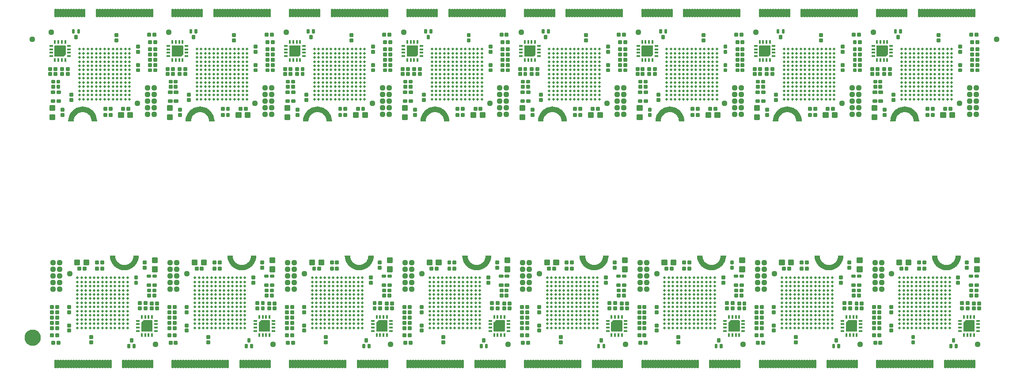
<source format=gts>
G04 EAGLE Gerber RS-274X export*
G75*
%MOMM*%
%FSLAX34Y34*%
%LPD*%
%INSoldermask Top*%
%IPPOS*%
%AMOC8*
5,1,8,0,0,1.08239X$1,22.5*%
G01*
%ADD10C,0.225369*%
%ADD11C,0.467000*%
%ADD12C,0.428259*%
%ADD13C,0.228959*%
%ADD14C,0.479400*%
%ADD15C,0.225719*%
%ADD16R,0.750000X0.400000*%
%ADD17R,0.400000X0.750000*%
%ADD18C,1.127000*%
%ADD19C,0.226609*%
%ADD20C,1.270000*%
%ADD21C,1.627000*%

G36*
X502661Y478253D02*
X502661Y478253D01*
X502668Y478251D01*
X502727Y478272D01*
X502788Y478290D01*
X502793Y478295D01*
X502799Y478298D01*
X502838Y478348D01*
X502880Y478395D01*
X502881Y478402D01*
X502885Y478408D01*
X502902Y478480D01*
X503116Y481198D01*
X503748Y483831D01*
X504784Y486331D01*
X506198Y488639D01*
X507956Y490698D01*
X510014Y492456D01*
X512322Y493870D01*
X514823Y494906D01*
X517455Y495538D01*
X520154Y495750D01*
X522852Y495538D01*
X525484Y494906D01*
X527985Y493870D01*
X530293Y492456D01*
X532351Y490698D01*
X534109Y488639D01*
X535523Y486331D01*
X536559Y483831D01*
X537191Y481198D01*
X537405Y478480D01*
X537408Y478474D01*
X537407Y478467D01*
X537432Y478409D01*
X537455Y478350D01*
X537461Y478345D01*
X537463Y478339D01*
X537516Y478304D01*
X537567Y478266D01*
X537574Y478266D01*
X537580Y478262D01*
X537654Y478251D01*
X547654Y478251D01*
X547679Y478258D01*
X547705Y478256D01*
X547744Y478277D01*
X547788Y478290D01*
X547805Y478310D01*
X547828Y478322D01*
X547850Y478361D01*
X547880Y478395D01*
X547884Y478421D01*
X547896Y478444D01*
X547902Y478518D01*
X547622Y482431D01*
X547619Y482441D01*
X547617Y482467D01*
X546783Y486301D01*
X546779Y486309D01*
X546773Y486335D01*
X545402Y490011D01*
X545396Y490019D01*
X545387Y490043D01*
X543507Y493487D01*
X543500Y493494D01*
X543488Y493517D01*
X541136Y496658D01*
X541129Y496664D01*
X541113Y496685D01*
X538339Y499459D01*
X538330Y499464D01*
X538312Y499483D01*
X535171Y501834D01*
X535162Y501837D01*
X535141Y501853D01*
X531697Y503734D01*
X531688Y503736D01*
X531665Y503748D01*
X527988Y505120D01*
X527979Y505120D01*
X527954Y505130D01*
X524120Y505964D01*
X524111Y505963D01*
X524085Y505969D01*
X520171Y506249D01*
X520162Y506247D01*
X520136Y506249D01*
X516222Y505969D01*
X516213Y505965D01*
X516187Y505964D01*
X512353Y505130D01*
X512344Y505125D01*
X512319Y505120D01*
X508643Y503748D01*
X508635Y503743D01*
X508610Y503734D01*
X505167Y501853D01*
X505160Y501846D01*
X505137Y501834D01*
X501996Y499483D01*
X501990Y499475D01*
X501969Y499459D01*
X499194Y496685D01*
X499190Y496676D01*
X499171Y496658D01*
X496820Y493517D01*
X496816Y493508D01*
X496800Y493487D01*
X494920Y490043D01*
X494918Y490034D01*
X494905Y490011D01*
X493534Y486335D01*
X493533Y486325D01*
X493524Y486301D01*
X492690Y482467D01*
X492691Y482457D01*
X492685Y482431D01*
X492405Y478518D01*
X492410Y478492D01*
X492407Y478467D01*
X492425Y478425D01*
X492435Y478381D01*
X492453Y478363D01*
X492463Y478339D01*
X492501Y478314D01*
X492533Y478282D01*
X492558Y478276D01*
X492580Y478262D01*
X492654Y478251D01*
X502654Y478251D01*
X502661Y478253D01*
G37*
G36*
X1177920Y478253D02*
X1177920Y478253D01*
X1177927Y478251D01*
X1177986Y478272D01*
X1178047Y478290D01*
X1178052Y478295D01*
X1178058Y478298D01*
X1178097Y478348D01*
X1178139Y478395D01*
X1178140Y478402D01*
X1178144Y478408D01*
X1178161Y478480D01*
X1178375Y481198D01*
X1179007Y483831D01*
X1180043Y486331D01*
X1181457Y488639D01*
X1183215Y490698D01*
X1185273Y492456D01*
X1187581Y493870D01*
X1190082Y494906D01*
X1192714Y495538D01*
X1195413Y495750D01*
X1198111Y495538D01*
X1200743Y494906D01*
X1203244Y493870D01*
X1205552Y492456D01*
X1207610Y490698D01*
X1209368Y488639D01*
X1210782Y486331D01*
X1211818Y483831D01*
X1212450Y481198D01*
X1212664Y478480D01*
X1212667Y478474D01*
X1212666Y478467D01*
X1212691Y478409D01*
X1212714Y478350D01*
X1212720Y478345D01*
X1212722Y478339D01*
X1212775Y478304D01*
X1212826Y478266D01*
X1212833Y478266D01*
X1212839Y478262D01*
X1212913Y478251D01*
X1222913Y478251D01*
X1222938Y478258D01*
X1222964Y478256D01*
X1223003Y478277D01*
X1223047Y478290D01*
X1223064Y478310D01*
X1223087Y478322D01*
X1223109Y478361D01*
X1223139Y478395D01*
X1223143Y478421D01*
X1223155Y478444D01*
X1223161Y478518D01*
X1222881Y482431D01*
X1222878Y482441D01*
X1222876Y482467D01*
X1222042Y486301D01*
X1222038Y486309D01*
X1222032Y486335D01*
X1220661Y490011D01*
X1220655Y490019D01*
X1220646Y490043D01*
X1218766Y493487D01*
X1218759Y493494D01*
X1218747Y493517D01*
X1216395Y496658D01*
X1216388Y496664D01*
X1216372Y496685D01*
X1213598Y499459D01*
X1213589Y499464D01*
X1213571Y499483D01*
X1210430Y501834D01*
X1210421Y501837D01*
X1210400Y501853D01*
X1206956Y503734D01*
X1206947Y503736D01*
X1206924Y503748D01*
X1203247Y505120D01*
X1203238Y505120D01*
X1203213Y505130D01*
X1199379Y505964D01*
X1199370Y505963D01*
X1199344Y505969D01*
X1195430Y506249D01*
X1195421Y506247D01*
X1195395Y506249D01*
X1191481Y505969D01*
X1191472Y505965D01*
X1191446Y505964D01*
X1187612Y505130D01*
X1187603Y505125D01*
X1187578Y505120D01*
X1183902Y503748D01*
X1183894Y503743D01*
X1183869Y503734D01*
X1180426Y501853D01*
X1180419Y501846D01*
X1180396Y501834D01*
X1177255Y499483D01*
X1177249Y499475D01*
X1177228Y499459D01*
X1174453Y496685D01*
X1174449Y496676D01*
X1174430Y496658D01*
X1172079Y493517D01*
X1172075Y493508D01*
X1172059Y493487D01*
X1170179Y490043D01*
X1170177Y490034D01*
X1170164Y490011D01*
X1168793Y486335D01*
X1168792Y486325D01*
X1168783Y486301D01*
X1167949Y482467D01*
X1167950Y482457D01*
X1167944Y482431D01*
X1167664Y478518D01*
X1167669Y478492D01*
X1167666Y478467D01*
X1167684Y478425D01*
X1167694Y478381D01*
X1167712Y478363D01*
X1167722Y478339D01*
X1167760Y478314D01*
X1167792Y478282D01*
X1167817Y478276D01*
X1167839Y478262D01*
X1167913Y478251D01*
X1177913Y478251D01*
X1177920Y478253D01*
G37*
G36*
X727755Y478253D02*
X727755Y478253D01*
X727762Y478251D01*
X727822Y478272D01*
X727883Y478290D01*
X727887Y478295D01*
X727894Y478298D01*
X727933Y478348D01*
X727975Y478395D01*
X727976Y478402D01*
X727980Y478408D01*
X727997Y478480D01*
X728211Y481198D01*
X728843Y483831D01*
X729879Y486331D01*
X731293Y488639D01*
X733051Y490698D01*
X735109Y492456D01*
X737417Y493870D01*
X739918Y494906D01*
X742550Y495538D01*
X745248Y495750D01*
X747947Y495538D01*
X750579Y494906D01*
X753080Y493870D01*
X755388Y492456D01*
X757446Y490698D01*
X759204Y488639D01*
X760618Y486331D01*
X761654Y483831D01*
X762286Y481198D01*
X762500Y478480D01*
X762503Y478474D01*
X762501Y478467D01*
X762527Y478409D01*
X762550Y478350D01*
X762555Y478345D01*
X762558Y478339D01*
X762611Y478304D01*
X762662Y478266D01*
X762669Y478266D01*
X762675Y478262D01*
X762748Y478251D01*
X772748Y478251D01*
X772773Y478258D01*
X772799Y478256D01*
X772839Y478277D01*
X772883Y478290D01*
X772900Y478310D01*
X772923Y478322D01*
X772945Y478361D01*
X772975Y478395D01*
X772978Y478421D01*
X772991Y478444D01*
X772997Y478518D01*
X772717Y482431D01*
X772714Y482441D01*
X772712Y482467D01*
X771878Y486301D01*
X771873Y486309D01*
X771868Y486335D01*
X770497Y490011D01*
X770491Y490019D01*
X770482Y490043D01*
X768602Y493487D01*
X768595Y493494D01*
X768582Y493517D01*
X766231Y496658D01*
X766223Y496664D01*
X766208Y496685D01*
X763433Y499459D01*
X763425Y499464D01*
X763406Y499483D01*
X760265Y501834D01*
X760256Y501837D01*
X760235Y501853D01*
X756792Y503734D01*
X756782Y503736D01*
X756759Y503748D01*
X753083Y505120D01*
X753074Y505120D01*
X753049Y505130D01*
X749215Y505964D01*
X749205Y505963D01*
X749180Y505969D01*
X745266Y506249D01*
X745257Y506247D01*
X745231Y506249D01*
X741317Y505969D01*
X741308Y505965D01*
X741282Y505964D01*
X737448Y505130D01*
X737439Y505125D01*
X737414Y505120D01*
X733737Y503748D01*
X733730Y503743D01*
X733705Y503734D01*
X730261Y501853D01*
X730255Y501846D01*
X730231Y501834D01*
X727090Y499483D01*
X727085Y499475D01*
X727064Y499459D01*
X724289Y496685D01*
X724284Y496676D01*
X724266Y496658D01*
X721914Y493517D01*
X721911Y493508D01*
X721895Y493487D01*
X720015Y490043D01*
X720013Y490034D01*
X720000Y490011D01*
X718629Y486335D01*
X718628Y486325D01*
X718619Y486301D01*
X717785Y482467D01*
X717785Y482457D01*
X717780Y482431D01*
X717500Y478518D01*
X717505Y478492D01*
X717501Y478467D01*
X717520Y478425D01*
X717529Y478381D01*
X717548Y478363D01*
X717558Y478339D01*
X717596Y478314D01*
X717628Y478282D01*
X717653Y478276D01*
X717675Y478262D01*
X717748Y478251D01*
X727748Y478251D01*
X727755Y478253D01*
G37*
G36*
X52496Y478253D02*
X52496Y478253D01*
X52503Y478251D01*
X52563Y478272D01*
X52624Y478290D01*
X52628Y478295D01*
X52635Y478298D01*
X52674Y478348D01*
X52716Y478395D01*
X52717Y478402D01*
X52721Y478408D01*
X52738Y478480D01*
X52952Y481198D01*
X53584Y483831D01*
X54620Y486331D01*
X56034Y488639D01*
X57792Y490698D01*
X59850Y492456D01*
X62158Y493870D01*
X64659Y494906D01*
X67291Y495538D01*
X69989Y495750D01*
X72688Y495538D01*
X75320Y494906D01*
X77821Y493870D01*
X80129Y492456D01*
X82187Y490698D01*
X83945Y488639D01*
X85359Y486331D01*
X86395Y483831D01*
X87027Y481198D01*
X87241Y478480D01*
X87244Y478474D01*
X87242Y478467D01*
X87268Y478409D01*
X87291Y478350D01*
X87296Y478345D01*
X87299Y478339D01*
X87352Y478304D01*
X87403Y478266D01*
X87410Y478266D01*
X87416Y478262D01*
X87489Y478251D01*
X97489Y478251D01*
X97514Y478258D01*
X97540Y478256D01*
X97580Y478277D01*
X97624Y478290D01*
X97641Y478310D01*
X97664Y478322D01*
X97686Y478361D01*
X97716Y478395D01*
X97719Y478421D01*
X97732Y478444D01*
X97738Y478518D01*
X97458Y482431D01*
X97455Y482441D01*
X97453Y482467D01*
X96619Y486301D01*
X96614Y486309D01*
X96609Y486335D01*
X95238Y490011D01*
X95232Y490019D01*
X95223Y490043D01*
X93343Y493487D01*
X93336Y493494D01*
X93323Y493517D01*
X90972Y496658D01*
X90964Y496664D01*
X90949Y496685D01*
X88174Y499459D01*
X88166Y499464D01*
X88147Y499483D01*
X85006Y501834D01*
X84997Y501837D01*
X84976Y501853D01*
X81533Y503734D01*
X81523Y503736D01*
X81500Y503748D01*
X77824Y505120D01*
X77815Y505120D01*
X77790Y505130D01*
X73956Y505964D01*
X73946Y505963D01*
X73921Y505969D01*
X70007Y506249D01*
X69998Y506247D01*
X69972Y506249D01*
X66058Y505969D01*
X66049Y505965D01*
X66023Y505964D01*
X62189Y505130D01*
X62180Y505125D01*
X62155Y505120D01*
X58478Y503748D01*
X58471Y503743D01*
X58446Y503734D01*
X55002Y501853D01*
X54996Y501846D01*
X54972Y501834D01*
X51831Y499483D01*
X51826Y499475D01*
X51805Y499459D01*
X49030Y496685D01*
X49025Y496676D01*
X49007Y496658D01*
X46655Y493517D01*
X46652Y493508D01*
X46636Y493487D01*
X44756Y490043D01*
X44754Y490034D01*
X44741Y490011D01*
X43370Y486335D01*
X43369Y486325D01*
X43360Y486301D01*
X42526Y482467D01*
X42526Y482457D01*
X42521Y482431D01*
X42241Y478518D01*
X42246Y478492D01*
X42242Y478467D01*
X42261Y478425D01*
X42270Y478381D01*
X42289Y478363D01*
X42299Y478339D01*
X42337Y478314D01*
X42369Y478282D01*
X42394Y478276D01*
X42416Y478262D01*
X42489Y478251D01*
X52489Y478251D01*
X52496Y478253D01*
G37*
G36*
X1402989Y478253D02*
X1402989Y478253D01*
X1402996Y478251D01*
X1403055Y478272D01*
X1403116Y478290D01*
X1403121Y478295D01*
X1403128Y478298D01*
X1403167Y478348D01*
X1403208Y478395D01*
X1403209Y478402D01*
X1403214Y478408D01*
X1403230Y478480D01*
X1403444Y481198D01*
X1404076Y483831D01*
X1405112Y486331D01*
X1406526Y488639D01*
X1408284Y490698D01*
X1410343Y492456D01*
X1412651Y493870D01*
X1415151Y494906D01*
X1417784Y495538D01*
X1420482Y495750D01*
X1423180Y495538D01*
X1425813Y494906D01*
X1428313Y493870D01*
X1430621Y492456D01*
X1432680Y490698D01*
X1434438Y488639D01*
X1435852Y486331D01*
X1436888Y483831D01*
X1437520Y481198D01*
X1437734Y478480D01*
X1437736Y478474D01*
X1437735Y478467D01*
X1437761Y478409D01*
X1437783Y478350D01*
X1437789Y478345D01*
X1437792Y478339D01*
X1437845Y478304D01*
X1437895Y478266D01*
X1437903Y478266D01*
X1437909Y478262D01*
X1437982Y478251D01*
X1447982Y478251D01*
X1448007Y478258D01*
X1448033Y478256D01*
X1448073Y478277D01*
X1448116Y478290D01*
X1448133Y478310D01*
X1448156Y478322D01*
X1448178Y478361D01*
X1448208Y478395D01*
X1448212Y478421D01*
X1448225Y478444D01*
X1448231Y478518D01*
X1447951Y482431D01*
X1447947Y482441D01*
X1447946Y482467D01*
X1447112Y486301D01*
X1447107Y486309D01*
X1447102Y486335D01*
X1445730Y490011D01*
X1445725Y490019D01*
X1445716Y490043D01*
X1443835Y493487D01*
X1443828Y493494D01*
X1443816Y493517D01*
X1441465Y496658D01*
X1441457Y496664D01*
X1441441Y496685D01*
X1438667Y499459D01*
X1438658Y499464D01*
X1438640Y499483D01*
X1435499Y501834D01*
X1435490Y501837D01*
X1435469Y501853D01*
X1432025Y503734D01*
X1432016Y503736D01*
X1431993Y503748D01*
X1428317Y505120D01*
X1428307Y505120D01*
X1428283Y505130D01*
X1424449Y505964D01*
X1424439Y505963D01*
X1424413Y505969D01*
X1420500Y506249D01*
X1420490Y506247D01*
X1420464Y506249D01*
X1416551Y505969D01*
X1416541Y505965D01*
X1416515Y505964D01*
X1412681Y505130D01*
X1412673Y505125D01*
X1412647Y505120D01*
X1408971Y503748D01*
X1408963Y503743D01*
X1408939Y503734D01*
X1405495Y501853D01*
X1405488Y501846D01*
X1405465Y501834D01*
X1402324Y499483D01*
X1402318Y499475D01*
X1402297Y499459D01*
X1399523Y496685D01*
X1399518Y496676D01*
X1399499Y496658D01*
X1397148Y493517D01*
X1397145Y493508D01*
X1397129Y493487D01*
X1395248Y490043D01*
X1395246Y490034D01*
X1395234Y490011D01*
X1393862Y486335D01*
X1393862Y486325D01*
X1393852Y486301D01*
X1393018Y482467D01*
X1393019Y482457D01*
X1393013Y482431D01*
X1392733Y478518D01*
X1392739Y478492D01*
X1392735Y478467D01*
X1392753Y478425D01*
X1392763Y478381D01*
X1392781Y478363D01*
X1392792Y478339D01*
X1392830Y478314D01*
X1392861Y478282D01*
X1392887Y478276D01*
X1392909Y478262D01*
X1392982Y478251D01*
X1402982Y478251D01*
X1402989Y478253D01*
G37*
G36*
X277591Y478253D02*
X277591Y478253D01*
X277598Y478251D01*
X277657Y478272D01*
X277718Y478290D01*
X277723Y478295D01*
X277730Y478298D01*
X277769Y478348D01*
X277810Y478395D01*
X277811Y478402D01*
X277816Y478408D01*
X277833Y478480D01*
X278047Y481198D01*
X278679Y483831D01*
X279714Y486331D01*
X281129Y488639D01*
X282887Y490698D01*
X284945Y492456D01*
X287253Y493870D01*
X289754Y494906D01*
X292386Y495538D01*
X295084Y495750D01*
X297783Y495538D01*
X300415Y494906D01*
X302916Y493870D01*
X305224Y492456D01*
X307282Y490698D01*
X309040Y488639D01*
X310454Y486331D01*
X311490Y483831D01*
X312122Y481198D01*
X312336Y478480D01*
X312338Y478474D01*
X312337Y478467D01*
X312363Y478409D01*
X312385Y478350D01*
X312391Y478345D01*
X312394Y478339D01*
X312447Y478304D01*
X312497Y478266D01*
X312505Y478266D01*
X312511Y478262D01*
X312584Y478251D01*
X322584Y478251D01*
X322609Y478258D01*
X322635Y478256D01*
X322675Y478277D01*
X322718Y478290D01*
X322736Y478310D01*
X322758Y478322D01*
X322781Y478361D01*
X322810Y478395D01*
X322814Y478421D01*
X322827Y478444D01*
X322833Y478518D01*
X322553Y482431D01*
X322550Y482441D01*
X322548Y482467D01*
X321714Y486301D01*
X321709Y486309D01*
X321704Y486335D01*
X320333Y490011D01*
X320327Y490019D01*
X320318Y490043D01*
X318437Y493487D01*
X318431Y493494D01*
X318418Y493517D01*
X316067Y496658D01*
X316059Y496664D01*
X316044Y496685D01*
X313269Y499459D01*
X313261Y499464D01*
X313242Y499483D01*
X310101Y501834D01*
X310092Y501837D01*
X310071Y501853D01*
X306628Y503734D01*
X306618Y503736D01*
X306595Y503748D01*
X302919Y505120D01*
X302909Y505120D01*
X302885Y505130D01*
X299051Y505964D01*
X299041Y505963D01*
X299016Y505969D01*
X295102Y506249D01*
X295093Y506247D01*
X295066Y506249D01*
X291153Y505969D01*
X291144Y505965D01*
X291118Y505964D01*
X287284Y505130D01*
X287275Y505125D01*
X287249Y505120D01*
X283573Y503748D01*
X283565Y503743D01*
X283541Y503734D01*
X280097Y501853D01*
X280090Y501846D01*
X280067Y501834D01*
X276926Y499483D01*
X276920Y499475D01*
X276899Y499459D01*
X274125Y496685D01*
X274120Y496676D01*
X274102Y496658D01*
X271750Y493517D01*
X271747Y493508D01*
X271731Y493487D01*
X269851Y490043D01*
X269849Y490034D01*
X269836Y490011D01*
X268465Y486335D01*
X268464Y486325D01*
X268455Y486301D01*
X267621Y482467D01*
X267621Y482457D01*
X267615Y482431D01*
X267336Y478518D01*
X267341Y478492D01*
X267337Y478467D01*
X267356Y478425D01*
X267365Y478381D01*
X267383Y478363D01*
X267394Y478339D01*
X267432Y478314D01*
X267464Y478282D01*
X267489Y478276D01*
X267511Y478262D01*
X267584Y478251D01*
X277584Y478251D01*
X277591Y478253D01*
G37*
G36*
X952825Y478253D02*
X952825Y478253D01*
X952832Y478251D01*
X952891Y478272D01*
X952952Y478290D01*
X952957Y478295D01*
X952964Y478298D01*
X953002Y478348D01*
X953044Y478395D01*
X953045Y478402D01*
X953049Y478408D01*
X953066Y478480D01*
X953280Y481198D01*
X953912Y483831D01*
X954948Y486331D01*
X956362Y488639D01*
X958120Y490698D01*
X960179Y492456D01*
X962486Y493870D01*
X964987Y494906D01*
X967619Y495538D01*
X970318Y495750D01*
X973016Y495538D01*
X975648Y494906D01*
X978149Y493870D01*
X980457Y492456D01*
X982515Y490698D01*
X984273Y488639D01*
X985688Y486331D01*
X986724Y483831D01*
X987355Y481198D01*
X987569Y478480D01*
X987572Y478474D01*
X987571Y478467D01*
X987597Y478409D01*
X987619Y478350D01*
X987625Y478345D01*
X987628Y478339D01*
X987680Y478304D01*
X987731Y478266D01*
X987738Y478266D01*
X987744Y478262D01*
X987818Y478251D01*
X997818Y478251D01*
X997843Y478258D01*
X997869Y478256D01*
X997909Y478277D01*
X997952Y478290D01*
X997969Y478310D01*
X997992Y478322D01*
X998014Y478361D01*
X998044Y478395D01*
X998048Y478421D01*
X998061Y478444D01*
X998066Y478518D01*
X997787Y482431D01*
X997783Y482441D01*
X997781Y482467D01*
X996947Y486301D01*
X996943Y486309D01*
X996937Y486335D01*
X995566Y490011D01*
X995560Y490019D01*
X995551Y490043D01*
X993671Y493487D01*
X993664Y493494D01*
X993652Y493517D01*
X991300Y496658D01*
X991293Y496664D01*
X991277Y496685D01*
X988503Y499459D01*
X988494Y499464D01*
X988476Y499483D01*
X985335Y501834D01*
X985326Y501837D01*
X985305Y501853D01*
X981861Y503734D01*
X981852Y503736D01*
X981829Y503748D01*
X978153Y505120D01*
X978143Y505120D01*
X978118Y505130D01*
X974284Y505964D01*
X974275Y505963D01*
X974249Y505969D01*
X970336Y506249D01*
X970326Y506247D01*
X970300Y506249D01*
X966386Y505969D01*
X966377Y505965D01*
X966351Y505964D01*
X962517Y505130D01*
X962509Y505125D01*
X962483Y505120D01*
X958807Y503748D01*
X958799Y503743D01*
X958774Y503734D01*
X955331Y501853D01*
X955324Y501846D01*
X955301Y501834D01*
X952160Y499483D01*
X952154Y499475D01*
X952133Y499459D01*
X949358Y496685D01*
X949354Y496676D01*
X949335Y496658D01*
X946984Y493517D01*
X946980Y493508D01*
X946965Y493487D01*
X945084Y490043D01*
X945082Y490034D01*
X945069Y490011D01*
X943698Y486335D01*
X943698Y486325D01*
X943688Y486301D01*
X942854Y482467D01*
X942855Y482457D01*
X942849Y482431D01*
X942569Y478518D01*
X942575Y478492D01*
X942571Y478467D01*
X942589Y478425D01*
X942599Y478381D01*
X942617Y478363D01*
X942628Y478339D01*
X942665Y478314D01*
X942697Y478282D01*
X942723Y478276D01*
X942744Y478262D01*
X942818Y478251D01*
X952818Y478251D01*
X952825Y478253D01*
G37*
G36*
X1628058Y478253D02*
X1628058Y478253D01*
X1628065Y478251D01*
X1628125Y478272D01*
X1628186Y478290D01*
X1628190Y478295D01*
X1628197Y478298D01*
X1628236Y478348D01*
X1628278Y478395D01*
X1628279Y478402D01*
X1628283Y478408D01*
X1628300Y478480D01*
X1628514Y481198D01*
X1629146Y483831D01*
X1630182Y486331D01*
X1631596Y488639D01*
X1633354Y490698D01*
X1635412Y492456D01*
X1637720Y493870D01*
X1640221Y494906D01*
X1642853Y495538D01*
X1645551Y495750D01*
X1648250Y495538D01*
X1650882Y494906D01*
X1653383Y493870D01*
X1655691Y492456D01*
X1657749Y490698D01*
X1659507Y488639D01*
X1660921Y486331D01*
X1661957Y483831D01*
X1662589Y481198D01*
X1662803Y478480D01*
X1662806Y478474D01*
X1662804Y478467D01*
X1662830Y478409D01*
X1662853Y478350D01*
X1662858Y478345D01*
X1662861Y478339D01*
X1662914Y478304D01*
X1662965Y478266D01*
X1662972Y478266D01*
X1662978Y478262D01*
X1663051Y478251D01*
X1673051Y478251D01*
X1673076Y478258D01*
X1673102Y478256D01*
X1673142Y478277D01*
X1673186Y478290D01*
X1673203Y478310D01*
X1673226Y478322D01*
X1673248Y478361D01*
X1673278Y478395D01*
X1673281Y478421D01*
X1673294Y478444D01*
X1673300Y478518D01*
X1673020Y482431D01*
X1673017Y482441D01*
X1673015Y482467D01*
X1672181Y486301D01*
X1672176Y486309D01*
X1672171Y486335D01*
X1670800Y490011D01*
X1670794Y490019D01*
X1670785Y490043D01*
X1668905Y493487D01*
X1668898Y493494D01*
X1668885Y493517D01*
X1666534Y496658D01*
X1666526Y496664D01*
X1666511Y496685D01*
X1663736Y499459D01*
X1663728Y499464D01*
X1663709Y499483D01*
X1660568Y501834D01*
X1660559Y501837D01*
X1660538Y501853D01*
X1657095Y503734D01*
X1657085Y503736D01*
X1657062Y503748D01*
X1653386Y505120D01*
X1653377Y505120D01*
X1653352Y505130D01*
X1649518Y505964D01*
X1649508Y505963D01*
X1649483Y505969D01*
X1645569Y506249D01*
X1645560Y506247D01*
X1645534Y506249D01*
X1641620Y505969D01*
X1641611Y505965D01*
X1641585Y505964D01*
X1637751Y505130D01*
X1637742Y505125D01*
X1637717Y505120D01*
X1634040Y503748D01*
X1634033Y503743D01*
X1634008Y503734D01*
X1630564Y501853D01*
X1630558Y501846D01*
X1630534Y501834D01*
X1627393Y499483D01*
X1627388Y499475D01*
X1627367Y499459D01*
X1624592Y496685D01*
X1624587Y496676D01*
X1624569Y496658D01*
X1622217Y493517D01*
X1622214Y493508D01*
X1622198Y493487D01*
X1620318Y490043D01*
X1620316Y490034D01*
X1620303Y490011D01*
X1618932Y486335D01*
X1618931Y486325D01*
X1618922Y486301D01*
X1618088Y482467D01*
X1618088Y482457D01*
X1618083Y482431D01*
X1617803Y478518D01*
X1617808Y478492D01*
X1617804Y478467D01*
X1617823Y478425D01*
X1617832Y478381D01*
X1617851Y478363D01*
X1617861Y478339D01*
X1617899Y478314D01*
X1617931Y478282D01*
X1617956Y478276D01*
X1617978Y478262D01*
X1618051Y478251D01*
X1628051Y478251D01*
X1628058Y478253D01*
G37*
G36*
X1729493Y192531D02*
X1729493Y192531D01*
X1729503Y192535D01*
X1729529Y192536D01*
X1733363Y193370D01*
X1733371Y193375D01*
X1733397Y193380D01*
X1737073Y194752D01*
X1737081Y194757D01*
X1737105Y194766D01*
X1740549Y196647D01*
X1740556Y196654D01*
X1740579Y196666D01*
X1743720Y199017D01*
X1743726Y199025D01*
X1743747Y199041D01*
X1746521Y201815D01*
X1746526Y201824D01*
X1746545Y201842D01*
X1748896Y204983D01*
X1748899Y204992D01*
X1748915Y205013D01*
X1750796Y208457D01*
X1750798Y208466D01*
X1750810Y208489D01*
X1752182Y212165D01*
X1752182Y212175D01*
X1752192Y212199D01*
X1753026Y216033D01*
X1753025Y216043D01*
X1753031Y216069D01*
X1753311Y219982D01*
X1753305Y220008D01*
X1753309Y220033D01*
X1753291Y220075D01*
X1753281Y220119D01*
X1753263Y220137D01*
X1753252Y220161D01*
X1753214Y220186D01*
X1753183Y220218D01*
X1753157Y220224D01*
X1753136Y220238D01*
X1753062Y220249D01*
X1743062Y220249D01*
X1743055Y220247D01*
X1743048Y220249D01*
X1742989Y220228D01*
X1742928Y220210D01*
X1742923Y220205D01*
X1742916Y220202D01*
X1742878Y220152D01*
X1742836Y220105D01*
X1742835Y220098D01*
X1742830Y220092D01*
X1742814Y220020D01*
X1742600Y217302D01*
X1741968Y214669D01*
X1740932Y212169D01*
X1739518Y209861D01*
X1737760Y207802D01*
X1735701Y206044D01*
X1733393Y204630D01*
X1730893Y203594D01*
X1728260Y202962D01*
X1725562Y202750D01*
X1722864Y202962D01*
X1720231Y203594D01*
X1717731Y204630D01*
X1715423Y206044D01*
X1713364Y207802D01*
X1711606Y209861D01*
X1710192Y212169D01*
X1709156Y214669D01*
X1708524Y217302D01*
X1708310Y220020D01*
X1708308Y220026D01*
X1708309Y220033D01*
X1708283Y220091D01*
X1708261Y220150D01*
X1708255Y220155D01*
X1708252Y220161D01*
X1708199Y220196D01*
X1708149Y220234D01*
X1708142Y220234D01*
X1708136Y220238D01*
X1708062Y220249D01*
X1698062Y220249D01*
X1698037Y220242D01*
X1698011Y220244D01*
X1697971Y220223D01*
X1697928Y220210D01*
X1697911Y220190D01*
X1697888Y220178D01*
X1697866Y220139D01*
X1697836Y220105D01*
X1697832Y220079D01*
X1697819Y220056D01*
X1697813Y219982D01*
X1698093Y216069D01*
X1698097Y216059D01*
X1698098Y216033D01*
X1698932Y212199D01*
X1698937Y212191D01*
X1698942Y212165D01*
X1700314Y208489D01*
X1700319Y208481D01*
X1700328Y208457D01*
X1702209Y205013D01*
X1702216Y205006D01*
X1702228Y204983D01*
X1704579Y201842D01*
X1704587Y201836D01*
X1704603Y201815D01*
X1707377Y199041D01*
X1707386Y199036D01*
X1707404Y199017D01*
X1710545Y196666D01*
X1710554Y196663D01*
X1710575Y196647D01*
X1714019Y194766D01*
X1714028Y194764D01*
X1714051Y194752D01*
X1717727Y193380D01*
X1717737Y193380D01*
X1717761Y193370D01*
X1721595Y192536D01*
X1721605Y192537D01*
X1721631Y192531D01*
X1725544Y192251D01*
X1725554Y192253D01*
X1725580Y192251D01*
X1729493Y192531D01*
G37*
G36*
X1504424Y192531D02*
X1504424Y192531D01*
X1504433Y192535D01*
X1504459Y192536D01*
X1508293Y193370D01*
X1508302Y193375D01*
X1508327Y193380D01*
X1512004Y194752D01*
X1512011Y194757D01*
X1512036Y194766D01*
X1515480Y196647D01*
X1515486Y196654D01*
X1515510Y196666D01*
X1518651Y199017D01*
X1518656Y199025D01*
X1518678Y199041D01*
X1521452Y201815D01*
X1521457Y201824D01*
X1521475Y201842D01*
X1523827Y204983D01*
X1523830Y204992D01*
X1523846Y205013D01*
X1525726Y208457D01*
X1525728Y208466D01*
X1525741Y208489D01*
X1527112Y212165D01*
X1527113Y212175D01*
X1527122Y212199D01*
X1527956Y216033D01*
X1527956Y216043D01*
X1527961Y216069D01*
X1528241Y219982D01*
X1528236Y220008D01*
X1528240Y220033D01*
X1528221Y220075D01*
X1528212Y220119D01*
X1528193Y220137D01*
X1528183Y220161D01*
X1528145Y220186D01*
X1528113Y220218D01*
X1528088Y220224D01*
X1528066Y220238D01*
X1527993Y220249D01*
X1517993Y220249D01*
X1517986Y220247D01*
X1517979Y220249D01*
X1517919Y220228D01*
X1517858Y220210D01*
X1517854Y220205D01*
X1517847Y220202D01*
X1517808Y220152D01*
X1517766Y220105D01*
X1517765Y220098D01*
X1517761Y220092D01*
X1517744Y220020D01*
X1517530Y217302D01*
X1516898Y214669D01*
X1515862Y212169D01*
X1514448Y209861D01*
X1512690Y207802D01*
X1510632Y206044D01*
X1508324Y204630D01*
X1505823Y203594D01*
X1503191Y202962D01*
X1500493Y202750D01*
X1497794Y202962D01*
X1495162Y203594D01*
X1492661Y204630D01*
X1490353Y206044D01*
X1488295Y207802D01*
X1486537Y209861D01*
X1485123Y212169D01*
X1484087Y214669D01*
X1483455Y217302D01*
X1483241Y220020D01*
X1483239Y220026D01*
X1483240Y220033D01*
X1483214Y220091D01*
X1483191Y220150D01*
X1483186Y220155D01*
X1483183Y220161D01*
X1483130Y220196D01*
X1483079Y220234D01*
X1483072Y220234D01*
X1483066Y220238D01*
X1482993Y220249D01*
X1472993Y220249D01*
X1472968Y220242D01*
X1472942Y220244D01*
X1472902Y220223D01*
X1472858Y220210D01*
X1472841Y220190D01*
X1472818Y220178D01*
X1472796Y220139D01*
X1472766Y220105D01*
X1472763Y220079D01*
X1472750Y220056D01*
X1472744Y219982D01*
X1473024Y216069D01*
X1473027Y216059D01*
X1473029Y216033D01*
X1473863Y212199D01*
X1473868Y212191D01*
X1473873Y212165D01*
X1475244Y208489D01*
X1475250Y208481D01*
X1475259Y208457D01*
X1477139Y205013D01*
X1477146Y205006D01*
X1477159Y204983D01*
X1479510Y201842D01*
X1479518Y201836D01*
X1479533Y201815D01*
X1482308Y199041D01*
X1482316Y199036D01*
X1482335Y199017D01*
X1485476Y196666D01*
X1485485Y196663D01*
X1485506Y196647D01*
X1488949Y194766D01*
X1488959Y194764D01*
X1488982Y194752D01*
X1492658Y193380D01*
X1492668Y193380D01*
X1492692Y193370D01*
X1496526Y192536D01*
X1496536Y192537D01*
X1496561Y192531D01*
X1500475Y192251D01*
X1500484Y192253D01*
X1500510Y192251D01*
X1504424Y192531D01*
G37*
G36*
X604096Y192531D02*
X604096Y192531D01*
X604105Y192535D01*
X604131Y192536D01*
X607965Y193370D01*
X607973Y193375D01*
X607999Y193380D01*
X611675Y194752D01*
X611683Y194757D01*
X611708Y194766D01*
X615151Y196647D01*
X615158Y196654D01*
X615181Y196666D01*
X618322Y199017D01*
X618328Y199025D01*
X618349Y199041D01*
X621124Y201815D01*
X621128Y201824D01*
X621147Y201842D01*
X623498Y204983D01*
X623502Y204992D01*
X623517Y205013D01*
X625398Y208457D01*
X625400Y208466D01*
X625413Y208489D01*
X626784Y212165D01*
X626784Y212175D01*
X626794Y212199D01*
X627628Y216033D01*
X627627Y216043D01*
X627633Y216069D01*
X627913Y219982D01*
X627907Y220008D01*
X627911Y220033D01*
X627893Y220075D01*
X627883Y220119D01*
X627865Y220137D01*
X627854Y220161D01*
X627817Y220186D01*
X627785Y220218D01*
X627759Y220224D01*
X627738Y220238D01*
X627664Y220249D01*
X617664Y220249D01*
X617657Y220247D01*
X617650Y220249D01*
X617591Y220228D01*
X617530Y220210D01*
X617525Y220205D01*
X617518Y220202D01*
X617480Y220152D01*
X617438Y220105D01*
X617437Y220098D01*
X617433Y220092D01*
X617416Y220020D01*
X617202Y217302D01*
X616570Y214669D01*
X615534Y212169D01*
X614120Y209861D01*
X612362Y207802D01*
X610304Y206044D01*
X607996Y204630D01*
X605495Y203594D01*
X602863Y202962D01*
X600164Y202750D01*
X597466Y202962D01*
X594834Y203594D01*
X592333Y204630D01*
X590025Y206044D01*
X587967Y207802D01*
X586209Y209861D01*
X584794Y212169D01*
X583759Y214669D01*
X583127Y217302D01*
X582913Y220020D01*
X582910Y220026D01*
X582911Y220033D01*
X582885Y220091D01*
X582863Y220150D01*
X582857Y220155D01*
X582854Y220161D01*
X582802Y220196D01*
X582751Y220234D01*
X582744Y220234D01*
X582738Y220238D01*
X582664Y220249D01*
X572664Y220249D01*
X572639Y220242D01*
X572613Y220244D01*
X572573Y220223D01*
X572530Y220210D01*
X572513Y220190D01*
X572490Y220178D01*
X572468Y220139D01*
X572438Y220105D01*
X572434Y220079D01*
X572421Y220056D01*
X572416Y219982D01*
X572695Y216069D01*
X572699Y216059D01*
X572701Y216033D01*
X573535Y212199D01*
X573539Y212191D01*
X573545Y212165D01*
X574916Y208489D01*
X574922Y208481D01*
X574931Y208457D01*
X576811Y205013D01*
X576818Y205006D01*
X576830Y204983D01*
X579182Y201842D01*
X579189Y201836D01*
X579205Y201815D01*
X581979Y199041D01*
X581988Y199036D01*
X582006Y199017D01*
X585147Y196666D01*
X585156Y196663D01*
X585177Y196647D01*
X588621Y194766D01*
X588630Y194764D01*
X588653Y194752D01*
X592329Y193380D01*
X592339Y193380D01*
X592364Y193370D01*
X596198Y192536D01*
X596207Y192537D01*
X596233Y192531D01*
X600146Y192251D01*
X600156Y192253D01*
X600182Y192251D01*
X604096Y192531D01*
G37*
G36*
X1054260Y192531D02*
X1054260Y192531D01*
X1054269Y192535D01*
X1054295Y192536D01*
X1058129Y193370D01*
X1058138Y193375D01*
X1058163Y193380D01*
X1061839Y194752D01*
X1061847Y194757D01*
X1061872Y194766D01*
X1065315Y196647D01*
X1065322Y196654D01*
X1065345Y196666D01*
X1068486Y199017D01*
X1068492Y199025D01*
X1068513Y199041D01*
X1071288Y201815D01*
X1071292Y201824D01*
X1071311Y201842D01*
X1073662Y204983D01*
X1073666Y204992D01*
X1073682Y205013D01*
X1075562Y208457D01*
X1075564Y208466D01*
X1075577Y208489D01*
X1076948Y212165D01*
X1076949Y212175D01*
X1076958Y212199D01*
X1077792Y216033D01*
X1077791Y216043D01*
X1077797Y216069D01*
X1078077Y219982D01*
X1078072Y220008D01*
X1078075Y220033D01*
X1078057Y220075D01*
X1078048Y220119D01*
X1078029Y220137D01*
X1078019Y220161D01*
X1077981Y220186D01*
X1077949Y220218D01*
X1077924Y220224D01*
X1077902Y220238D01*
X1077828Y220249D01*
X1067828Y220249D01*
X1067821Y220247D01*
X1067814Y220249D01*
X1067755Y220228D01*
X1067694Y220210D01*
X1067689Y220205D01*
X1067683Y220202D01*
X1067644Y220152D01*
X1067602Y220105D01*
X1067601Y220098D01*
X1067597Y220092D01*
X1067580Y220020D01*
X1067366Y217302D01*
X1066734Y214669D01*
X1065698Y212169D01*
X1064284Y209861D01*
X1062526Y207802D01*
X1060468Y206044D01*
X1058160Y204630D01*
X1055659Y203594D01*
X1053027Y202962D01*
X1050328Y202750D01*
X1047630Y202962D01*
X1044998Y203594D01*
X1042497Y204630D01*
X1040189Y206044D01*
X1038131Y207802D01*
X1036373Y209861D01*
X1034959Y212169D01*
X1033923Y214669D01*
X1033291Y217302D01*
X1033077Y220020D01*
X1033074Y220026D01*
X1033075Y220033D01*
X1033050Y220091D01*
X1033027Y220150D01*
X1033022Y220155D01*
X1033019Y220161D01*
X1032966Y220196D01*
X1032915Y220234D01*
X1032908Y220234D01*
X1032902Y220238D01*
X1032828Y220249D01*
X1022828Y220249D01*
X1022803Y220242D01*
X1022777Y220244D01*
X1022738Y220223D01*
X1022694Y220210D01*
X1022677Y220190D01*
X1022654Y220178D01*
X1022632Y220139D01*
X1022602Y220105D01*
X1022598Y220079D01*
X1022586Y220056D01*
X1022580Y219982D01*
X1022860Y216069D01*
X1022863Y216059D01*
X1022865Y216033D01*
X1023699Y212199D01*
X1023703Y212191D01*
X1023709Y212165D01*
X1025080Y208489D01*
X1025086Y208481D01*
X1025095Y208457D01*
X1026975Y205013D01*
X1026982Y205006D01*
X1026994Y204983D01*
X1029346Y201842D01*
X1029354Y201836D01*
X1029369Y201815D01*
X1032144Y199041D01*
X1032152Y199036D01*
X1032170Y199017D01*
X1035311Y196666D01*
X1035321Y196663D01*
X1035341Y196647D01*
X1038785Y194766D01*
X1038794Y194764D01*
X1038817Y194752D01*
X1042494Y193380D01*
X1042503Y193380D01*
X1042528Y193370D01*
X1046362Y192536D01*
X1046371Y192537D01*
X1046397Y192531D01*
X1050311Y192251D01*
X1050320Y192253D01*
X1050346Y192251D01*
X1054260Y192531D01*
G37*
G36*
X829165Y192531D02*
X829165Y192531D01*
X829174Y192535D01*
X829200Y192536D01*
X833034Y193370D01*
X833043Y193375D01*
X833068Y193380D01*
X836745Y194752D01*
X836752Y194757D01*
X836777Y194766D01*
X840221Y196647D01*
X840227Y196654D01*
X840251Y196666D01*
X843392Y199017D01*
X843397Y199025D01*
X843419Y199041D01*
X846193Y201815D01*
X846198Y201824D01*
X846216Y201842D01*
X848568Y204983D01*
X848571Y204992D01*
X848587Y205013D01*
X850467Y208457D01*
X850469Y208466D01*
X850482Y208489D01*
X851853Y212165D01*
X851854Y212175D01*
X851863Y212199D01*
X852697Y216033D01*
X852697Y216043D01*
X852702Y216069D01*
X852982Y219982D01*
X852977Y220008D01*
X852981Y220033D01*
X852962Y220075D01*
X852953Y220119D01*
X852934Y220137D01*
X852924Y220161D01*
X852886Y220186D01*
X852854Y220218D01*
X852829Y220224D01*
X852807Y220238D01*
X852734Y220249D01*
X842734Y220249D01*
X842727Y220247D01*
X842720Y220249D01*
X842660Y220228D01*
X842599Y220210D01*
X842595Y220205D01*
X842588Y220202D01*
X842549Y220152D01*
X842507Y220105D01*
X842506Y220098D01*
X842502Y220092D01*
X842485Y220020D01*
X842271Y217302D01*
X841639Y214669D01*
X840603Y212169D01*
X839189Y209861D01*
X837431Y207802D01*
X835373Y206044D01*
X833065Y204630D01*
X830564Y203594D01*
X827932Y202962D01*
X825234Y202750D01*
X822535Y202962D01*
X819903Y203594D01*
X817402Y204630D01*
X815094Y206044D01*
X813036Y207802D01*
X811278Y209861D01*
X809864Y212169D01*
X808828Y214669D01*
X808196Y217302D01*
X807982Y220020D01*
X807980Y220026D01*
X807981Y220033D01*
X807955Y220091D01*
X807932Y220150D01*
X807927Y220155D01*
X807924Y220161D01*
X807871Y220196D01*
X807820Y220234D01*
X807813Y220234D01*
X807807Y220238D01*
X807734Y220249D01*
X797734Y220249D01*
X797709Y220242D01*
X797683Y220244D01*
X797643Y220223D01*
X797599Y220210D01*
X797582Y220190D01*
X797559Y220178D01*
X797537Y220139D01*
X797507Y220105D01*
X797504Y220079D01*
X797491Y220056D01*
X797485Y219982D01*
X797765Y216069D01*
X797768Y216059D01*
X797770Y216033D01*
X798604Y212199D01*
X798609Y212191D01*
X798614Y212165D01*
X799985Y208489D01*
X799991Y208481D01*
X800000Y208457D01*
X801880Y205013D01*
X801887Y205006D01*
X801900Y204983D01*
X804251Y201842D01*
X804259Y201836D01*
X804274Y201815D01*
X807049Y199041D01*
X807057Y199036D01*
X807076Y199017D01*
X810217Y196666D01*
X810226Y196663D01*
X810247Y196647D01*
X813690Y194766D01*
X813700Y194764D01*
X813723Y194752D01*
X817399Y193380D01*
X817409Y193380D01*
X817433Y193370D01*
X821267Y192536D01*
X821277Y192537D01*
X821302Y192531D01*
X825216Y192251D01*
X825225Y192253D01*
X825251Y192251D01*
X829165Y192531D01*
G37*
G36*
X1279329Y192531D02*
X1279329Y192531D01*
X1279338Y192535D01*
X1279364Y192536D01*
X1283198Y193370D01*
X1283207Y193375D01*
X1283233Y193380D01*
X1286909Y194752D01*
X1286917Y194757D01*
X1286941Y194766D01*
X1290385Y196647D01*
X1290392Y196654D01*
X1290415Y196666D01*
X1293556Y199017D01*
X1293562Y199025D01*
X1293583Y199041D01*
X1296357Y201815D01*
X1296362Y201824D01*
X1296380Y201842D01*
X1298732Y204983D01*
X1298735Y204992D01*
X1298751Y205013D01*
X1300631Y208457D01*
X1300634Y208466D01*
X1300646Y208489D01*
X1302017Y212165D01*
X1302018Y212175D01*
X1302027Y212199D01*
X1302861Y216033D01*
X1302861Y216043D01*
X1302867Y216069D01*
X1303146Y219982D01*
X1303141Y220008D01*
X1303145Y220033D01*
X1303126Y220075D01*
X1303117Y220119D01*
X1303099Y220137D01*
X1303088Y220161D01*
X1303050Y220186D01*
X1303018Y220218D01*
X1302993Y220224D01*
X1302971Y220238D01*
X1302898Y220249D01*
X1292898Y220249D01*
X1292891Y220247D01*
X1292884Y220249D01*
X1292825Y220228D01*
X1292764Y220210D01*
X1292759Y220205D01*
X1292752Y220202D01*
X1292713Y220152D01*
X1292672Y220105D01*
X1292671Y220098D01*
X1292666Y220092D01*
X1292649Y220020D01*
X1292435Y217302D01*
X1291804Y214669D01*
X1290768Y212169D01*
X1289353Y209861D01*
X1287595Y207802D01*
X1285537Y206044D01*
X1283229Y204630D01*
X1280728Y203594D01*
X1278096Y202962D01*
X1275398Y202750D01*
X1272699Y202962D01*
X1270067Y203594D01*
X1267566Y204630D01*
X1265259Y206044D01*
X1263200Y207802D01*
X1261442Y209861D01*
X1260028Y212169D01*
X1258992Y214669D01*
X1258360Y217302D01*
X1258146Y220020D01*
X1258144Y220026D01*
X1258145Y220033D01*
X1258119Y220091D01*
X1258097Y220150D01*
X1258091Y220155D01*
X1258088Y220161D01*
X1258035Y220196D01*
X1257985Y220234D01*
X1257977Y220234D01*
X1257971Y220238D01*
X1257898Y220249D01*
X1247898Y220249D01*
X1247873Y220242D01*
X1247847Y220244D01*
X1247807Y220223D01*
X1247764Y220210D01*
X1247746Y220190D01*
X1247724Y220178D01*
X1247701Y220139D01*
X1247672Y220105D01*
X1247668Y220079D01*
X1247655Y220056D01*
X1247649Y219982D01*
X1247929Y216069D01*
X1247932Y216059D01*
X1247934Y216033D01*
X1248768Y212199D01*
X1248773Y212191D01*
X1248778Y212165D01*
X1250149Y208489D01*
X1250155Y208481D01*
X1250164Y208457D01*
X1252045Y205013D01*
X1252051Y205006D01*
X1252064Y204983D01*
X1254415Y201842D01*
X1254423Y201836D01*
X1254438Y201815D01*
X1257213Y199041D01*
X1257221Y199036D01*
X1257240Y199017D01*
X1260381Y196666D01*
X1260390Y196663D01*
X1260411Y196647D01*
X1263854Y194766D01*
X1263864Y194764D01*
X1263887Y194752D01*
X1267563Y193380D01*
X1267573Y193380D01*
X1267597Y193370D01*
X1271431Y192536D01*
X1271441Y192537D01*
X1271466Y192531D01*
X1275380Y192251D01*
X1275390Y192253D01*
X1275416Y192251D01*
X1279329Y192531D01*
G37*
G36*
X379001Y192531D02*
X379001Y192531D01*
X379010Y192535D01*
X379036Y192536D01*
X382870Y193370D01*
X382879Y193375D01*
X382904Y193380D01*
X386580Y194752D01*
X386588Y194757D01*
X386613Y194766D01*
X390056Y196647D01*
X390063Y196654D01*
X390086Y196666D01*
X393227Y199017D01*
X393233Y199025D01*
X393254Y199041D01*
X396029Y201815D01*
X396033Y201824D01*
X396052Y201842D01*
X398403Y204983D01*
X398407Y204992D01*
X398423Y205013D01*
X400303Y208457D01*
X400305Y208466D01*
X400318Y208489D01*
X401689Y212165D01*
X401690Y212175D01*
X401699Y212199D01*
X402533Y216033D01*
X402532Y216043D01*
X402538Y216069D01*
X402818Y219982D01*
X402813Y220008D01*
X402816Y220033D01*
X402798Y220075D01*
X402789Y220119D01*
X402770Y220137D01*
X402760Y220161D01*
X402722Y220186D01*
X402690Y220218D01*
X402665Y220224D01*
X402643Y220238D01*
X402569Y220249D01*
X392569Y220249D01*
X392562Y220247D01*
X392555Y220249D01*
X392496Y220228D01*
X392435Y220210D01*
X392430Y220205D01*
X392424Y220202D01*
X392385Y220152D01*
X392343Y220105D01*
X392342Y220098D01*
X392338Y220092D01*
X392321Y220020D01*
X392107Y217302D01*
X391475Y214669D01*
X390439Y212169D01*
X389025Y209861D01*
X387267Y207802D01*
X385209Y206044D01*
X382901Y204630D01*
X380400Y203594D01*
X377768Y202962D01*
X375069Y202750D01*
X372371Y202962D01*
X369739Y203594D01*
X367238Y204630D01*
X364930Y206044D01*
X362872Y207802D01*
X361114Y209861D01*
X359700Y212169D01*
X358664Y214669D01*
X358032Y217302D01*
X357818Y220020D01*
X357815Y220026D01*
X357816Y220033D01*
X357791Y220091D01*
X357768Y220150D01*
X357763Y220155D01*
X357760Y220161D01*
X357707Y220196D01*
X357656Y220234D01*
X357649Y220234D01*
X357643Y220238D01*
X357569Y220249D01*
X347569Y220249D01*
X347544Y220242D01*
X347518Y220244D01*
X347479Y220223D01*
X347435Y220210D01*
X347418Y220190D01*
X347395Y220178D01*
X347373Y220139D01*
X347343Y220105D01*
X347339Y220079D01*
X347327Y220056D01*
X347321Y219982D01*
X347601Y216069D01*
X347604Y216059D01*
X347606Y216033D01*
X348440Y212199D01*
X348444Y212191D01*
X348450Y212165D01*
X349821Y208489D01*
X349827Y208481D01*
X349836Y208457D01*
X351716Y205013D01*
X351723Y205006D01*
X351735Y204983D01*
X354087Y201842D01*
X354095Y201836D01*
X354110Y201815D01*
X356885Y199041D01*
X356893Y199036D01*
X356911Y199017D01*
X360052Y196666D01*
X360062Y196663D01*
X360082Y196647D01*
X363526Y194766D01*
X363535Y194764D01*
X363558Y194752D01*
X367235Y193380D01*
X367244Y193380D01*
X367269Y193370D01*
X371103Y192536D01*
X371112Y192537D01*
X371138Y192531D01*
X375052Y192251D01*
X375061Y192253D01*
X375087Y192251D01*
X379001Y192531D01*
G37*
G36*
X153931Y192531D02*
X153931Y192531D01*
X153941Y192535D01*
X153967Y192536D01*
X157801Y193370D01*
X157809Y193375D01*
X157835Y193380D01*
X161511Y194752D01*
X161519Y194757D01*
X161543Y194766D01*
X164987Y196647D01*
X164994Y196654D01*
X165017Y196666D01*
X168158Y199017D01*
X168164Y199025D01*
X168185Y199041D01*
X170959Y201815D01*
X170964Y201824D01*
X170983Y201842D01*
X173334Y204983D01*
X173337Y204992D01*
X173353Y205013D01*
X175234Y208457D01*
X175236Y208466D01*
X175248Y208489D01*
X176620Y212165D01*
X176620Y212175D01*
X176630Y212199D01*
X177464Y216033D01*
X177463Y216043D01*
X177469Y216069D01*
X177749Y219982D01*
X177743Y220008D01*
X177747Y220033D01*
X177729Y220075D01*
X177719Y220119D01*
X177701Y220137D01*
X177690Y220161D01*
X177652Y220186D01*
X177621Y220218D01*
X177595Y220224D01*
X177574Y220238D01*
X177500Y220249D01*
X167500Y220249D01*
X167493Y220247D01*
X167486Y220249D01*
X167427Y220228D01*
X167366Y220210D01*
X167361Y220205D01*
X167354Y220202D01*
X167316Y220152D01*
X167274Y220105D01*
X167273Y220098D01*
X167268Y220092D01*
X167252Y220020D01*
X167038Y217302D01*
X166406Y214669D01*
X165370Y212169D01*
X163956Y209861D01*
X162198Y207802D01*
X160139Y206044D01*
X157831Y204630D01*
X155331Y203594D01*
X152698Y202962D01*
X150000Y202750D01*
X147302Y202962D01*
X144669Y203594D01*
X142169Y204630D01*
X139861Y206044D01*
X137802Y207802D01*
X136044Y209861D01*
X134630Y212169D01*
X133594Y214669D01*
X132962Y217302D01*
X132748Y220020D01*
X132746Y220026D01*
X132747Y220033D01*
X132721Y220091D01*
X132699Y220150D01*
X132693Y220155D01*
X132690Y220161D01*
X132637Y220196D01*
X132587Y220234D01*
X132580Y220234D01*
X132574Y220238D01*
X132500Y220249D01*
X122500Y220249D01*
X122475Y220242D01*
X122449Y220244D01*
X122409Y220223D01*
X122366Y220210D01*
X122349Y220190D01*
X122326Y220178D01*
X122304Y220139D01*
X122274Y220105D01*
X122270Y220079D01*
X122257Y220056D01*
X122251Y219982D01*
X122531Y216069D01*
X122535Y216059D01*
X122536Y216033D01*
X123370Y212199D01*
X123375Y212191D01*
X123380Y212165D01*
X124752Y208489D01*
X124757Y208481D01*
X124766Y208457D01*
X126647Y205013D01*
X126654Y205006D01*
X126666Y204983D01*
X129017Y201842D01*
X129025Y201836D01*
X129041Y201815D01*
X131815Y199041D01*
X131824Y199036D01*
X131842Y199017D01*
X134983Y196666D01*
X134992Y196663D01*
X135013Y196647D01*
X138457Y194766D01*
X138466Y194764D01*
X138489Y194752D01*
X142165Y193380D01*
X142175Y193380D01*
X142199Y193370D01*
X146033Y192536D01*
X146043Y192537D01*
X146069Y192531D01*
X149982Y192251D01*
X149992Y192253D01*
X150018Y192251D01*
X153931Y192531D01*
G37*
G36*
X933536Y602058D02*
X933536Y602058D01*
X933635Y602061D01*
X933693Y602078D01*
X933753Y602086D01*
X933845Y602122D01*
X933941Y602150D01*
X933993Y602180D01*
X934049Y602203D01*
X934129Y602261D01*
X934214Y602311D01*
X934290Y602377D01*
X934306Y602389D01*
X934314Y602399D01*
X934335Y602418D01*
X937510Y605593D01*
X937571Y605671D01*
X937639Y605743D01*
X937668Y605796D01*
X937705Y605844D01*
X937745Y605935D01*
X937792Y606021D01*
X937808Y606080D01*
X937832Y606136D01*
X937847Y606234D01*
X937872Y606329D01*
X937878Y606429D01*
X937881Y606450D01*
X937880Y606462D01*
X937882Y606490D01*
X937882Y622365D01*
X937867Y622483D01*
X937860Y622602D01*
X937847Y622640D01*
X937842Y622681D01*
X937798Y622791D01*
X937762Y622904D01*
X937740Y622939D01*
X937725Y622976D01*
X937655Y623072D01*
X937592Y623173D01*
X937562Y623201D01*
X937538Y623234D01*
X937447Y623310D01*
X937360Y623391D01*
X937325Y623411D01*
X937293Y623436D01*
X937186Y623487D01*
X937081Y623545D01*
X937042Y623555D01*
X937006Y623572D01*
X936889Y623594D01*
X936774Y623624D01*
X936713Y623628D01*
X936693Y623632D01*
X936673Y623630D01*
X936613Y623634D01*
X917563Y623634D01*
X917445Y623619D01*
X917326Y623612D01*
X917287Y623599D01*
X917247Y623594D01*
X917137Y623551D01*
X917023Y623514D01*
X916989Y623492D01*
X916952Y623477D01*
X916855Y623408D01*
X916755Y623344D01*
X916727Y623314D01*
X916694Y623291D01*
X916618Y623199D01*
X916537Y623112D01*
X916517Y623077D01*
X916491Y623046D01*
X916441Y622938D01*
X916383Y622834D01*
X916373Y622794D01*
X916356Y622758D01*
X916334Y622641D01*
X916304Y622526D01*
X916300Y622466D01*
X916296Y622446D01*
X916297Y622437D01*
X916296Y622434D01*
X916297Y622420D01*
X916294Y622365D01*
X916294Y603315D01*
X916309Y603197D01*
X916316Y603078D01*
X916328Y603040D01*
X916333Y602999D01*
X916377Y602889D01*
X916414Y602776D01*
X916436Y602741D01*
X916450Y602704D01*
X916520Y602608D01*
X916584Y602507D01*
X916614Y602479D01*
X916637Y602446D01*
X916729Y602371D01*
X916816Y602289D01*
X916851Y602269D01*
X916882Y602244D01*
X916990Y602193D01*
X917094Y602135D01*
X917133Y602125D01*
X917170Y602108D01*
X917287Y602086D01*
X917402Y602056D01*
X917462Y602052D01*
X917482Y602048D01*
X917503Y602050D01*
X917563Y602046D01*
X933438Y602046D01*
X933536Y602058D01*
G37*
G36*
X1383700Y602058D02*
X1383700Y602058D01*
X1383799Y602061D01*
X1383857Y602078D01*
X1383918Y602086D01*
X1384010Y602122D01*
X1384105Y602150D01*
X1384157Y602180D01*
X1384213Y602203D01*
X1384293Y602261D01*
X1384379Y602311D01*
X1384454Y602377D01*
X1384471Y602389D01*
X1384478Y602399D01*
X1384500Y602418D01*
X1387675Y605593D01*
X1387735Y605671D01*
X1387803Y605743D01*
X1387832Y605796D01*
X1387869Y605844D01*
X1387909Y605935D01*
X1387957Y606021D01*
X1387972Y606080D01*
X1387996Y606136D01*
X1388011Y606234D01*
X1388036Y606329D01*
X1388042Y606429D01*
X1388046Y606450D01*
X1388044Y606462D01*
X1388046Y606490D01*
X1388046Y622365D01*
X1388031Y622483D01*
X1388024Y622602D01*
X1388011Y622640D01*
X1388006Y622681D01*
X1387963Y622791D01*
X1387926Y622904D01*
X1387904Y622939D01*
X1387889Y622976D01*
X1387820Y623072D01*
X1387756Y623173D01*
X1387726Y623201D01*
X1387703Y623234D01*
X1387611Y623310D01*
X1387524Y623391D01*
X1387489Y623411D01*
X1387458Y623436D01*
X1387350Y623487D01*
X1387246Y623545D01*
X1387206Y623555D01*
X1387170Y623572D01*
X1387053Y623594D01*
X1386938Y623624D01*
X1386878Y623628D01*
X1386858Y623632D01*
X1386837Y623630D01*
X1386777Y623634D01*
X1367727Y623634D01*
X1367609Y623619D01*
X1367490Y623612D01*
X1367452Y623599D01*
X1367411Y623594D01*
X1367301Y623551D01*
X1367188Y623514D01*
X1367153Y623492D01*
X1367116Y623477D01*
X1367020Y623408D01*
X1366919Y623344D01*
X1366891Y623314D01*
X1366858Y623291D01*
X1366783Y623199D01*
X1366701Y623112D01*
X1366681Y623077D01*
X1366656Y623046D01*
X1366605Y622938D01*
X1366547Y622834D01*
X1366537Y622794D01*
X1366520Y622758D01*
X1366498Y622641D01*
X1366468Y622526D01*
X1366464Y622466D01*
X1366460Y622446D01*
X1366461Y622437D01*
X1366460Y622434D01*
X1366461Y622420D01*
X1366458Y622365D01*
X1366458Y603315D01*
X1366473Y603197D01*
X1366480Y603078D01*
X1366493Y603040D01*
X1366498Y602999D01*
X1366541Y602889D01*
X1366578Y602776D01*
X1366600Y602741D01*
X1366615Y602704D01*
X1366685Y602608D01*
X1366748Y602507D01*
X1366778Y602479D01*
X1366801Y602446D01*
X1366893Y602371D01*
X1366980Y602289D01*
X1367015Y602269D01*
X1367046Y602244D01*
X1367154Y602193D01*
X1367258Y602135D01*
X1367298Y602125D01*
X1367334Y602108D01*
X1367451Y602086D01*
X1367566Y602056D01*
X1367627Y602052D01*
X1367647Y602048D01*
X1367667Y602050D01*
X1367727Y602046D01*
X1383602Y602046D01*
X1383700Y602058D01*
G37*
G36*
X1158631Y602058D02*
X1158631Y602058D01*
X1158730Y602061D01*
X1158788Y602078D01*
X1158848Y602086D01*
X1158940Y602122D01*
X1159035Y602150D01*
X1159088Y602180D01*
X1159144Y602203D01*
X1159224Y602261D01*
X1159309Y602311D01*
X1159385Y602377D01*
X1159401Y602389D01*
X1159409Y602399D01*
X1159430Y602418D01*
X1162605Y605593D01*
X1162666Y605671D01*
X1162734Y605743D01*
X1162763Y605796D01*
X1162800Y605844D01*
X1162839Y605935D01*
X1162887Y606021D01*
X1162902Y606080D01*
X1162926Y606136D01*
X1162942Y606234D01*
X1162967Y606329D01*
X1162973Y606429D01*
X1162976Y606450D01*
X1162975Y606462D01*
X1162977Y606490D01*
X1162977Y622365D01*
X1162962Y622483D01*
X1162955Y622602D01*
X1162942Y622640D01*
X1162937Y622681D01*
X1162893Y622791D01*
X1162857Y622904D01*
X1162835Y622939D01*
X1162820Y622976D01*
X1162750Y623072D01*
X1162686Y623173D01*
X1162657Y623201D01*
X1162633Y623234D01*
X1162541Y623310D01*
X1162455Y623391D01*
X1162419Y623411D01*
X1162388Y623436D01*
X1162281Y623487D01*
X1162176Y623545D01*
X1162137Y623555D01*
X1162100Y623572D01*
X1161984Y623594D01*
X1161868Y623624D01*
X1161808Y623628D01*
X1161788Y623632D01*
X1161768Y623630D01*
X1161708Y623634D01*
X1142658Y623634D01*
X1142539Y623619D01*
X1142421Y623612D01*
X1142382Y623599D01*
X1142342Y623594D01*
X1142231Y623551D01*
X1142118Y623514D01*
X1142084Y623492D01*
X1142046Y623477D01*
X1141950Y623408D01*
X1141849Y623344D01*
X1141822Y623314D01*
X1141789Y623291D01*
X1141713Y623199D01*
X1141632Y623112D01*
X1141612Y623077D01*
X1141586Y623046D01*
X1141536Y622938D01*
X1141478Y622834D01*
X1141468Y622794D01*
X1141451Y622758D01*
X1141428Y622641D01*
X1141399Y622526D01*
X1141395Y622466D01*
X1141391Y622446D01*
X1141391Y622437D01*
X1141391Y622434D01*
X1141392Y622420D01*
X1141388Y622365D01*
X1141388Y603315D01*
X1141403Y603197D01*
X1141411Y603078D01*
X1141423Y603040D01*
X1141428Y602999D01*
X1141472Y602889D01*
X1141509Y602776D01*
X1141530Y602741D01*
X1141545Y602704D01*
X1141615Y602608D01*
X1141679Y602507D01*
X1141708Y602479D01*
X1141732Y602446D01*
X1141824Y602371D01*
X1141910Y602289D01*
X1141946Y602269D01*
X1141977Y602244D01*
X1142085Y602193D01*
X1142189Y602135D01*
X1142228Y602125D01*
X1142265Y602108D01*
X1142382Y602086D01*
X1142497Y602056D01*
X1142557Y602052D01*
X1142577Y602048D01*
X1142597Y602050D01*
X1142658Y602046D01*
X1158533Y602046D01*
X1158631Y602058D01*
G37*
G36*
X1608770Y602058D02*
X1608770Y602058D01*
X1608869Y602061D01*
X1608927Y602078D01*
X1608987Y602086D01*
X1609079Y602122D01*
X1609174Y602150D01*
X1609226Y602180D01*
X1609283Y602203D01*
X1609363Y602261D01*
X1609448Y602311D01*
X1609523Y602377D01*
X1609540Y602389D01*
X1609548Y602399D01*
X1609569Y602418D01*
X1612744Y605593D01*
X1612805Y605671D01*
X1612872Y605743D01*
X1612902Y605796D01*
X1612939Y605844D01*
X1612978Y605935D01*
X1613026Y606021D01*
X1613041Y606080D01*
X1613065Y606136D01*
X1613081Y606234D01*
X1613105Y606329D01*
X1613112Y606429D01*
X1613115Y606450D01*
X1613114Y606462D01*
X1613116Y606490D01*
X1613116Y622365D01*
X1613101Y622483D01*
X1613093Y622602D01*
X1613081Y622640D01*
X1613076Y622681D01*
X1613032Y622791D01*
X1612995Y622904D01*
X1612974Y622939D01*
X1612959Y622976D01*
X1612889Y623072D01*
X1612825Y623173D01*
X1612796Y623201D01*
X1612772Y623234D01*
X1612680Y623310D01*
X1612594Y623391D01*
X1612558Y623411D01*
X1612527Y623436D01*
X1612419Y623487D01*
X1612315Y623545D01*
X1612276Y623555D01*
X1612239Y623572D01*
X1612122Y623594D01*
X1612007Y623624D01*
X1611947Y623628D01*
X1611927Y623632D01*
X1611907Y623630D01*
X1611846Y623634D01*
X1592796Y623634D01*
X1592678Y623619D01*
X1592560Y623612D01*
X1592521Y623599D01*
X1592481Y623594D01*
X1592370Y623551D01*
X1592257Y623514D01*
X1592223Y623492D01*
X1592185Y623477D01*
X1592089Y623408D01*
X1591988Y623344D01*
X1591961Y623314D01*
X1591928Y623291D01*
X1591852Y623199D01*
X1591770Y623112D01*
X1591751Y623077D01*
X1591725Y623046D01*
X1591674Y622938D01*
X1591617Y622834D01*
X1591607Y622794D01*
X1591590Y622758D01*
X1591567Y622641D01*
X1591537Y622526D01*
X1591534Y622466D01*
X1591530Y622446D01*
X1591530Y622437D01*
X1591530Y622434D01*
X1591531Y622420D01*
X1591527Y622365D01*
X1591527Y603315D01*
X1591542Y603197D01*
X1591549Y603078D01*
X1591562Y603040D01*
X1591567Y602999D01*
X1591611Y602889D01*
X1591648Y602776D01*
X1591669Y602741D01*
X1591684Y602704D01*
X1591754Y602608D01*
X1591818Y602507D01*
X1591847Y602479D01*
X1591871Y602446D01*
X1591963Y602371D01*
X1592049Y602289D01*
X1592085Y602269D01*
X1592116Y602244D01*
X1592224Y602193D01*
X1592328Y602135D01*
X1592367Y602125D01*
X1592404Y602108D01*
X1592520Y602086D01*
X1592636Y602056D01*
X1592696Y602052D01*
X1592716Y602048D01*
X1592736Y602050D01*
X1592796Y602046D01*
X1608671Y602046D01*
X1608770Y602058D01*
G37*
G36*
X258302Y602058D02*
X258302Y602058D01*
X258401Y602061D01*
X258460Y602078D01*
X258520Y602086D01*
X258612Y602122D01*
X258707Y602150D01*
X258759Y602180D01*
X258815Y602203D01*
X258895Y602261D01*
X258981Y602311D01*
X259056Y602377D01*
X259073Y602389D01*
X259081Y602399D01*
X259102Y602418D01*
X262277Y605593D01*
X262337Y605671D01*
X262405Y605743D01*
X262434Y605796D01*
X262472Y605844D01*
X262511Y605935D01*
X262559Y606021D01*
X262574Y606080D01*
X262598Y606136D01*
X262614Y606234D01*
X262638Y606329D01*
X262645Y606429D01*
X262648Y606450D01*
X262647Y606462D01*
X262648Y606490D01*
X262648Y622365D01*
X262634Y622483D01*
X262626Y622602D01*
X262614Y622640D01*
X262609Y622681D01*
X262565Y622791D01*
X262528Y622904D01*
X262506Y622939D01*
X262492Y622976D01*
X262422Y623072D01*
X262358Y623173D01*
X262328Y623201D01*
X262305Y623234D01*
X262213Y623310D01*
X262126Y623391D01*
X262091Y623411D01*
X262060Y623436D01*
X261952Y623487D01*
X261848Y623545D01*
X261809Y623555D01*
X261772Y623572D01*
X261655Y623594D01*
X261540Y623624D01*
X261480Y623628D01*
X261460Y623632D01*
X261439Y623630D01*
X261379Y623634D01*
X242329Y623634D01*
X242211Y623619D01*
X242092Y623612D01*
X242054Y623599D01*
X242014Y623594D01*
X241903Y623551D01*
X241790Y623514D01*
X241756Y623492D01*
X241718Y623477D01*
X241622Y623408D01*
X241521Y623344D01*
X241493Y623314D01*
X241461Y623291D01*
X241385Y623199D01*
X241303Y623112D01*
X241284Y623077D01*
X241258Y623046D01*
X241207Y622938D01*
X241150Y622834D01*
X241140Y622794D01*
X241122Y622758D01*
X241100Y622641D01*
X241070Y622526D01*
X241066Y622466D01*
X241063Y622446D01*
X241063Y622437D01*
X241063Y622434D01*
X241063Y622420D01*
X241060Y622365D01*
X241060Y603315D01*
X241075Y603197D01*
X241082Y603078D01*
X241095Y603040D01*
X241100Y602999D01*
X241144Y602889D01*
X241180Y602776D01*
X241202Y602741D01*
X241217Y602704D01*
X241287Y602608D01*
X241350Y602507D01*
X241380Y602479D01*
X241404Y602446D01*
X241495Y602371D01*
X241582Y602289D01*
X241617Y602269D01*
X241649Y602244D01*
X241756Y602193D01*
X241861Y602135D01*
X241900Y602125D01*
X241936Y602108D01*
X242053Y602086D01*
X242169Y602056D01*
X242229Y602052D01*
X242249Y602048D01*
X242269Y602050D01*
X242329Y602046D01*
X258204Y602046D01*
X258302Y602058D01*
G37*
G36*
X483372Y602058D02*
X483372Y602058D01*
X483471Y602061D01*
X483529Y602078D01*
X483589Y602086D01*
X483681Y602122D01*
X483776Y602150D01*
X483829Y602180D01*
X483885Y602203D01*
X483965Y602261D01*
X484050Y602311D01*
X484126Y602377D01*
X484142Y602389D01*
X484150Y602399D01*
X484171Y602418D01*
X487346Y605593D01*
X487407Y605671D01*
X487475Y605743D01*
X487504Y605796D01*
X487541Y605844D01*
X487580Y605935D01*
X487628Y606021D01*
X487643Y606080D01*
X487667Y606136D01*
X487683Y606234D01*
X487708Y606329D01*
X487714Y606429D01*
X487717Y606450D01*
X487716Y606462D01*
X487718Y606490D01*
X487718Y622365D01*
X487703Y622483D01*
X487696Y622602D01*
X487683Y622640D01*
X487678Y622681D01*
X487634Y622791D01*
X487598Y622904D01*
X487576Y622939D01*
X487561Y622976D01*
X487491Y623072D01*
X487427Y623173D01*
X487398Y623201D01*
X487374Y623234D01*
X487282Y623310D01*
X487196Y623391D01*
X487160Y623411D01*
X487129Y623436D01*
X487022Y623487D01*
X486917Y623545D01*
X486878Y623555D01*
X486841Y623572D01*
X486725Y623594D01*
X486609Y623624D01*
X486549Y623628D01*
X486529Y623632D01*
X486509Y623630D01*
X486449Y623634D01*
X467399Y623634D01*
X467280Y623619D01*
X467162Y623612D01*
X467123Y623599D01*
X467083Y623594D01*
X466972Y623551D01*
X466859Y623514D01*
X466825Y623492D01*
X466787Y623477D01*
X466691Y623408D01*
X466590Y623344D01*
X466563Y623314D01*
X466530Y623291D01*
X466454Y623199D01*
X466373Y623112D01*
X466353Y623077D01*
X466327Y623046D01*
X466277Y622938D01*
X466219Y622834D01*
X466209Y622794D01*
X466192Y622758D01*
X466169Y622641D01*
X466140Y622526D01*
X466136Y622466D01*
X466132Y622446D01*
X466132Y622437D01*
X466132Y622434D01*
X466133Y622420D01*
X466129Y622365D01*
X466129Y603315D01*
X466144Y603197D01*
X466152Y603078D01*
X466164Y603040D01*
X466169Y602999D01*
X466213Y602889D01*
X466250Y602776D01*
X466271Y602741D01*
X466286Y602704D01*
X466356Y602608D01*
X466420Y602507D01*
X466449Y602479D01*
X466473Y602446D01*
X466565Y602371D01*
X466651Y602289D01*
X466687Y602269D01*
X466718Y602244D01*
X466826Y602193D01*
X466930Y602135D01*
X466969Y602125D01*
X467006Y602108D01*
X467123Y602086D01*
X467238Y602056D01*
X467298Y602052D01*
X467318Y602048D01*
X467338Y602050D01*
X467399Y602046D01*
X483274Y602046D01*
X483372Y602058D01*
G37*
G36*
X33208Y602058D02*
X33208Y602058D01*
X33307Y602061D01*
X33365Y602078D01*
X33425Y602086D01*
X33517Y602122D01*
X33612Y602150D01*
X33664Y602180D01*
X33721Y602203D01*
X33801Y602261D01*
X33886Y602311D01*
X33961Y602377D01*
X33978Y602389D01*
X33986Y602399D01*
X34007Y602418D01*
X37182Y605593D01*
X37243Y605671D01*
X37310Y605743D01*
X37340Y605796D01*
X37377Y605844D01*
X37416Y605935D01*
X37464Y606021D01*
X37479Y606080D01*
X37503Y606136D01*
X37519Y606234D01*
X37543Y606329D01*
X37550Y606429D01*
X37553Y606450D01*
X37552Y606462D01*
X37554Y606490D01*
X37554Y622365D01*
X37539Y622483D01*
X37531Y622602D01*
X37519Y622640D01*
X37514Y622681D01*
X37470Y622791D01*
X37433Y622904D01*
X37412Y622939D01*
X37397Y622976D01*
X37327Y623072D01*
X37263Y623173D01*
X37234Y623201D01*
X37210Y623234D01*
X37118Y623310D01*
X37032Y623391D01*
X36996Y623411D01*
X36965Y623436D01*
X36857Y623487D01*
X36753Y623545D01*
X36714Y623555D01*
X36677Y623572D01*
X36560Y623594D01*
X36445Y623624D01*
X36385Y623628D01*
X36365Y623632D01*
X36345Y623630D01*
X36284Y623634D01*
X17234Y623634D01*
X17116Y623619D01*
X16998Y623612D01*
X16959Y623599D01*
X16919Y623594D01*
X16808Y623551D01*
X16695Y623514D01*
X16661Y623492D01*
X16623Y623477D01*
X16527Y623408D01*
X16426Y623344D01*
X16399Y623314D01*
X16366Y623291D01*
X16290Y623199D01*
X16208Y623112D01*
X16189Y623077D01*
X16163Y623046D01*
X16112Y622938D01*
X16055Y622834D01*
X16045Y622794D01*
X16028Y622758D01*
X16005Y622641D01*
X15975Y622526D01*
X15972Y622466D01*
X15968Y622446D01*
X15968Y622437D01*
X15968Y622434D01*
X15969Y622420D01*
X15965Y622365D01*
X15965Y603315D01*
X15980Y603197D01*
X15987Y603078D01*
X16000Y603040D01*
X16005Y602999D01*
X16049Y602889D01*
X16086Y602776D01*
X16107Y602741D01*
X16122Y602704D01*
X16192Y602608D01*
X16256Y602507D01*
X16285Y602479D01*
X16309Y602446D01*
X16401Y602371D01*
X16487Y602289D01*
X16523Y602269D01*
X16554Y602244D01*
X16662Y602193D01*
X16766Y602135D01*
X16805Y602125D01*
X16842Y602108D01*
X16958Y602086D01*
X17074Y602056D01*
X17134Y602052D01*
X17154Y602048D01*
X17174Y602050D01*
X17234Y602046D01*
X33109Y602046D01*
X33208Y602058D01*
G37*
G36*
X708467Y602058D02*
X708467Y602058D01*
X708566Y602061D01*
X708624Y602078D01*
X708684Y602086D01*
X708776Y602122D01*
X708871Y602150D01*
X708923Y602180D01*
X708980Y602203D01*
X709060Y602261D01*
X709145Y602311D01*
X709220Y602377D01*
X709237Y602389D01*
X709245Y602399D01*
X709266Y602418D01*
X712441Y605593D01*
X712502Y605671D01*
X712569Y605743D01*
X712599Y605796D01*
X712636Y605844D01*
X712675Y605935D01*
X712723Y606021D01*
X712738Y606080D01*
X712762Y606136D01*
X712778Y606234D01*
X712802Y606329D01*
X712809Y606429D01*
X712812Y606450D01*
X712811Y606462D01*
X712813Y606490D01*
X712813Y622365D01*
X712798Y622483D01*
X712790Y622602D01*
X712778Y622640D01*
X712773Y622681D01*
X712729Y622791D01*
X712692Y622904D01*
X712671Y622939D01*
X712656Y622976D01*
X712586Y623072D01*
X712522Y623173D01*
X712493Y623201D01*
X712469Y623234D01*
X712377Y623310D01*
X712291Y623391D01*
X712255Y623411D01*
X712224Y623436D01*
X712116Y623487D01*
X712012Y623545D01*
X711973Y623555D01*
X711936Y623572D01*
X711819Y623594D01*
X711704Y623624D01*
X711644Y623628D01*
X711624Y623632D01*
X711604Y623630D01*
X711543Y623634D01*
X692493Y623634D01*
X692375Y623619D01*
X692257Y623612D01*
X692218Y623599D01*
X692178Y623594D01*
X692067Y623551D01*
X691954Y623514D01*
X691920Y623492D01*
X691882Y623477D01*
X691786Y623408D01*
X691685Y623344D01*
X691658Y623314D01*
X691625Y623291D01*
X691549Y623199D01*
X691467Y623112D01*
X691448Y623077D01*
X691422Y623046D01*
X691371Y622938D01*
X691314Y622834D01*
X691304Y622794D01*
X691287Y622758D01*
X691264Y622641D01*
X691234Y622526D01*
X691231Y622466D01*
X691227Y622446D01*
X691227Y622437D01*
X691227Y622434D01*
X691228Y622420D01*
X691224Y622365D01*
X691224Y603315D01*
X691239Y603197D01*
X691246Y603078D01*
X691259Y603040D01*
X691264Y602999D01*
X691308Y602889D01*
X691345Y602776D01*
X691366Y602741D01*
X691381Y602704D01*
X691451Y602608D01*
X691515Y602507D01*
X691544Y602479D01*
X691568Y602446D01*
X691660Y602371D01*
X691746Y602289D01*
X691782Y602269D01*
X691813Y602244D01*
X691921Y602193D01*
X692025Y602135D01*
X692064Y602125D01*
X692101Y602108D01*
X692217Y602086D01*
X692333Y602056D01*
X692393Y602052D01*
X692413Y602048D01*
X692433Y602050D01*
X692493Y602046D01*
X708368Y602046D01*
X708467Y602058D01*
G37*
G36*
X1778435Y74881D02*
X1778435Y74881D01*
X1778554Y74888D01*
X1778592Y74901D01*
X1778633Y74906D01*
X1778743Y74949D01*
X1778856Y74986D01*
X1778891Y75008D01*
X1778928Y75023D01*
X1779024Y75093D01*
X1779125Y75156D01*
X1779153Y75186D01*
X1779186Y75209D01*
X1779262Y75301D01*
X1779343Y75388D01*
X1779363Y75423D01*
X1779388Y75454D01*
X1779439Y75562D01*
X1779497Y75666D01*
X1779507Y75706D01*
X1779524Y75742D01*
X1779546Y75859D01*
X1779576Y75974D01*
X1779580Y76035D01*
X1779584Y76055D01*
X1779582Y76075D01*
X1779586Y76135D01*
X1779586Y95185D01*
X1779571Y95303D01*
X1779564Y95422D01*
X1779551Y95460D01*
X1779546Y95501D01*
X1779503Y95611D01*
X1779466Y95724D01*
X1779444Y95759D01*
X1779429Y95796D01*
X1779360Y95892D01*
X1779296Y95993D01*
X1779266Y96021D01*
X1779243Y96054D01*
X1779151Y96130D01*
X1779064Y96211D01*
X1779029Y96231D01*
X1778998Y96256D01*
X1778890Y96307D01*
X1778786Y96365D01*
X1778746Y96375D01*
X1778710Y96392D01*
X1778593Y96414D01*
X1778478Y96444D01*
X1778418Y96448D01*
X1778398Y96452D01*
X1778377Y96450D01*
X1778317Y96454D01*
X1762442Y96454D01*
X1762344Y96442D01*
X1762245Y96439D01*
X1762187Y96422D01*
X1762126Y96414D01*
X1762034Y96378D01*
X1761939Y96350D01*
X1761887Y96320D01*
X1761831Y96297D01*
X1761751Y96239D01*
X1761665Y96189D01*
X1761590Y96123D01*
X1761573Y96111D01*
X1761567Y96103D01*
X1761562Y96099D01*
X1761559Y96095D01*
X1761545Y96083D01*
X1758370Y92908D01*
X1758309Y92829D01*
X1758241Y92757D01*
X1758212Y92704D01*
X1758175Y92656D01*
X1758135Y92565D01*
X1758087Y92479D01*
X1758072Y92420D01*
X1758048Y92364D01*
X1758033Y92266D01*
X1758008Y92171D01*
X1758002Y92071D01*
X1757998Y92050D01*
X1758000Y92038D01*
X1757998Y92010D01*
X1757998Y76135D01*
X1758013Y76017D01*
X1758020Y75898D01*
X1758033Y75860D01*
X1758038Y75819D01*
X1758081Y75709D01*
X1758118Y75596D01*
X1758140Y75561D01*
X1758155Y75524D01*
X1758225Y75428D01*
X1758288Y75327D01*
X1758318Y75299D01*
X1758341Y75266D01*
X1758433Y75191D01*
X1758520Y75109D01*
X1758555Y75089D01*
X1758586Y75064D01*
X1758694Y75013D01*
X1758798Y74955D01*
X1758838Y74945D01*
X1758874Y74928D01*
X1758991Y74906D01*
X1759106Y74876D01*
X1759167Y74872D01*
X1759187Y74868D01*
X1759207Y74870D01*
X1759267Y74866D01*
X1778317Y74866D01*
X1778435Y74881D01*
G37*
G36*
X653037Y74881D02*
X653037Y74881D01*
X653156Y74888D01*
X653195Y74901D01*
X653235Y74906D01*
X653345Y74949D01*
X653459Y74986D01*
X653493Y75008D01*
X653530Y75023D01*
X653627Y75093D01*
X653727Y75156D01*
X653755Y75186D01*
X653788Y75209D01*
X653864Y75301D01*
X653945Y75388D01*
X653965Y75423D01*
X653991Y75454D01*
X654041Y75562D01*
X654099Y75666D01*
X654109Y75706D01*
X654126Y75742D01*
X654148Y75859D01*
X654178Y75974D01*
X654182Y76035D01*
X654186Y76055D01*
X654185Y76075D01*
X654188Y76135D01*
X654188Y95185D01*
X654174Y95303D01*
X654166Y95422D01*
X654154Y95460D01*
X654149Y95501D01*
X654105Y95611D01*
X654068Y95724D01*
X654046Y95759D01*
X654032Y95796D01*
X653962Y95892D01*
X653898Y95993D01*
X653868Y96021D01*
X653845Y96054D01*
X653753Y96130D01*
X653666Y96211D01*
X653631Y96231D01*
X653600Y96256D01*
X653492Y96307D01*
X653388Y96365D01*
X653349Y96375D01*
X653312Y96392D01*
X653195Y96414D01*
X653080Y96444D01*
X653020Y96448D01*
X653000Y96452D01*
X652979Y96450D01*
X652919Y96454D01*
X637044Y96454D01*
X636946Y96442D01*
X636847Y96439D01*
X636789Y96422D01*
X636729Y96414D01*
X636637Y96378D01*
X636541Y96350D01*
X636489Y96320D01*
X636433Y96297D01*
X636353Y96239D01*
X636268Y96189D01*
X636192Y96123D01*
X636176Y96111D01*
X636169Y96103D01*
X636164Y96099D01*
X636161Y96095D01*
X636147Y96083D01*
X632972Y92908D01*
X632911Y92829D01*
X632843Y92757D01*
X632814Y92704D01*
X632777Y92656D01*
X632737Y92565D01*
X632690Y92479D01*
X632675Y92420D01*
X632650Y92364D01*
X632635Y92266D01*
X632610Y92171D01*
X632604Y92071D01*
X632601Y92050D01*
X632602Y92038D01*
X632600Y92010D01*
X632600Y76135D01*
X632615Y76017D01*
X632622Y75898D01*
X632635Y75860D01*
X632640Y75819D01*
X632684Y75709D01*
X632720Y75596D01*
X632742Y75561D01*
X632757Y75524D01*
X632827Y75428D01*
X632890Y75327D01*
X632920Y75299D01*
X632944Y75266D01*
X633035Y75191D01*
X633122Y75109D01*
X633157Y75089D01*
X633189Y75064D01*
X633296Y75013D01*
X633401Y74955D01*
X633440Y74945D01*
X633476Y74928D01*
X633593Y74906D01*
X633709Y74876D01*
X633769Y74872D01*
X633789Y74868D01*
X633809Y74870D01*
X633869Y74866D01*
X652919Y74866D01*
X653037Y74881D01*
G37*
G36*
X878107Y74881D02*
X878107Y74881D01*
X878226Y74888D01*
X878264Y74901D01*
X878304Y74906D01*
X878415Y74949D01*
X878528Y74986D01*
X878562Y75008D01*
X878600Y75023D01*
X878696Y75093D01*
X878797Y75156D01*
X878824Y75186D01*
X878857Y75209D01*
X878933Y75301D01*
X879015Y75388D01*
X879034Y75423D01*
X879060Y75454D01*
X879111Y75562D01*
X879168Y75666D01*
X879178Y75706D01*
X879196Y75742D01*
X879218Y75859D01*
X879248Y75974D01*
X879251Y76035D01*
X879255Y76055D01*
X879254Y76075D01*
X879258Y76135D01*
X879258Y95185D01*
X879243Y95303D01*
X879236Y95422D01*
X879223Y95460D01*
X879218Y95501D01*
X879174Y95611D01*
X879138Y95724D01*
X879116Y95759D01*
X879101Y95796D01*
X879031Y95892D01*
X878967Y95993D01*
X878938Y96021D01*
X878914Y96054D01*
X878822Y96130D01*
X878736Y96211D01*
X878700Y96231D01*
X878669Y96256D01*
X878562Y96307D01*
X878457Y96365D01*
X878418Y96375D01*
X878381Y96392D01*
X878265Y96414D01*
X878149Y96444D01*
X878089Y96448D01*
X878069Y96452D01*
X878049Y96450D01*
X877989Y96454D01*
X862114Y96454D01*
X862015Y96442D01*
X861916Y96439D01*
X861858Y96422D01*
X861798Y96414D01*
X861706Y96378D01*
X861611Y96350D01*
X861559Y96320D01*
X861502Y96297D01*
X861422Y96239D01*
X861337Y96189D01*
X861262Y96123D01*
X861245Y96111D01*
X861239Y96103D01*
X861234Y96099D01*
X861230Y96095D01*
X861216Y96083D01*
X858041Y92908D01*
X857980Y92829D01*
X857913Y92757D01*
X857883Y92704D01*
X857846Y92656D01*
X857807Y92565D01*
X857759Y92479D01*
X857744Y92420D01*
X857720Y92364D01*
X857704Y92266D01*
X857680Y92171D01*
X857673Y92071D01*
X857670Y92050D01*
X857671Y92038D01*
X857669Y92010D01*
X857669Y76135D01*
X857684Y76017D01*
X857692Y75898D01*
X857704Y75860D01*
X857709Y75819D01*
X857753Y75709D01*
X857790Y75596D01*
X857811Y75561D01*
X857826Y75524D01*
X857896Y75428D01*
X857960Y75327D01*
X857989Y75299D01*
X858013Y75266D01*
X858105Y75191D01*
X858191Y75109D01*
X858227Y75089D01*
X858258Y75064D01*
X858366Y75013D01*
X858470Y74955D01*
X858509Y74945D01*
X858546Y74928D01*
X858663Y74906D01*
X858778Y74876D01*
X858838Y74872D01*
X858858Y74868D01*
X858878Y74870D01*
X858939Y74866D01*
X877989Y74866D01*
X878107Y74881D01*
G37*
G36*
X1328271Y74881D02*
X1328271Y74881D01*
X1328390Y74888D01*
X1328428Y74901D01*
X1328468Y74906D01*
X1328579Y74949D01*
X1328692Y74986D01*
X1328726Y75008D01*
X1328764Y75023D01*
X1328860Y75093D01*
X1328961Y75156D01*
X1328989Y75186D01*
X1329021Y75209D01*
X1329097Y75301D01*
X1329179Y75388D01*
X1329198Y75423D01*
X1329224Y75454D01*
X1329275Y75562D01*
X1329332Y75666D01*
X1329343Y75706D01*
X1329360Y75742D01*
X1329382Y75859D01*
X1329412Y75974D01*
X1329416Y76035D01*
X1329420Y76055D01*
X1329418Y76075D01*
X1329422Y76135D01*
X1329422Y95185D01*
X1329407Y95303D01*
X1329400Y95422D01*
X1329387Y95460D01*
X1329382Y95501D01*
X1329338Y95611D01*
X1329302Y95724D01*
X1329280Y95759D01*
X1329265Y95796D01*
X1329195Y95892D01*
X1329132Y95993D01*
X1329102Y96021D01*
X1329078Y96054D01*
X1328987Y96130D01*
X1328900Y96211D01*
X1328865Y96231D01*
X1328833Y96256D01*
X1328726Y96307D01*
X1328621Y96365D01*
X1328582Y96375D01*
X1328546Y96392D01*
X1328429Y96414D01*
X1328314Y96444D01*
X1328253Y96448D01*
X1328233Y96452D01*
X1328213Y96450D01*
X1328153Y96454D01*
X1312278Y96454D01*
X1312180Y96442D01*
X1312081Y96439D01*
X1312022Y96422D01*
X1311962Y96414D01*
X1311870Y96378D01*
X1311775Y96350D01*
X1311723Y96320D01*
X1311667Y96297D01*
X1311587Y96239D01*
X1311501Y96189D01*
X1311426Y96123D01*
X1311409Y96111D01*
X1311403Y96103D01*
X1311398Y96099D01*
X1311394Y96095D01*
X1311380Y96083D01*
X1308205Y92908D01*
X1308145Y92829D01*
X1308077Y92757D01*
X1308048Y92704D01*
X1308010Y92656D01*
X1307971Y92565D01*
X1307923Y92479D01*
X1307908Y92420D01*
X1307884Y92364D01*
X1307869Y92266D01*
X1307844Y92171D01*
X1307837Y92071D01*
X1307834Y92050D01*
X1307835Y92038D01*
X1307834Y92010D01*
X1307834Y76135D01*
X1307849Y76017D01*
X1307856Y75898D01*
X1307868Y75860D01*
X1307873Y75819D01*
X1307917Y75709D01*
X1307954Y75596D01*
X1307976Y75561D01*
X1307990Y75524D01*
X1308060Y75428D01*
X1308124Y75327D01*
X1308154Y75299D01*
X1308177Y75266D01*
X1308269Y75191D01*
X1308356Y75109D01*
X1308391Y75089D01*
X1308422Y75064D01*
X1308530Y75013D01*
X1308634Y74955D01*
X1308673Y74945D01*
X1308710Y74928D01*
X1308827Y74906D01*
X1308942Y74876D01*
X1309002Y74872D01*
X1309022Y74868D01*
X1309043Y74870D01*
X1309103Y74866D01*
X1328153Y74866D01*
X1328271Y74881D01*
G37*
G36*
X1103202Y74881D02*
X1103202Y74881D01*
X1103320Y74888D01*
X1103359Y74901D01*
X1103399Y74906D01*
X1103510Y74949D01*
X1103623Y74986D01*
X1103657Y75008D01*
X1103695Y75023D01*
X1103791Y75093D01*
X1103892Y75156D01*
X1103919Y75186D01*
X1103952Y75209D01*
X1104028Y75301D01*
X1104109Y75388D01*
X1104129Y75423D01*
X1104155Y75454D01*
X1104206Y75562D01*
X1104263Y75666D01*
X1104273Y75706D01*
X1104290Y75742D01*
X1104313Y75859D01*
X1104342Y75974D01*
X1104346Y76035D01*
X1104350Y76055D01*
X1104349Y76075D01*
X1104353Y76135D01*
X1104353Y95185D01*
X1104338Y95303D01*
X1104330Y95422D01*
X1104318Y95460D01*
X1104313Y95501D01*
X1104269Y95611D01*
X1104232Y95724D01*
X1104211Y95759D01*
X1104196Y95796D01*
X1104126Y95892D01*
X1104062Y95993D01*
X1104033Y96021D01*
X1104009Y96054D01*
X1103917Y96130D01*
X1103831Y96211D01*
X1103795Y96231D01*
X1103764Y96256D01*
X1103656Y96307D01*
X1103552Y96365D01*
X1103513Y96375D01*
X1103476Y96392D01*
X1103359Y96414D01*
X1103244Y96444D01*
X1103184Y96448D01*
X1103164Y96452D01*
X1103144Y96450D01*
X1103083Y96454D01*
X1087208Y96454D01*
X1087110Y96442D01*
X1087011Y96439D01*
X1086953Y96422D01*
X1086893Y96414D01*
X1086801Y96378D01*
X1086706Y96350D01*
X1086654Y96320D01*
X1086597Y96297D01*
X1086517Y96239D01*
X1086432Y96189D01*
X1086356Y96123D01*
X1086340Y96111D01*
X1086333Y96103D01*
X1086329Y96099D01*
X1086325Y96095D01*
X1086311Y96083D01*
X1083136Y92908D01*
X1083075Y92829D01*
X1083007Y92757D01*
X1082978Y92704D01*
X1082941Y92656D01*
X1082902Y92565D01*
X1082854Y92479D01*
X1082839Y92420D01*
X1082815Y92364D01*
X1082799Y92266D01*
X1082774Y92171D01*
X1082768Y92071D01*
X1082765Y92050D01*
X1082766Y92038D01*
X1082764Y92010D01*
X1082764Y76135D01*
X1082779Y76017D01*
X1082786Y75898D01*
X1082799Y75860D01*
X1082804Y75819D01*
X1082848Y75709D01*
X1082885Y75596D01*
X1082906Y75561D01*
X1082921Y75524D01*
X1082991Y75428D01*
X1083055Y75327D01*
X1083084Y75299D01*
X1083108Y75266D01*
X1083200Y75191D01*
X1083286Y75109D01*
X1083322Y75089D01*
X1083353Y75064D01*
X1083461Y75013D01*
X1083565Y74955D01*
X1083604Y74945D01*
X1083641Y74928D01*
X1083757Y74906D01*
X1083873Y74876D01*
X1083933Y74872D01*
X1083953Y74868D01*
X1083973Y74870D01*
X1084033Y74866D01*
X1103083Y74866D01*
X1103202Y74881D01*
G37*
G36*
X427943Y74881D02*
X427943Y74881D01*
X428061Y74888D01*
X428100Y74901D01*
X428140Y74906D01*
X428251Y74949D01*
X428364Y74986D01*
X428398Y75008D01*
X428436Y75023D01*
X428532Y75093D01*
X428633Y75156D01*
X428660Y75186D01*
X428693Y75209D01*
X428769Y75301D01*
X428850Y75388D01*
X428870Y75423D01*
X428896Y75454D01*
X428947Y75562D01*
X429004Y75666D01*
X429014Y75706D01*
X429031Y75742D01*
X429054Y75859D01*
X429083Y75974D01*
X429087Y76035D01*
X429091Y76055D01*
X429090Y76075D01*
X429094Y76135D01*
X429094Y95185D01*
X429079Y95303D01*
X429071Y95422D01*
X429059Y95460D01*
X429054Y95501D01*
X429010Y95611D01*
X428973Y95724D01*
X428952Y95759D01*
X428937Y95796D01*
X428867Y95892D01*
X428803Y95993D01*
X428774Y96021D01*
X428750Y96054D01*
X428658Y96130D01*
X428572Y96211D01*
X428536Y96231D01*
X428505Y96256D01*
X428397Y96307D01*
X428293Y96365D01*
X428254Y96375D01*
X428217Y96392D01*
X428100Y96414D01*
X427985Y96444D01*
X427925Y96448D01*
X427905Y96452D01*
X427885Y96450D01*
X427824Y96454D01*
X411949Y96454D01*
X411851Y96442D01*
X411752Y96439D01*
X411694Y96422D01*
X411634Y96414D01*
X411542Y96378D01*
X411447Y96350D01*
X411395Y96320D01*
X411338Y96297D01*
X411258Y96239D01*
X411173Y96189D01*
X411097Y96123D01*
X411081Y96111D01*
X411074Y96103D01*
X411070Y96099D01*
X411066Y96095D01*
X411052Y96083D01*
X407877Y92908D01*
X407816Y92829D01*
X407748Y92757D01*
X407719Y92704D01*
X407682Y92656D01*
X407643Y92565D01*
X407595Y92479D01*
X407580Y92420D01*
X407556Y92364D01*
X407540Y92266D01*
X407515Y92171D01*
X407509Y92071D01*
X407506Y92050D01*
X407507Y92038D01*
X407505Y92010D01*
X407505Y76135D01*
X407520Y76017D01*
X407527Y75898D01*
X407540Y75860D01*
X407545Y75819D01*
X407589Y75709D01*
X407626Y75596D01*
X407647Y75561D01*
X407662Y75524D01*
X407732Y75428D01*
X407796Y75327D01*
X407825Y75299D01*
X407849Y75266D01*
X407941Y75191D01*
X408027Y75109D01*
X408063Y75089D01*
X408094Y75064D01*
X408202Y75013D01*
X408306Y74955D01*
X408345Y74945D01*
X408382Y74928D01*
X408498Y74906D01*
X408614Y74876D01*
X408674Y74872D01*
X408694Y74868D01*
X408714Y74870D01*
X408774Y74866D01*
X427824Y74866D01*
X427943Y74881D01*
G37*
G36*
X1553366Y74881D02*
X1553366Y74881D01*
X1553485Y74888D01*
X1553523Y74901D01*
X1553563Y74906D01*
X1553674Y74949D01*
X1553787Y74986D01*
X1553821Y75008D01*
X1553859Y75023D01*
X1553955Y75093D01*
X1554056Y75156D01*
X1554083Y75186D01*
X1554116Y75209D01*
X1554192Y75301D01*
X1554274Y75388D01*
X1554293Y75423D01*
X1554319Y75454D01*
X1554370Y75562D01*
X1554427Y75666D01*
X1554437Y75706D01*
X1554455Y75742D01*
X1554477Y75859D01*
X1554507Y75974D01*
X1554510Y76035D01*
X1554514Y76055D01*
X1554513Y76075D01*
X1554517Y76135D01*
X1554517Y95185D01*
X1554502Y95303D01*
X1554495Y95422D01*
X1554482Y95460D01*
X1554477Y95501D01*
X1554433Y95611D01*
X1554397Y95724D01*
X1554375Y95759D01*
X1554360Y95796D01*
X1554290Y95892D01*
X1554226Y95993D01*
X1554197Y96021D01*
X1554173Y96054D01*
X1554081Y96130D01*
X1553995Y96211D01*
X1553959Y96231D01*
X1553928Y96256D01*
X1553821Y96307D01*
X1553716Y96365D01*
X1553677Y96375D01*
X1553640Y96392D01*
X1553524Y96414D01*
X1553408Y96444D01*
X1553348Y96448D01*
X1553328Y96452D01*
X1553308Y96450D01*
X1553248Y96454D01*
X1537373Y96454D01*
X1537274Y96442D01*
X1537175Y96439D01*
X1537117Y96422D01*
X1537057Y96414D01*
X1536965Y96378D01*
X1536870Y96350D01*
X1536818Y96320D01*
X1536761Y96297D01*
X1536681Y96239D01*
X1536596Y96189D01*
X1536521Y96123D01*
X1536504Y96111D01*
X1536498Y96103D01*
X1536493Y96099D01*
X1536489Y96095D01*
X1536475Y96083D01*
X1533300Y92908D01*
X1533239Y92829D01*
X1533172Y92757D01*
X1533142Y92704D01*
X1533105Y92656D01*
X1533066Y92565D01*
X1533018Y92479D01*
X1533003Y92420D01*
X1532979Y92364D01*
X1532963Y92266D01*
X1532939Y92171D01*
X1532932Y92071D01*
X1532929Y92050D01*
X1532930Y92038D01*
X1532928Y92010D01*
X1532928Y76135D01*
X1532943Y76017D01*
X1532951Y75898D01*
X1532963Y75860D01*
X1532968Y75819D01*
X1533012Y75709D01*
X1533049Y75596D01*
X1533070Y75561D01*
X1533085Y75524D01*
X1533155Y75428D01*
X1533219Y75327D01*
X1533248Y75299D01*
X1533272Y75266D01*
X1533364Y75191D01*
X1533450Y75109D01*
X1533486Y75089D01*
X1533517Y75064D01*
X1533625Y75013D01*
X1533729Y74955D01*
X1533768Y74945D01*
X1533805Y74928D01*
X1533922Y74906D01*
X1534037Y74876D01*
X1534097Y74872D01*
X1534117Y74868D01*
X1534137Y74870D01*
X1534198Y74866D01*
X1553248Y74866D01*
X1553366Y74881D01*
G37*
G36*
X202873Y74881D02*
X202873Y74881D01*
X202992Y74888D01*
X203030Y74901D01*
X203071Y74906D01*
X203181Y74949D01*
X203294Y74986D01*
X203329Y75008D01*
X203366Y75023D01*
X203462Y75093D01*
X203563Y75156D01*
X203591Y75186D01*
X203624Y75209D01*
X203700Y75301D01*
X203781Y75388D01*
X203801Y75423D01*
X203826Y75454D01*
X203877Y75562D01*
X203935Y75666D01*
X203945Y75706D01*
X203962Y75742D01*
X203984Y75859D01*
X204014Y75974D01*
X204018Y76035D01*
X204022Y76055D01*
X204020Y76075D01*
X204024Y76135D01*
X204024Y95185D01*
X204009Y95303D01*
X204002Y95422D01*
X203989Y95460D01*
X203984Y95501D01*
X203941Y95611D01*
X203904Y95724D01*
X203882Y95759D01*
X203867Y95796D01*
X203798Y95892D01*
X203734Y95993D01*
X203704Y96021D01*
X203681Y96054D01*
X203589Y96130D01*
X203502Y96211D01*
X203467Y96231D01*
X203436Y96256D01*
X203328Y96307D01*
X203224Y96365D01*
X203184Y96375D01*
X203148Y96392D01*
X203031Y96414D01*
X202916Y96444D01*
X202856Y96448D01*
X202836Y96452D01*
X202815Y96450D01*
X202755Y96454D01*
X186880Y96454D01*
X186782Y96442D01*
X186683Y96439D01*
X186625Y96422D01*
X186564Y96414D01*
X186472Y96378D01*
X186377Y96350D01*
X186325Y96320D01*
X186269Y96297D01*
X186189Y96239D01*
X186103Y96189D01*
X186028Y96123D01*
X186011Y96111D01*
X186005Y96103D01*
X186000Y96099D01*
X185997Y96095D01*
X185983Y96083D01*
X182808Y92908D01*
X182747Y92829D01*
X182679Y92757D01*
X182650Y92704D01*
X182613Y92656D01*
X182573Y92565D01*
X182525Y92479D01*
X182510Y92420D01*
X182486Y92364D01*
X182471Y92266D01*
X182446Y92171D01*
X182440Y92071D01*
X182436Y92050D01*
X182438Y92038D01*
X182436Y92010D01*
X182436Y76135D01*
X182451Y76017D01*
X182458Y75898D01*
X182471Y75860D01*
X182476Y75819D01*
X182519Y75709D01*
X182556Y75596D01*
X182578Y75561D01*
X182593Y75524D01*
X182663Y75428D01*
X182726Y75327D01*
X182756Y75299D01*
X182779Y75266D01*
X182871Y75191D01*
X182958Y75109D01*
X182993Y75089D01*
X183024Y75064D01*
X183132Y75013D01*
X183236Y74955D01*
X183276Y74945D01*
X183312Y74928D01*
X183429Y74906D01*
X183544Y74876D01*
X183605Y74872D01*
X183625Y74868D01*
X183645Y74870D01*
X183705Y74866D01*
X202755Y74866D01*
X202873Y74881D01*
G37*
D10*
X15508Y51492D02*
X10492Y51492D01*
X10492Y56508D01*
X15508Y56508D01*
X15508Y51492D01*
X15508Y53633D02*
X10492Y53633D01*
X10492Y55774D02*
X15508Y55774D01*
X20492Y51492D02*
X25508Y51492D01*
X20492Y51492D02*
X20492Y56508D01*
X25508Y56508D01*
X25508Y51492D01*
X25508Y53633D02*
X20492Y53633D01*
X20492Y55774D02*
X25508Y55774D01*
X192428Y117032D02*
X192428Y122048D01*
X192428Y117032D02*
X187412Y117032D01*
X187412Y122048D01*
X192428Y122048D01*
X192428Y119173D02*
X187412Y119173D01*
X187412Y121314D02*
X192428Y121314D01*
X192428Y127032D02*
X192428Y132048D01*
X192428Y127032D02*
X187412Y127032D01*
X187412Y132048D01*
X192428Y132048D01*
X192428Y129173D02*
X187412Y129173D01*
X187412Y131314D02*
X192428Y131314D01*
X83204Y67156D02*
X83204Y62140D01*
X83204Y67156D02*
X88220Y67156D01*
X88220Y62140D01*
X83204Y62140D01*
X83204Y64281D02*
X88220Y64281D01*
X88220Y66422D02*
X83204Y66422D01*
X83204Y57156D02*
X83204Y52140D01*
X83204Y57156D02*
X88220Y57156D01*
X88220Y52140D01*
X83204Y52140D01*
X83204Y54281D02*
X88220Y54281D01*
X88220Y56422D02*
X83204Y56422D01*
X41492Y119492D02*
X41492Y124508D01*
X46508Y124508D01*
X46508Y119492D01*
X41492Y119492D01*
X41492Y121633D02*
X46508Y121633D01*
X46508Y123774D02*
X41492Y123774D01*
X41492Y114508D02*
X41492Y109492D01*
X41492Y114508D02*
X46508Y114508D01*
X46508Y109492D01*
X41492Y109492D01*
X41492Y111633D02*
X46508Y111633D01*
X46508Y113774D02*
X41492Y113774D01*
X169492Y176492D02*
X169492Y181508D01*
X174508Y181508D01*
X174508Y176492D01*
X169492Y176492D01*
X169492Y178633D02*
X174508Y178633D01*
X174508Y180774D02*
X169492Y180774D01*
X169492Y171508D02*
X169492Y166492D01*
X169492Y171508D02*
X174508Y171508D01*
X174508Y166492D01*
X169492Y166492D01*
X169492Y168633D02*
X174508Y168633D01*
X174508Y170774D02*
X169492Y170774D01*
D11*
X60000Y178000D03*
X60000Y170000D03*
X60000Y162000D03*
X60000Y154000D03*
X60000Y146000D03*
X60000Y138000D03*
X60000Y130000D03*
X60000Y122000D03*
X60000Y114000D03*
X60000Y106000D03*
X60000Y98000D03*
X60000Y90000D03*
X60000Y82000D03*
X68000Y178000D03*
X76000Y178000D03*
X84000Y178000D03*
X92000Y178000D03*
X100000Y178000D03*
X108000Y178000D03*
X116000Y178000D03*
X124000Y178000D03*
X132000Y178000D03*
X140000Y178000D03*
X148000Y178000D03*
X156000Y178000D03*
X68000Y170000D03*
X68000Y162000D03*
X68000Y154000D03*
X68000Y146000D03*
X68000Y138000D03*
X68000Y130000D03*
X68000Y122000D03*
X68000Y114000D03*
X68000Y106000D03*
X68000Y98000D03*
X68000Y90000D03*
X68000Y82000D03*
X76000Y82000D03*
X76000Y90000D03*
X76000Y98000D03*
X76000Y106000D03*
X76000Y114000D03*
X76000Y122000D03*
X76000Y130000D03*
X76000Y138000D03*
X76000Y146000D03*
X76000Y154000D03*
X76000Y162000D03*
X76000Y170000D03*
X84000Y170000D03*
X84000Y162000D03*
X84000Y154000D03*
X84000Y146000D03*
X84000Y138000D03*
X84000Y130000D03*
X84000Y122000D03*
X84000Y114000D03*
X84000Y106000D03*
X84000Y98000D03*
X84000Y90000D03*
X84000Y82000D03*
X92000Y82000D03*
X92000Y90000D03*
X92000Y98000D03*
X92000Y106000D03*
X92000Y114000D03*
X92000Y122000D03*
X92000Y130000D03*
X92000Y138000D03*
X92000Y146000D03*
X92000Y154000D03*
X92000Y162000D03*
X92000Y170000D03*
X100000Y170000D03*
X100000Y162000D03*
X100000Y154000D03*
X100000Y146000D03*
X100000Y138000D03*
X100000Y130000D03*
X100000Y122000D03*
X100000Y114000D03*
X100000Y106000D03*
X100000Y98000D03*
X100000Y90000D03*
X100000Y82000D03*
X108000Y82000D03*
X108000Y90000D03*
X108000Y98000D03*
X108000Y106000D03*
X108000Y114000D03*
X108000Y122000D03*
X108000Y130000D03*
X108000Y138000D03*
X108000Y146000D03*
X108000Y154000D03*
X108000Y162000D03*
X108000Y170000D03*
X116000Y170000D03*
X116000Y162000D03*
X116000Y154000D03*
X116000Y146000D03*
X116000Y138000D03*
X116000Y130000D03*
X116000Y122000D03*
X116000Y114000D03*
X116000Y106000D03*
X116000Y98000D03*
X116000Y90000D03*
X116000Y82000D03*
X124000Y82000D03*
X124000Y90000D03*
X124000Y98000D03*
X124000Y106000D03*
X124000Y114000D03*
X124000Y122000D03*
X124000Y130000D03*
X124000Y138000D03*
X124000Y146000D03*
X124000Y154000D03*
X124000Y162000D03*
X124000Y170000D03*
X132000Y170000D03*
X132000Y162000D03*
X132000Y154000D03*
X132000Y146000D03*
X132000Y138000D03*
X132000Y130000D03*
X132000Y122000D03*
X132000Y114000D03*
X132000Y106000D03*
X132000Y98000D03*
X132000Y90000D03*
X132000Y82000D03*
X140000Y82000D03*
X140000Y90000D03*
X140000Y98000D03*
X140000Y106000D03*
X140000Y114000D03*
X140000Y122000D03*
X140000Y130000D03*
X140000Y138000D03*
X140000Y146000D03*
X140000Y154000D03*
X140000Y162000D03*
X140000Y170000D03*
X148000Y170000D03*
X148000Y162000D03*
X148000Y154000D03*
X148000Y146000D03*
X148000Y138000D03*
X148000Y130000D03*
X148000Y122000D03*
X148000Y114000D03*
X148000Y106000D03*
X148000Y98000D03*
X148000Y90000D03*
X148000Y82000D03*
X156000Y82000D03*
X156000Y90000D03*
X156000Y98000D03*
X156000Y106000D03*
X156000Y114000D03*
X156000Y122000D03*
X156000Y130000D03*
X156000Y138000D03*
X156000Y146000D03*
X156000Y154000D03*
X156000Y162000D03*
X156000Y170000D03*
D10*
X23508Y94508D02*
X18492Y94508D01*
X23508Y94508D02*
X23508Y89492D01*
X18492Y89492D01*
X18492Y94508D01*
X18492Y91633D02*
X23508Y91633D01*
X23508Y93774D02*
X18492Y93774D01*
X13508Y94508D02*
X8492Y94508D01*
X13508Y94508D02*
X13508Y89492D01*
X8492Y89492D01*
X8492Y94508D01*
X8492Y91633D02*
X13508Y91633D01*
X13508Y93774D02*
X8492Y93774D01*
X18492Y114508D02*
X23508Y114508D01*
X23508Y109492D01*
X18492Y109492D01*
X18492Y114508D01*
X18492Y111633D02*
X23508Y111633D01*
X23508Y113774D02*
X18492Y113774D01*
X13508Y114508D02*
X8492Y114508D01*
X13508Y114508D02*
X13508Y109492D01*
X8492Y109492D01*
X8492Y114508D01*
X8492Y111633D02*
X13508Y111633D01*
X13508Y113774D02*
X8492Y113774D01*
X18492Y124508D02*
X23508Y124508D01*
X23508Y119492D01*
X18492Y119492D01*
X18492Y124508D01*
X18492Y121633D02*
X23508Y121633D01*
X23508Y123774D02*
X18492Y123774D01*
X13508Y124508D02*
X8492Y124508D01*
X13508Y124508D02*
X13508Y119492D01*
X8492Y119492D01*
X8492Y124508D01*
X8492Y121633D02*
X13508Y121633D01*
X13508Y123774D02*
X8492Y123774D01*
D12*
X204746Y198140D02*
X211734Y198140D01*
X211734Y191152D01*
X204746Y191152D01*
X204746Y198140D01*
X204746Y195221D02*
X211734Y195221D01*
X211734Y215680D02*
X204746Y215680D01*
X211734Y215680D02*
X211734Y208692D01*
X204746Y208692D01*
X204746Y215680D01*
X204746Y212761D02*
X211734Y212761D01*
D10*
X23508Y84508D02*
X18492Y84508D01*
X23508Y84508D02*
X23508Y79492D01*
X18492Y79492D01*
X18492Y84508D01*
X18492Y81633D02*
X23508Y81633D01*
X23508Y83774D02*
X18492Y83774D01*
X13508Y84508D02*
X8492Y84508D01*
X13508Y84508D02*
X13508Y79492D01*
X8492Y79492D01*
X8492Y84508D01*
X8492Y81633D02*
X13508Y81633D01*
X13508Y83774D02*
X8492Y83774D01*
X18492Y104508D02*
X23508Y104508D01*
X23508Y99492D01*
X18492Y99492D01*
X18492Y104508D01*
X18492Y101633D02*
X23508Y101633D01*
X23508Y103774D02*
X18492Y103774D01*
X13508Y104508D02*
X8492Y104508D01*
X13508Y104508D02*
X13508Y99492D01*
X8492Y99492D01*
X8492Y104508D01*
X8492Y101633D02*
X13508Y101633D01*
X13508Y103774D02*
X8492Y103774D01*
X209912Y122028D02*
X214928Y122028D01*
X214928Y117012D01*
X209912Y117012D01*
X209912Y122028D01*
X209912Y119153D02*
X214928Y119153D01*
X214928Y121294D02*
X209912Y121294D01*
X204928Y122028D02*
X199912Y122028D01*
X204928Y122028D02*
X204928Y117012D01*
X199912Y117012D01*
X199912Y122028D01*
X199912Y119153D02*
X204928Y119153D01*
X204928Y121294D02*
X199912Y121294D01*
X209912Y131808D02*
X214928Y131808D01*
X214928Y126792D01*
X209912Y126792D01*
X209912Y131808D01*
X209912Y128933D02*
X214928Y128933D01*
X214928Y131074D02*
X209912Y131074D01*
X204928Y131808D02*
X199912Y131808D01*
X204928Y131808D02*
X204928Y126792D01*
X199912Y126792D01*
X199912Y131808D01*
X199912Y128933D02*
X204928Y128933D01*
X204928Y131074D02*
X199912Y131074D01*
X186238Y205306D02*
X186238Y210322D01*
X191254Y210322D01*
X191254Y205306D01*
X186238Y205306D01*
X186238Y207447D02*
X191254Y207447D01*
X191254Y209588D02*
X186238Y209588D01*
X186238Y200322D02*
X186238Y195306D01*
X186238Y200322D02*
X191254Y200322D01*
X191254Y195306D01*
X186238Y195306D01*
X186238Y197447D02*
X191254Y197447D01*
X191254Y199588D02*
X186238Y199588D01*
X23508Y70508D02*
X18492Y70508D01*
X23508Y70508D02*
X23508Y65492D01*
X18492Y65492D01*
X18492Y70508D01*
X18492Y67633D02*
X23508Y67633D01*
X23508Y69774D02*
X18492Y69774D01*
X13508Y70508D02*
X8492Y70508D01*
X13508Y70508D02*
X13508Y65492D01*
X8492Y65492D01*
X8492Y70508D01*
X8492Y67633D02*
X13508Y67633D01*
X13508Y69774D02*
X8492Y69774D01*
X204492Y156508D02*
X209508Y156508D01*
X209508Y151492D01*
X204492Y151492D01*
X204492Y156508D01*
X204492Y153633D02*
X209508Y153633D01*
X209508Y155774D02*
X204492Y155774D01*
X199508Y156508D02*
X194492Y156508D01*
X199508Y156508D02*
X199508Y151492D01*
X194492Y151492D01*
X194492Y156508D01*
X194492Y153633D02*
X199508Y153633D01*
X199508Y155774D02*
X194492Y155774D01*
X194492Y141492D02*
X199508Y141492D01*
X194492Y141492D02*
X194492Y146508D01*
X199508Y146508D01*
X199508Y141492D01*
X199508Y143633D02*
X194492Y143633D01*
X194492Y145774D02*
X199508Y145774D01*
X204492Y141492D02*
X209508Y141492D01*
X204492Y141492D02*
X204492Y146508D01*
X209508Y146508D01*
X209508Y141492D01*
X209508Y143633D02*
X204492Y143633D01*
X204492Y145774D02*
X209508Y145774D01*
X41492Y89508D02*
X41492Y84492D01*
X41492Y89508D02*
X46508Y89508D01*
X46508Y84492D01*
X41492Y84492D01*
X41492Y86633D02*
X46508Y86633D01*
X46508Y88774D02*
X41492Y88774D01*
X41492Y79508D02*
X41492Y74492D01*
X41492Y79508D02*
X46508Y79508D01*
X46508Y74492D01*
X41492Y74492D01*
X41492Y76633D02*
X46508Y76633D01*
X46508Y78774D02*
X41492Y78774D01*
X104492Y210508D02*
X109508Y210508D01*
X109508Y205492D01*
X104492Y205492D01*
X104492Y210508D01*
X104492Y207633D02*
X109508Y207633D01*
X109508Y209774D02*
X104492Y209774D01*
X99508Y210508D02*
X94492Y210508D01*
X99508Y210508D02*
X99508Y205492D01*
X94492Y205492D01*
X94492Y210508D01*
X94492Y207633D02*
X99508Y207633D01*
X99508Y209774D02*
X94492Y209774D01*
X94492Y193492D02*
X99508Y193492D01*
X94492Y193492D02*
X94492Y198508D01*
X99508Y198508D01*
X99508Y193492D01*
X99508Y195633D02*
X94492Y195633D01*
X94492Y197774D02*
X99508Y197774D01*
X104492Y193492D02*
X109508Y193492D01*
X104492Y193492D02*
X104492Y198508D01*
X109508Y198508D01*
X109508Y193492D01*
X109508Y195633D02*
X104492Y195633D01*
X104492Y197774D02*
X109508Y197774D01*
X65508Y193492D02*
X60492Y193492D01*
X60492Y198508D01*
X65508Y198508D01*
X65508Y193492D01*
X65508Y195633D02*
X60492Y195633D01*
X60492Y197774D02*
X65508Y197774D01*
X70492Y193492D02*
X75508Y193492D01*
X70492Y193492D02*
X70492Y198508D01*
X75508Y198508D01*
X75508Y193492D01*
X75508Y195633D02*
X70492Y195633D01*
X70492Y197774D02*
X75508Y197774D01*
D13*
X201260Y19490D02*
X203740Y19490D01*
X203740Y6010D01*
X201260Y6010D01*
X201260Y19490D01*
X201260Y8185D02*
X203740Y8185D01*
X203740Y10360D02*
X201260Y10360D01*
X201260Y12535D02*
X203740Y12535D01*
X203740Y14710D02*
X201260Y14710D01*
X201260Y16885D02*
X203740Y16885D01*
X203740Y19060D02*
X201260Y19060D01*
X198740Y19490D02*
X196260Y19490D01*
X198740Y19490D02*
X198740Y6010D01*
X196260Y6010D01*
X196260Y19490D01*
X196260Y8185D02*
X198740Y8185D01*
X198740Y10360D02*
X196260Y10360D01*
X196260Y12535D02*
X198740Y12535D01*
X198740Y14710D02*
X196260Y14710D01*
X196260Y16885D02*
X198740Y16885D01*
X198740Y19060D02*
X196260Y19060D01*
X193740Y19490D02*
X191260Y19490D01*
X193740Y19490D02*
X193740Y6010D01*
X191260Y6010D01*
X191260Y19490D01*
X191260Y8185D02*
X193740Y8185D01*
X193740Y10360D02*
X191260Y10360D01*
X191260Y12535D02*
X193740Y12535D01*
X193740Y14710D02*
X191260Y14710D01*
X191260Y16885D02*
X193740Y16885D01*
X193740Y19060D02*
X191260Y19060D01*
X188740Y19490D02*
X186260Y19490D01*
X188740Y19490D02*
X188740Y6010D01*
X186260Y6010D01*
X186260Y19490D01*
X186260Y8185D02*
X188740Y8185D01*
X188740Y10360D02*
X186260Y10360D01*
X186260Y12535D02*
X188740Y12535D01*
X188740Y14710D02*
X186260Y14710D01*
X186260Y16885D02*
X188740Y16885D01*
X188740Y19060D02*
X186260Y19060D01*
X183740Y19490D02*
X181260Y19490D01*
X183740Y19490D02*
X183740Y6010D01*
X181260Y6010D01*
X181260Y19490D01*
X181260Y8185D02*
X183740Y8185D01*
X183740Y10360D02*
X181260Y10360D01*
X181260Y12535D02*
X183740Y12535D01*
X183740Y14710D02*
X181260Y14710D01*
X181260Y16885D02*
X183740Y16885D01*
X183740Y19060D02*
X181260Y19060D01*
X178740Y19490D02*
X176260Y19490D01*
X178740Y19490D02*
X178740Y6010D01*
X176260Y6010D01*
X176260Y19490D01*
X176260Y8185D02*
X178740Y8185D01*
X178740Y10360D02*
X176260Y10360D01*
X176260Y12535D02*
X178740Y12535D01*
X178740Y14710D02*
X176260Y14710D01*
X176260Y16885D02*
X178740Y16885D01*
X178740Y19060D02*
X176260Y19060D01*
X173740Y19490D02*
X171260Y19490D01*
X173740Y19490D02*
X173740Y6010D01*
X171260Y6010D01*
X171260Y19490D01*
X171260Y8185D02*
X173740Y8185D01*
X173740Y10360D02*
X171260Y10360D01*
X171260Y12535D02*
X173740Y12535D01*
X173740Y14710D02*
X171260Y14710D01*
X171260Y16885D02*
X173740Y16885D01*
X173740Y19060D02*
X171260Y19060D01*
X168740Y19490D02*
X166260Y19490D01*
X168740Y19490D02*
X168740Y6010D01*
X166260Y6010D01*
X166260Y19490D01*
X166260Y8185D02*
X168740Y8185D01*
X168740Y10360D02*
X166260Y10360D01*
X166260Y12535D02*
X168740Y12535D01*
X168740Y14710D02*
X166260Y14710D01*
X166260Y16885D02*
X168740Y16885D01*
X168740Y19060D02*
X166260Y19060D01*
X163740Y19490D02*
X161260Y19490D01*
X163740Y19490D02*
X163740Y6010D01*
X161260Y6010D01*
X161260Y19490D01*
X161260Y8185D02*
X163740Y8185D01*
X163740Y10360D02*
X161260Y10360D01*
X161260Y12535D02*
X163740Y12535D01*
X163740Y14710D02*
X161260Y14710D01*
X161260Y16885D02*
X163740Y16885D01*
X163740Y19060D02*
X161260Y19060D01*
X158740Y19490D02*
X156260Y19490D01*
X158740Y19490D02*
X158740Y6010D01*
X156260Y6010D01*
X156260Y19490D01*
X156260Y8185D02*
X158740Y8185D01*
X158740Y10360D02*
X156260Y10360D01*
X156260Y12535D02*
X158740Y12535D01*
X158740Y14710D02*
X156260Y14710D01*
X156260Y16885D02*
X158740Y16885D01*
X158740Y19060D02*
X156260Y19060D01*
X153740Y19490D02*
X151260Y19490D01*
X153740Y19490D02*
X153740Y6010D01*
X151260Y6010D01*
X151260Y19490D01*
X151260Y8185D02*
X153740Y8185D01*
X153740Y10360D02*
X151260Y10360D01*
X151260Y12535D02*
X153740Y12535D01*
X153740Y14710D02*
X151260Y14710D01*
X151260Y16885D02*
X153740Y16885D01*
X153740Y19060D02*
X151260Y19060D01*
X148740Y19490D02*
X146260Y19490D01*
X148740Y19490D02*
X148740Y6010D01*
X146260Y6010D01*
X146260Y19490D01*
X146260Y8185D02*
X148740Y8185D01*
X148740Y10360D02*
X146260Y10360D01*
X146260Y12535D02*
X148740Y12535D01*
X148740Y14710D02*
X146260Y14710D01*
X146260Y16885D02*
X148740Y16885D01*
X148740Y19060D02*
X146260Y19060D01*
X123740Y19490D02*
X121260Y19490D01*
X123740Y19490D02*
X123740Y6010D01*
X121260Y6010D01*
X121260Y19490D01*
X121260Y8185D02*
X123740Y8185D01*
X123740Y10360D02*
X121260Y10360D01*
X121260Y12535D02*
X123740Y12535D01*
X123740Y14710D02*
X121260Y14710D01*
X121260Y16885D02*
X123740Y16885D01*
X123740Y19060D02*
X121260Y19060D01*
X118740Y19490D02*
X116260Y19490D01*
X118740Y19490D02*
X118740Y6010D01*
X116260Y6010D01*
X116260Y19490D01*
X116260Y8185D02*
X118740Y8185D01*
X118740Y10360D02*
X116260Y10360D01*
X116260Y12535D02*
X118740Y12535D01*
X118740Y14710D02*
X116260Y14710D01*
X116260Y16885D02*
X118740Y16885D01*
X118740Y19060D02*
X116260Y19060D01*
X113740Y19490D02*
X111260Y19490D01*
X113740Y19490D02*
X113740Y6010D01*
X111260Y6010D01*
X111260Y19490D01*
X111260Y8185D02*
X113740Y8185D01*
X113740Y10360D02*
X111260Y10360D01*
X111260Y12535D02*
X113740Y12535D01*
X113740Y14710D02*
X111260Y14710D01*
X111260Y16885D02*
X113740Y16885D01*
X113740Y19060D02*
X111260Y19060D01*
X108740Y19490D02*
X106260Y19490D01*
X108740Y19490D02*
X108740Y6010D01*
X106260Y6010D01*
X106260Y19490D01*
X106260Y8185D02*
X108740Y8185D01*
X108740Y10360D02*
X106260Y10360D01*
X106260Y12535D02*
X108740Y12535D01*
X108740Y14710D02*
X106260Y14710D01*
X106260Y16885D02*
X108740Y16885D01*
X108740Y19060D02*
X106260Y19060D01*
X103740Y19490D02*
X101260Y19490D01*
X103740Y19490D02*
X103740Y6010D01*
X101260Y6010D01*
X101260Y19490D01*
X101260Y8185D02*
X103740Y8185D01*
X103740Y10360D02*
X101260Y10360D01*
X101260Y12535D02*
X103740Y12535D01*
X103740Y14710D02*
X101260Y14710D01*
X101260Y16885D02*
X103740Y16885D01*
X103740Y19060D02*
X101260Y19060D01*
X98740Y19490D02*
X96260Y19490D01*
X98740Y19490D02*
X98740Y6010D01*
X96260Y6010D01*
X96260Y19490D01*
X96260Y8185D02*
X98740Y8185D01*
X98740Y10360D02*
X96260Y10360D01*
X96260Y12535D02*
X98740Y12535D01*
X98740Y14710D02*
X96260Y14710D01*
X96260Y16885D02*
X98740Y16885D01*
X98740Y19060D02*
X96260Y19060D01*
X93740Y19490D02*
X91260Y19490D01*
X93740Y19490D02*
X93740Y6010D01*
X91260Y6010D01*
X91260Y19490D01*
X91260Y8185D02*
X93740Y8185D01*
X93740Y10360D02*
X91260Y10360D01*
X91260Y12535D02*
X93740Y12535D01*
X93740Y14710D02*
X91260Y14710D01*
X91260Y16885D02*
X93740Y16885D01*
X93740Y19060D02*
X91260Y19060D01*
X88740Y19490D02*
X86260Y19490D01*
X88740Y19490D02*
X88740Y6010D01*
X86260Y6010D01*
X86260Y19490D01*
X86260Y8185D02*
X88740Y8185D01*
X88740Y10360D02*
X86260Y10360D01*
X86260Y12535D02*
X88740Y12535D01*
X88740Y14710D02*
X86260Y14710D01*
X86260Y16885D02*
X88740Y16885D01*
X88740Y19060D02*
X86260Y19060D01*
X83740Y19490D02*
X81260Y19490D01*
X83740Y19490D02*
X83740Y6010D01*
X81260Y6010D01*
X81260Y19490D01*
X81260Y8185D02*
X83740Y8185D01*
X83740Y10360D02*
X81260Y10360D01*
X81260Y12535D02*
X83740Y12535D01*
X83740Y14710D02*
X81260Y14710D01*
X81260Y16885D02*
X83740Y16885D01*
X83740Y19060D02*
X81260Y19060D01*
X78740Y19490D02*
X76260Y19490D01*
X78740Y19490D02*
X78740Y6010D01*
X76260Y6010D01*
X76260Y19490D01*
X76260Y8185D02*
X78740Y8185D01*
X78740Y10360D02*
X76260Y10360D01*
X76260Y12535D02*
X78740Y12535D01*
X78740Y14710D02*
X76260Y14710D01*
X76260Y16885D02*
X78740Y16885D01*
X78740Y19060D02*
X76260Y19060D01*
X73740Y19490D02*
X71260Y19490D01*
X73740Y19490D02*
X73740Y6010D01*
X71260Y6010D01*
X71260Y19490D01*
X71260Y8185D02*
X73740Y8185D01*
X73740Y10360D02*
X71260Y10360D01*
X71260Y12535D02*
X73740Y12535D01*
X73740Y14710D02*
X71260Y14710D01*
X71260Y16885D02*
X73740Y16885D01*
X73740Y19060D02*
X71260Y19060D01*
X68740Y19490D02*
X66260Y19490D01*
X68740Y19490D02*
X68740Y6010D01*
X66260Y6010D01*
X66260Y19490D01*
X66260Y8185D02*
X68740Y8185D01*
X68740Y10360D02*
X66260Y10360D01*
X66260Y12535D02*
X68740Y12535D01*
X68740Y14710D02*
X66260Y14710D01*
X66260Y16885D02*
X68740Y16885D01*
X68740Y19060D02*
X66260Y19060D01*
X63740Y19490D02*
X61260Y19490D01*
X63740Y19490D02*
X63740Y6010D01*
X61260Y6010D01*
X61260Y19490D01*
X61260Y8185D02*
X63740Y8185D01*
X63740Y10360D02*
X61260Y10360D01*
X61260Y12535D02*
X63740Y12535D01*
X63740Y14710D02*
X61260Y14710D01*
X61260Y16885D02*
X63740Y16885D01*
X63740Y19060D02*
X61260Y19060D01*
X58740Y19490D02*
X56260Y19490D01*
X58740Y19490D02*
X58740Y6010D01*
X56260Y6010D01*
X56260Y19490D01*
X56260Y8185D02*
X58740Y8185D01*
X58740Y10360D02*
X56260Y10360D01*
X56260Y12535D02*
X58740Y12535D01*
X58740Y14710D02*
X56260Y14710D01*
X56260Y16885D02*
X58740Y16885D01*
X58740Y19060D02*
X56260Y19060D01*
X53740Y19490D02*
X51260Y19490D01*
X53740Y19490D02*
X53740Y6010D01*
X51260Y6010D01*
X51260Y19490D01*
X51260Y8185D02*
X53740Y8185D01*
X53740Y10360D02*
X51260Y10360D01*
X51260Y12535D02*
X53740Y12535D01*
X53740Y14710D02*
X51260Y14710D01*
X51260Y16885D02*
X53740Y16885D01*
X53740Y19060D02*
X51260Y19060D01*
X48740Y19490D02*
X46260Y19490D01*
X48740Y19490D02*
X48740Y6010D01*
X46260Y6010D01*
X46260Y19490D01*
X46260Y8185D02*
X48740Y8185D01*
X48740Y10360D02*
X46260Y10360D01*
X46260Y12535D02*
X48740Y12535D01*
X48740Y14710D02*
X46260Y14710D01*
X46260Y16885D02*
X48740Y16885D01*
X48740Y19060D02*
X46260Y19060D01*
X43740Y19490D02*
X41260Y19490D01*
X43740Y19490D02*
X43740Y6010D01*
X41260Y6010D01*
X41260Y19490D01*
X41260Y8185D02*
X43740Y8185D01*
X43740Y10360D02*
X41260Y10360D01*
X41260Y12535D02*
X43740Y12535D01*
X43740Y14710D02*
X41260Y14710D01*
X41260Y16885D02*
X43740Y16885D01*
X43740Y19060D02*
X41260Y19060D01*
X38740Y19490D02*
X36260Y19490D01*
X38740Y19490D02*
X38740Y6010D01*
X36260Y6010D01*
X36260Y19490D01*
X36260Y8185D02*
X38740Y8185D01*
X38740Y10360D02*
X36260Y10360D01*
X36260Y12535D02*
X38740Y12535D01*
X38740Y14710D02*
X36260Y14710D01*
X36260Y16885D02*
X38740Y16885D01*
X38740Y19060D02*
X36260Y19060D01*
X33740Y19490D02*
X31260Y19490D01*
X33740Y19490D02*
X33740Y6010D01*
X31260Y6010D01*
X31260Y19490D01*
X31260Y8185D02*
X33740Y8185D01*
X33740Y10360D02*
X31260Y10360D01*
X31260Y12535D02*
X33740Y12535D01*
X33740Y14710D02*
X31260Y14710D01*
X31260Y16885D02*
X33740Y16885D01*
X33740Y19060D02*
X31260Y19060D01*
X28740Y19490D02*
X26260Y19490D01*
X28740Y19490D02*
X28740Y6010D01*
X26260Y6010D01*
X26260Y19490D01*
X26260Y8185D02*
X28740Y8185D01*
X28740Y10360D02*
X26260Y10360D01*
X26260Y12535D02*
X28740Y12535D01*
X28740Y14710D02*
X26260Y14710D01*
X26260Y16885D02*
X28740Y16885D01*
X28740Y19060D02*
X26260Y19060D01*
X23740Y19490D02*
X21260Y19490D01*
X23740Y19490D02*
X23740Y6010D01*
X21260Y6010D01*
X21260Y19490D01*
X21260Y8185D02*
X23740Y8185D01*
X23740Y10360D02*
X21260Y10360D01*
X21260Y12535D02*
X23740Y12535D01*
X23740Y14710D02*
X21260Y14710D01*
X21260Y16885D02*
X23740Y16885D01*
X23740Y19060D02*
X21260Y19060D01*
X18740Y19490D02*
X16260Y19490D01*
X18740Y19490D02*
X18740Y6010D01*
X16260Y6010D01*
X16260Y19490D01*
X16260Y8185D02*
X18740Y8185D01*
X18740Y10360D02*
X16260Y10360D01*
X16260Y12535D02*
X18740Y12535D01*
X18740Y14710D02*
X16260Y14710D01*
X16260Y16885D02*
X18740Y16885D01*
X18740Y19060D02*
X16260Y19060D01*
D14*
X129000Y210000D03*
X171000Y210000D03*
X150000Y197000D03*
D15*
X193493Y162413D02*
X199507Y162413D01*
X193493Y162413D02*
X193493Y166427D01*
X199507Y166427D01*
X199507Y162413D01*
X199507Y164557D02*
X193493Y164557D01*
X193493Y179413D02*
X199507Y179413D01*
X193493Y179413D02*
X193493Y183427D01*
X199507Y183427D01*
X199507Y179413D01*
X199507Y181557D02*
X193493Y181557D01*
X204493Y179413D02*
X210507Y179413D01*
X204493Y179413D02*
X204493Y183427D01*
X210507Y183427D01*
X210507Y179413D01*
X210507Y181557D02*
X204493Y181557D01*
X204493Y162413D02*
X210507Y162413D01*
X204493Y162413D02*
X204493Y166427D01*
X210507Y166427D01*
X210507Y162413D01*
X210507Y164557D02*
X204493Y164557D01*
D16*
X175980Y95410D03*
X175980Y88910D03*
X175980Y82410D03*
X175980Y75910D03*
X210480Y95410D03*
X210480Y88910D03*
X210480Y82410D03*
X210480Y75910D03*
D17*
X202980Y68410D03*
X196480Y68410D03*
X189980Y68410D03*
X183480Y68410D03*
X183480Y102910D03*
X189980Y102910D03*
X196480Y102910D03*
X202980Y102910D03*
D18*
X12930Y194080D03*
X12930Y181380D03*
X12930Y168680D03*
X12930Y155980D03*
X12930Y206780D03*
X25630Y194080D03*
X25630Y181380D03*
X25630Y168680D03*
X25630Y155980D03*
X25630Y206780D03*
D15*
X161199Y55643D02*
X165213Y55643D01*
X161199Y55643D02*
X161199Y61657D01*
X165213Y61657D01*
X165213Y55643D01*
X165213Y57787D02*
X161199Y57787D01*
X161199Y59931D02*
X165213Y59931D01*
D19*
X159708Y44648D02*
X156704Y44648D01*
X156704Y50652D01*
X159708Y50652D01*
X159708Y44648D01*
X159708Y46801D02*
X156704Y46801D01*
X156704Y48954D02*
X159708Y48954D01*
X166704Y44648D02*
X169708Y44648D01*
X166704Y44648D02*
X166704Y50652D01*
X169708Y50652D01*
X169708Y44648D01*
X169708Y46801D02*
X166704Y46801D01*
X166704Y48954D02*
X169708Y48954D01*
D10*
X176492Y126992D02*
X176492Y132008D01*
X181508Y132008D01*
X181508Y126992D01*
X176492Y126992D01*
X176492Y129133D02*
X181508Y129133D01*
X181508Y131274D02*
X176492Y131274D01*
X176492Y122008D02*
X176492Y116992D01*
X176492Y122008D02*
X181508Y122008D01*
X181508Y116992D01*
X176492Y116992D01*
X176492Y119133D02*
X181508Y119133D01*
X181508Y121274D02*
X176492Y121274D01*
D12*
X62724Y204506D02*
X62724Y211494D01*
X62724Y204506D02*
X55736Y204506D01*
X55736Y211494D01*
X62724Y211494D01*
X62724Y208575D02*
X55736Y208575D01*
X80264Y211494D02*
X80264Y204506D01*
X73276Y204506D01*
X73276Y211494D01*
X80264Y211494D01*
X80264Y208575D02*
X73276Y208575D01*
D18*
X210000Y50000D03*
X45000Y186000D03*
D10*
X235561Y51492D02*
X240577Y51492D01*
X235561Y51492D02*
X235561Y56508D01*
X240577Y56508D01*
X240577Y51492D01*
X240577Y53633D02*
X235561Y53633D01*
X235561Y55774D02*
X240577Y55774D01*
X245561Y51492D02*
X250577Y51492D01*
X245561Y51492D02*
X245561Y56508D01*
X250577Y56508D01*
X250577Y51492D01*
X250577Y53633D02*
X245561Y53633D01*
X245561Y55774D02*
X250577Y55774D01*
X417497Y117032D02*
X417497Y122048D01*
X417497Y117032D02*
X412481Y117032D01*
X412481Y122048D01*
X417497Y122048D01*
X417497Y119173D02*
X412481Y119173D01*
X412481Y121314D02*
X417497Y121314D01*
X417497Y127032D02*
X417497Y132048D01*
X417497Y127032D02*
X412481Y127032D01*
X412481Y132048D01*
X417497Y132048D01*
X417497Y129173D02*
X412481Y129173D01*
X412481Y131314D02*
X417497Y131314D01*
X308273Y67156D02*
X308273Y62140D01*
X308273Y67156D02*
X313289Y67156D01*
X313289Y62140D01*
X308273Y62140D01*
X308273Y64281D02*
X313289Y64281D01*
X313289Y66422D02*
X308273Y66422D01*
X308273Y57156D02*
X308273Y52140D01*
X308273Y57156D02*
X313289Y57156D01*
X313289Y52140D01*
X308273Y52140D01*
X308273Y54281D02*
X313289Y54281D01*
X313289Y56422D02*
X308273Y56422D01*
X266561Y119492D02*
X266561Y124508D01*
X271577Y124508D01*
X271577Y119492D01*
X266561Y119492D01*
X266561Y121633D02*
X271577Y121633D01*
X271577Y123774D02*
X266561Y123774D01*
X266561Y114508D02*
X266561Y109492D01*
X266561Y114508D02*
X271577Y114508D01*
X271577Y109492D01*
X266561Y109492D01*
X266561Y111633D02*
X271577Y111633D01*
X271577Y113774D02*
X266561Y113774D01*
X394561Y176492D02*
X394561Y181508D01*
X399577Y181508D01*
X399577Y176492D01*
X394561Y176492D01*
X394561Y178633D02*
X399577Y178633D01*
X399577Y180774D02*
X394561Y180774D01*
X394561Y171508D02*
X394561Y166492D01*
X394561Y171508D02*
X399577Y171508D01*
X399577Y166492D01*
X394561Y166492D01*
X394561Y168633D02*
X399577Y168633D01*
X399577Y170774D02*
X394561Y170774D01*
D11*
X285069Y178000D03*
X285069Y170000D03*
X285069Y162000D03*
X285069Y154000D03*
X285069Y146000D03*
X285069Y138000D03*
X285069Y130000D03*
X285069Y122000D03*
X285069Y114000D03*
X285069Y106000D03*
X285069Y98000D03*
X285069Y90000D03*
X285069Y82000D03*
X293069Y178000D03*
X301069Y178000D03*
X309069Y178000D03*
X317069Y178000D03*
X325069Y178000D03*
X333069Y178000D03*
X341069Y178000D03*
X349069Y178000D03*
X357069Y178000D03*
X365069Y178000D03*
X373069Y178000D03*
X381069Y178000D03*
X293069Y170000D03*
X293069Y162000D03*
X293069Y154000D03*
X293069Y146000D03*
X293069Y138000D03*
X293069Y130000D03*
X293069Y122000D03*
X293069Y114000D03*
X293069Y106000D03*
X293069Y98000D03*
X293069Y90000D03*
X293069Y82000D03*
X301069Y82000D03*
X301069Y90000D03*
X301069Y98000D03*
X301069Y106000D03*
X301069Y114000D03*
X301069Y122000D03*
X301069Y130000D03*
X301069Y138000D03*
X301069Y146000D03*
X301069Y154000D03*
X301069Y162000D03*
X301069Y170000D03*
X309069Y170000D03*
X309069Y162000D03*
X309069Y154000D03*
X309069Y146000D03*
X309069Y138000D03*
X309069Y130000D03*
X309069Y122000D03*
X309069Y114000D03*
X309069Y106000D03*
X309069Y98000D03*
X309069Y90000D03*
X309069Y82000D03*
X317069Y82000D03*
X317069Y90000D03*
X317069Y98000D03*
X317069Y106000D03*
X317069Y114000D03*
X317069Y122000D03*
X317069Y130000D03*
X317069Y138000D03*
X317069Y146000D03*
X317069Y154000D03*
X317069Y162000D03*
X317069Y170000D03*
X325069Y170000D03*
X325069Y162000D03*
X325069Y154000D03*
X325069Y146000D03*
X325069Y138000D03*
X325069Y130000D03*
X325069Y122000D03*
X325069Y114000D03*
X325069Y106000D03*
X325069Y98000D03*
X325069Y90000D03*
X325069Y82000D03*
X333069Y82000D03*
X333069Y90000D03*
X333069Y98000D03*
X333069Y106000D03*
X333069Y114000D03*
X333069Y122000D03*
X333069Y130000D03*
X333069Y138000D03*
X333069Y146000D03*
X333069Y154000D03*
X333069Y162000D03*
X333069Y170000D03*
X341069Y170000D03*
X341069Y162000D03*
X341069Y154000D03*
X341069Y146000D03*
X341069Y138000D03*
X341069Y130000D03*
X341069Y122000D03*
X341069Y114000D03*
X341069Y106000D03*
X341069Y98000D03*
X341069Y90000D03*
X341069Y82000D03*
X349069Y82000D03*
X349069Y90000D03*
X349069Y98000D03*
X349069Y106000D03*
X349069Y114000D03*
X349069Y122000D03*
X349069Y130000D03*
X349069Y138000D03*
X349069Y146000D03*
X349069Y154000D03*
X349069Y162000D03*
X349069Y170000D03*
X357069Y170000D03*
X357069Y162000D03*
X357069Y154000D03*
X357069Y146000D03*
X357069Y138000D03*
X357069Y130000D03*
X357069Y122000D03*
X357069Y114000D03*
X357069Y106000D03*
X357069Y98000D03*
X357069Y90000D03*
X357069Y82000D03*
X365069Y82000D03*
X365069Y90000D03*
X365069Y98000D03*
X365069Y106000D03*
X365069Y114000D03*
X365069Y122000D03*
X365069Y130000D03*
X365069Y138000D03*
X365069Y146000D03*
X365069Y154000D03*
X365069Y162000D03*
X365069Y170000D03*
X373069Y170000D03*
X373069Y162000D03*
X373069Y154000D03*
X373069Y146000D03*
X373069Y138000D03*
X373069Y130000D03*
X373069Y122000D03*
X373069Y114000D03*
X373069Y106000D03*
X373069Y98000D03*
X373069Y90000D03*
X373069Y82000D03*
X381069Y82000D03*
X381069Y90000D03*
X381069Y98000D03*
X381069Y106000D03*
X381069Y114000D03*
X381069Y122000D03*
X381069Y130000D03*
X381069Y138000D03*
X381069Y146000D03*
X381069Y154000D03*
X381069Y162000D03*
X381069Y170000D03*
D10*
X248577Y94508D02*
X243561Y94508D01*
X248577Y94508D02*
X248577Y89492D01*
X243561Y89492D01*
X243561Y94508D01*
X243561Y91633D02*
X248577Y91633D01*
X248577Y93774D02*
X243561Y93774D01*
X238577Y94508D02*
X233561Y94508D01*
X238577Y94508D02*
X238577Y89492D01*
X233561Y89492D01*
X233561Y94508D01*
X233561Y91633D02*
X238577Y91633D01*
X238577Y93774D02*
X233561Y93774D01*
X243561Y114508D02*
X248577Y114508D01*
X248577Y109492D01*
X243561Y109492D01*
X243561Y114508D01*
X243561Y111633D02*
X248577Y111633D01*
X248577Y113774D02*
X243561Y113774D01*
X238577Y114508D02*
X233561Y114508D01*
X238577Y114508D02*
X238577Y109492D01*
X233561Y109492D01*
X233561Y114508D01*
X233561Y111633D02*
X238577Y111633D01*
X238577Y113774D02*
X233561Y113774D01*
X243561Y124508D02*
X248577Y124508D01*
X248577Y119492D01*
X243561Y119492D01*
X243561Y124508D01*
X243561Y121633D02*
X248577Y121633D01*
X248577Y123774D02*
X243561Y123774D01*
X238577Y124508D02*
X233561Y124508D01*
X238577Y124508D02*
X238577Y119492D01*
X233561Y119492D01*
X233561Y124508D01*
X233561Y121633D02*
X238577Y121633D01*
X238577Y123774D02*
X233561Y123774D01*
D12*
X429815Y198140D02*
X436803Y198140D01*
X436803Y191152D01*
X429815Y191152D01*
X429815Y198140D01*
X429815Y195221D02*
X436803Y195221D01*
X436803Y215680D02*
X429815Y215680D01*
X436803Y215680D02*
X436803Y208692D01*
X429815Y208692D01*
X429815Y215680D01*
X429815Y212761D02*
X436803Y212761D01*
D10*
X248577Y84508D02*
X243561Y84508D01*
X248577Y84508D02*
X248577Y79492D01*
X243561Y79492D01*
X243561Y84508D01*
X243561Y81633D02*
X248577Y81633D01*
X248577Y83774D02*
X243561Y83774D01*
X238577Y84508D02*
X233561Y84508D01*
X238577Y84508D02*
X238577Y79492D01*
X233561Y79492D01*
X233561Y84508D01*
X233561Y81633D02*
X238577Y81633D01*
X238577Y83774D02*
X233561Y83774D01*
X243561Y104508D02*
X248577Y104508D01*
X248577Y99492D01*
X243561Y99492D01*
X243561Y104508D01*
X243561Y101633D02*
X248577Y101633D01*
X248577Y103774D02*
X243561Y103774D01*
X238577Y104508D02*
X233561Y104508D01*
X238577Y104508D02*
X238577Y99492D01*
X233561Y99492D01*
X233561Y104508D01*
X233561Y101633D02*
X238577Y101633D01*
X238577Y103774D02*
X233561Y103774D01*
X434981Y122028D02*
X439997Y122028D01*
X439997Y117012D01*
X434981Y117012D01*
X434981Y122028D01*
X434981Y119153D02*
X439997Y119153D01*
X439997Y121294D02*
X434981Y121294D01*
X429997Y122028D02*
X424981Y122028D01*
X429997Y122028D02*
X429997Y117012D01*
X424981Y117012D01*
X424981Y122028D01*
X424981Y119153D02*
X429997Y119153D01*
X429997Y121294D02*
X424981Y121294D01*
X434981Y131808D02*
X439997Y131808D01*
X439997Y126792D01*
X434981Y126792D01*
X434981Y131808D01*
X434981Y128933D02*
X439997Y128933D01*
X439997Y131074D02*
X434981Y131074D01*
X429997Y131808D02*
X424981Y131808D01*
X429997Y131808D02*
X429997Y126792D01*
X424981Y126792D01*
X424981Y131808D01*
X424981Y128933D02*
X429997Y128933D01*
X429997Y131074D02*
X424981Y131074D01*
X411307Y205306D02*
X411307Y210322D01*
X416323Y210322D01*
X416323Y205306D01*
X411307Y205306D01*
X411307Y207447D02*
X416323Y207447D01*
X416323Y209588D02*
X411307Y209588D01*
X411307Y200322D02*
X411307Y195306D01*
X411307Y200322D02*
X416323Y200322D01*
X416323Y195306D01*
X411307Y195306D01*
X411307Y197447D02*
X416323Y197447D01*
X416323Y199588D02*
X411307Y199588D01*
X248577Y70508D02*
X243561Y70508D01*
X248577Y70508D02*
X248577Y65492D01*
X243561Y65492D01*
X243561Y70508D01*
X243561Y67633D02*
X248577Y67633D01*
X248577Y69774D02*
X243561Y69774D01*
X238577Y70508D02*
X233561Y70508D01*
X238577Y70508D02*
X238577Y65492D01*
X233561Y65492D01*
X233561Y70508D01*
X233561Y67633D02*
X238577Y67633D01*
X238577Y69774D02*
X233561Y69774D01*
X429561Y156508D02*
X434577Y156508D01*
X434577Y151492D01*
X429561Y151492D01*
X429561Y156508D01*
X429561Y153633D02*
X434577Y153633D01*
X434577Y155774D02*
X429561Y155774D01*
X424577Y156508D02*
X419561Y156508D01*
X424577Y156508D02*
X424577Y151492D01*
X419561Y151492D01*
X419561Y156508D01*
X419561Y153633D02*
X424577Y153633D01*
X424577Y155774D02*
X419561Y155774D01*
X419561Y141492D02*
X424577Y141492D01*
X419561Y141492D02*
X419561Y146508D01*
X424577Y146508D01*
X424577Y141492D01*
X424577Y143633D02*
X419561Y143633D01*
X419561Y145774D02*
X424577Y145774D01*
X429561Y141492D02*
X434577Y141492D01*
X429561Y141492D02*
X429561Y146508D01*
X434577Y146508D01*
X434577Y141492D01*
X434577Y143633D02*
X429561Y143633D01*
X429561Y145774D02*
X434577Y145774D01*
X266561Y89508D02*
X266561Y84492D01*
X266561Y89508D02*
X271577Y89508D01*
X271577Y84492D01*
X266561Y84492D01*
X266561Y86633D02*
X271577Y86633D01*
X271577Y88774D02*
X266561Y88774D01*
X266561Y79508D02*
X266561Y74492D01*
X266561Y79508D02*
X271577Y79508D01*
X271577Y74492D01*
X266561Y74492D01*
X266561Y76633D02*
X271577Y76633D01*
X271577Y78774D02*
X266561Y78774D01*
X329561Y210508D02*
X334577Y210508D01*
X334577Y205492D01*
X329561Y205492D01*
X329561Y210508D01*
X329561Y207633D02*
X334577Y207633D01*
X334577Y209774D02*
X329561Y209774D01*
X324577Y210508D02*
X319561Y210508D01*
X324577Y210508D02*
X324577Y205492D01*
X319561Y205492D01*
X319561Y210508D01*
X319561Y207633D02*
X324577Y207633D01*
X324577Y209774D02*
X319561Y209774D01*
X319561Y193492D02*
X324577Y193492D01*
X319561Y193492D02*
X319561Y198508D01*
X324577Y198508D01*
X324577Y193492D01*
X324577Y195633D02*
X319561Y195633D01*
X319561Y197774D02*
X324577Y197774D01*
X329561Y193492D02*
X334577Y193492D01*
X329561Y193492D02*
X329561Y198508D01*
X334577Y198508D01*
X334577Y193492D01*
X334577Y195633D02*
X329561Y195633D01*
X329561Y197774D02*
X334577Y197774D01*
X290577Y193492D02*
X285561Y193492D01*
X285561Y198508D01*
X290577Y198508D01*
X290577Y193492D01*
X290577Y195633D02*
X285561Y195633D01*
X285561Y197774D02*
X290577Y197774D01*
X295561Y193492D02*
X300577Y193492D01*
X295561Y193492D02*
X295561Y198508D01*
X300577Y198508D01*
X300577Y193492D01*
X300577Y195633D02*
X295561Y195633D01*
X295561Y197774D02*
X300577Y197774D01*
D13*
X426329Y19490D02*
X428809Y19490D01*
X428809Y6010D01*
X426329Y6010D01*
X426329Y19490D01*
X426329Y8185D02*
X428809Y8185D01*
X428809Y10360D02*
X426329Y10360D01*
X426329Y12535D02*
X428809Y12535D01*
X428809Y14710D02*
X426329Y14710D01*
X426329Y16885D02*
X428809Y16885D01*
X428809Y19060D02*
X426329Y19060D01*
X423809Y19490D02*
X421329Y19490D01*
X423809Y19490D02*
X423809Y6010D01*
X421329Y6010D01*
X421329Y19490D01*
X421329Y8185D02*
X423809Y8185D01*
X423809Y10360D02*
X421329Y10360D01*
X421329Y12535D02*
X423809Y12535D01*
X423809Y14710D02*
X421329Y14710D01*
X421329Y16885D02*
X423809Y16885D01*
X423809Y19060D02*
X421329Y19060D01*
X418809Y19490D02*
X416329Y19490D01*
X418809Y19490D02*
X418809Y6010D01*
X416329Y6010D01*
X416329Y19490D01*
X416329Y8185D02*
X418809Y8185D01*
X418809Y10360D02*
X416329Y10360D01*
X416329Y12535D02*
X418809Y12535D01*
X418809Y14710D02*
X416329Y14710D01*
X416329Y16885D02*
X418809Y16885D01*
X418809Y19060D02*
X416329Y19060D01*
X413809Y19490D02*
X411329Y19490D01*
X413809Y19490D02*
X413809Y6010D01*
X411329Y6010D01*
X411329Y19490D01*
X411329Y8185D02*
X413809Y8185D01*
X413809Y10360D02*
X411329Y10360D01*
X411329Y12535D02*
X413809Y12535D01*
X413809Y14710D02*
X411329Y14710D01*
X411329Y16885D02*
X413809Y16885D01*
X413809Y19060D02*
X411329Y19060D01*
X408809Y19490D02*
X406329Y19490D01*
X408809Y19490D02*
X408809Y6010D01*
X406329Y6010D01*
X406329Y19490D01*
X406329Y8185D02*
X408809Y8185D01*
X408809Y10360D02*
X406329Y10360D01*
X406329Y12535D02*
X408809Y12535D01*
X408809Y14710D02*
X406329Y14710D01*
X406329Y16885D02*
X408809Y16885D01*
X408809Y19060D02*
X406329Y19060D01*
X403809Y19490D02*
X401329Y19490D01*
X403809Y19490D02*
X403809Y6010D01*
X401329Y6010D01*
X401329Y19490D01*
X401329Y8185D02*
X403809Y8185D01*
X403809Y10360D02*
X401329Y10360D01*
X401329Y12535D02*
X403809Y12535D01*
X403809Y14710D02*
X401329Y14710D01*
X401329Y16885D02*
X403809Y16885D01*
X403809Y19060D02*
X401329Y19060D01*
X398809Y19490D02*
X396329Y19490D01*
X398809Y19490D02*
X398809Y6010D01*
X396329Y6010D01*
X396329Y19490D01*
X396329Y8185D02*
X398809Y8185D01*
X398809Y10360D02*
X396329Y10360D01*
X396329Y12535D02*
X398809Y12535D01*
X398809Y14710D02*
X396329Y14710D01*
X396329Y16885D02*
X398809Y16885D01*
X398809Y19060D02*
X396329Y19060D01*
X393809Y19490D02*
X391329Y19490D01*
X393809Y19490D02*
X393809Y6010D01*
X391329Y6010D01*
X391329Y19490D01*
X391329Y8185D02*
X393809Y8185D01*
X393809Y10360D02*
X391329Y10360D01*
X391329Y12535D02*
X393809Y12535D01*
X393809Y14710D02*
X391329Y14710D01*
X391329Y16885D02*
X393809Y16885D01*
X393809Y19060D02*
X391329Y19060D01*
X388809Y19490D02*
X386329Y19490D01*
X388809Y19490D02*
X388809Y6010D01*
X386329Y6010D01*
X386329Y19490D01*
X386329Y8185D02*
X388809Y8185D01*
X388809Y10360D02*
X386329Y10360D01*
X386329Y12535D02*
X388809Y12535D01*
X388809Y14710D02*
X386329Y14710D01*
X386329Y16885D02*
X388809Y16885D01*
X388809Y19060D02*
X386329Y19060D01*
X383809Y19490D02*
X381329Y19490D01*
X383809Y19490D02*
X383809Y6010D01*
X381329Y6010D01*
X381329Y19490D01*
X381329Y8185D02*
X383809Y8185D01*
X383809Y10360D02*
X381329Y10360D01*
X381329Y12535D02*
X383809Y12535D01*
X383809Y14710D02*
X381329Y14710D01*
X381329Y16885D02*
X383809Y16885D01*
X383809Y19060D02*
X381329Y19060D01*
X378809Y19490D02*
X376329Y19490D01*
X378809Y19490D02*
X378809Y6010D01*
X376329Y6010D01*
X376329Y19490D01*
X376329Y8185D02*
X378809Y8185D01*
X378809Y10360D02*
X376329Y10360D01*
X376329Y12535D02*
X378809Y12535D01*
X378809Y14710D02*
X376329Y14710D01*
X376329Y16885D02*
X378809Y16885D01*
X378809Y19060D02*
X376329Y19060D01*
X373809Y19490D02*
X371329Y19490D01*
X373809Y19490D02*
X373809Y6010D01*
X371329Y6010D01*
X371329Y19490D01*
X371329Y8185D02*
X373809Y8185D01*
X373809Y10360D02*
X371329Y10360D01*
X371329Y12535D02*
X373809Y12535D01*
X373809Y14710D02*
X371329Y14710D01*
X371329Y16885D02*
X373809Y16885D01*
X373809Y19060D02*
X371329Y19060D01*
X348809Y19490D02*
X346329Y19490D01*
X348809Y19490D02*
X348809Y6010D01*
X346329Y6010D01*
X346329Y19490D01*
X346329Y8185D02*
X348809Y8185D01*
X348809Y10360D02*
X346329Y10360D01*
X346329Y12535D02*
X348809Y12535D01*
X348809Y14710D02*
X346329Y14710D01*
X346329Y16885D02*
X348809Y16885D01*
X348809Y19060D02*
X346329Y19060D01*
X343809Y19490D02*
X341329Y19490D01*
X343809Y19490D02*
X343809Y6010D01*
X341329Y6010D01*
X341329Y19490D01*
X341329Y8185D02*
X343809Y8185D01*
X343809Y10360D02*
X341329Y10360D01*
X341329Y12535D02*
X343809Y12535D01*
X343809Y14710D02*
X341329Y14710D01*
X341329Y16885D02*
X343809Y16885D01*
X343809Y19060D02*
X341329Y19060D01*
X338809Y19490D02*
X336329Y19490D01*
X338809Y19490D02*
X338809Y6010D01*
X336329Y6010D01*
X336329Y19490D01*
X336329Y8185D02*
X338809Y8185D01*
X338809Y10360D02*
X336329Y10360D01*
X336329Y12535D02*
X338809Y12535D01*
X338809Y14710D02*
X336329Y14710D01*
X336329Y16885D02*
X338809Y16885D01*
X338809Y19060D02*
X336329Y19060D01*
X333809Y19490D02*
X331329Y19490D01*
X333809Y19490D02*
X333809Y6010D01*
X331329Y6010D01*
X331329Y19490D01*
X331329Y8185D02*
X333809Y8185D01*
X333809Y10360D02*
X331329Y10360D01*
X331329Y12535D02*
X333809Y12535D01*
X333809Y14710D02*
X331329Y14710D01*
X331329Y16885D02*
X333809Y16885D01*
X333809Y19060D02*
X331329Y19060D01*
X328809Y19490D02*
X326329Y19490D01*
X328809Y19490D02*
X328809Y6010D01*
X326329Y6010D01*
X326329Y19490D01*
X326329Y8185D02*
X328809Y8185D01*
X328809Y10360D02*
X326329Y10360D01*
X326329Y12535D02*
X328809Y12535D01*
X328809Y14710D02*
X326329Y14710D01*
X326329Y16885D02*
X328809Y16885D01*
X328809Y19060D02*
X326329Y19060D01*
X323809Y19490D02*
X321329Y19490D01*
X323809Y19490D02*
X323809Y6010D01*
X321329Y6010D01*
X321329Y19490D01*
X321329Y8185D02*
X323809Y8185D01*
X323809Y10360D02*
X321329Y10360D01*
X321329Y12535D02*
X323809Y12535D01*
X323809Y14710D02*
X321329Y14710D01*
X321329Y16885D02*
X323809Y16885D01*
X323809Y19060D02*
X321329Y19060D01*
X318809Y19490D02*
X316329Y19490D01*
X318809Y19490D02*
X318809Y6010D01*
X316329Y6010D01*
X316329Y19490D01*
X316329Y8185D02*
X318809Y8185D01*
X318809Y10360D02*
X316329Y10360D01*
X316329Y12535D02*
X318809Y12535D01*
X318809Y14710D02*
X316329Y14710D01*
X316329Y16885D02*
X318809Y16885D01*
X318809Y19060D02*
X316329Y19060D01*
X313809Y19490D02*
X311329Y19490D01*
X313809Y19490D02*
X313809Y6010D01*
X311329Y6010D01*
X311329Y19490D01*
X311329Y8185D02*
X313809Y8185D01*
X313809Y10360D02*
X311329Y10360D01*
X311329Y12535D02*
X313809Y12535D01*
X313809Y14710D02*
X311329Y14710D01*
X311329Y16885D02*
X313809Y16885D01*
X313809Y19060D02*
X311329Y19060D01*
X308809Y19490D02*
X306329Y19490D01*
X308809Y19490D02*
X308809Y6010D01*
X306329Y6010D01*
X306329Y19490D01*
X306329Y8185D02*
X308809Y8185D01*
X308809Y10360D02*
X306329Y10360D01*
X306329Y12535D02*
X308809Y12535D01*
X308809Y14710D02*
X306329Y14710D01*
X306329Y16885D02*
X308809Y16885D01*
X308809Y19060D02*
X306329Y19060D01*
X303809Y19490D02*
X301329Y19490D01*
X303809Y19490D02*
X303809Y6010D01*
X301329Y6010D01*
X301329Y19490D01*
X301329Y8185D02*
X303809Y8185D01*
X303809Y10360D02*
X301329Y10360D01*
X301329Y12535D02*
X303809Y12535D01*
X303809Y14710D02*
X301329Y14710D01*
X301329Y16885D02*
X303809Y16885D01*
X303809Y19060D02*
X301329Y19060D01*
X298809Y19490D02*
X296329Y19490D01*
X298809Y19490D02*
X298809Y6010D01*
X296329Y6010D01*
X296329Y19490D01*
X296329Y8185D02*
X298809Y8185D01*
X298809Y10360D02*
X296329Y10360D01*
X296329Y12535D02*
X298809Y12535D01*
X298809Y14710D02*
X296329Y14710D01*
X296329Y16885D02*
X298809Y16885D01*
X298809Y19060D02*
X296329Y19060D01*
X293809Y19490D02*
X291329Y19490D01*
X293809Y19490D02*
X293809Y6010D01*
X291329Y6010D01*
X291329Y19490D01*
X291329Y8185D02*
X293809Y8185D01*
X293809Y10360D02*
X291329Y10360D01*
X291329Y12535D02*
X293809Y12535D01*
X293809Y14710D02*
X291329Y14710D01*
X291329Y16885D02*
X293809Y16885D01*
X293809Y19060D02*
X291329Y19060D01*
X288809Y19490D02*
X286329Y19490D01*
X288809Y19490D02*
X288809Y6010D01*
X286329Y6010D01*
X286329Y19490D01*
X286329Y8185D02*
X288809Y8185D01*
X288809Y10360D02*
X286329Y10360D01*
X286329Y12535D02*
X288809Y12535D01*
X288809Y14710D02*
X286329Y14710D01*
X286329Y16885D02*
X288809Y16885D01*
X288809Y19060D02*
X286329Y19060D01*
X283809Y19490D02*
X281329Y19490D01*
X283809Y19490D02*
X283809Y6010D01*
X281329Y6010D01*
X281329Y19490D01*
X281329Y8185D02*
X283809Y8185D01*
X283809Y10360D02*
X281329Y10360D01*
X281329Y12535D02*
X283809Y12535D01*
X283809Y14710D02*
X281329Y14710D01*
X281329Y16885D02*
X283809Y16885D01*
X283809Y19060D02*
X281329Y19060D01*
X278809Y19490D02*
X276329Y19490D01*
X278809Y19490D02*
X278809Y6010D01*
X276329Y6010D01*
X276329Y19490D01*
X276329Y8185D02*
X278809Y8185D01*
X278809Y10360D02*
X276329Y10360D01*
X276329Y12535D02*
X278809Y12535D01*
X278809Y14710D02*
X276329Y14710D01*
X276329Y16885D02*
X278809Y16885D01*
X278809Y19060D02*
X276329Y19060D01*
X273809Y19490D02*
X271329Y19490D01*
X273809Y19490D02*
X273809Y6010D01*
X271329Y6010D01*
X271329Y19490D01*
X271329Y8185D02*
X273809Y8185D01*
X273809Y10360D02*
X271329Y10360D01*
X271329Y12535D02*
X273809Y12535D01*
X273809Y14710D02*
X271329Y14710D01*
X271329Y16885D02*
X273809Y16885D01*
X273809Y19060D02*
X271329Y19060D01*
X268809Y19490D02*
X266329Y19490D01*
X268809Y19490D02*
X268809Y6010D01*
X266329Y6010D01*
X266329Y19490D01*
X266329Y8185D02*
X268809Y8185D01*
X268809Y10360D02*
X266329Y10360D01*
X266329Y12535D02*
X268809Y12535D01*
X268809Y14710D02*
X266329Y14710D01*
X266329Y16885D02*
X268809Y16885D01*
X268809Y19060D02*
X266329Y19060D01*
X263809Y19490D02*
X261329Y19490D01*
X263809Y19490D02*
X263809Y6010D01*
X261329Y6010D01*
X261329Y19490D01*
X261329Y8185D02*
X263809Y8185D01*
X263809Y10360D02*
X261329Y10360D01*
X261329Y12535D02*
X263809Y12535D01*
X263809Y14710D02*
X261329Y14710D01*
X261329Y16885D02*
X263809Y16885D01*
X263809Y19060D02*
X261329Y19060D01*
X258809Y19490D02*
X256329Y19490D01*
X258809Y19490D02*
X258809Y6010D01*
X256329Y6010D01*
X256329Y19490D01*
X256329Y8185D02*
X258809Y8185D01*
X258809Y10360D02*
X256329Y10360D01*
X256329Y12535D02*
X258809Y12535D01*
X258809Y14710D02*
X256329Y14710D01*
X256329Y16885D02*
X258809Y16885D01*
X258809Y19060D02*
X256329Y19060D01*
X253809Y19490D02*
X251329Y19490D01*
X253809Y19490D02*
X253809Y6010D01*
X251329Y6010D01*
X251329Y19490D01*
X251329Y8185D02*
X253809Y8185D01*
X253809Y10360D02*
X251329Y10360D01*
X251329Y12535D02*
X253809Y12535D01*
X253809Y14710D02*
X251329Y14710D01*
X251329Y16885D02*
X253809Y16885D01*
X253809Y19060D02*
X251329Y19060D01*
X248809Y19490D02*
X246329Y19490D01*
X248809Y19490D02*
X248809Y6010D01*
X246329Y6010D01*
X246329Y19490D01*
X246329Y8185D02*
X248809Y8185D01*
X248809Y10360D02*
X246329Y10360D01*
X246329Y12535D02*
X248809Y12535D01*
X248809Y14710D02*
X246329Y14710D01*
X246329Y16885D02*
X248809Y16885D01*
X248809Y19060D02*
X246329Y19060D01*
X243809Y19490D02*
X241329Y19490D01*
X243809Y19490D02*
X243809Y6010D01*
X241329Y6010D01*
X241329Y19490D01*
X241329Y8185D02*
X243809Y8185D01*
X243809Y10360D02*
X241329Y10360D01*
X241329Y12535D02*
X243809Y12535D01*
X243809Y14710D02*
X241329Y14710D01*
X241329Y16885D02*
X243809Y16885D01*
X243809Y19060D02*
X241329Y19060D01*
D14*
X354069Y210000D03*
X396069Y210000D03*
X375069Y197000D03*
D15*
X418562Y162413D02*
X424576Y162413D01*
X418562Y162413D02*
X418562Y166427D01*
X424576Y166427D01*
X424576Y162413D01*
X424576Y164557D02*
X418562Y164557D01*
X418562Y179413D02*
X424576Y179413D01*
X418562Y179413D02*
X418562Y183427D01*
X424576Y183427D01*
X424576Y179413D01*
X424576Y181557D02*
X418562Y181557D01*
X429562Y179413D02*
X435576Y179413D01*
X429562Y179413D02*
X429562Y183427D01*
X435576Y183427D01*
X435576Y179413D01*
X435576Y181557D02*
X429562Y181557D01*
X429562Y162413D02*
X435576Y162413D01*
X429562Y162413D02*
X429562Y166427D01*
X435576Y166427D01*
X435576Y162413D01*
X435576Y164557D02*
X429562Y164557D01*
D16*
X401049Y95410D03*
X401049Y88910D03*
X401049Y82410D03*
X401049Y75910D03*
X435549Y95410D03*
X435549Y88910D03*
X435549Y82410D03*
X435549Y75910D03*
D17*
X428049Y68410D03*
X421549Y68410D03*
X415049Y68410D03*
X408549Y68410D03*
X408549Y102910D03*
X415049Y102910D03*
X421549Y102910D03*
X428049Y102910D03*
D18*
X237999Y194080D03*
X237999Y181380D03*
X237999Y168680D03*
X237999Y155980D03*
X237999Y206780D03*
X250699Y194080D03*
X250699Y181380D03*
X250699Y168680D03*
X250699Y155980D03*
X250699Y206780D03*
D15*
X386268Y55643D02*
X390282Y55643D01*
X386268Y55643D02*
X386268Y61657D01*
X390282Y61657D01*
X390282Y55643D01*
X390282Y57787D02*
X386268Y57787D01*
X386268Y59931D02*
X390282Y59931D01*
D19*
X384777Y44648D02*
X381773Y44648D01*
X381773Y50652D01*
X384777Y50652D01*
X384777Y44648D01*
X384777Y46801D02*
X381773Y46801D01*
X381773Y48954D02*
X384777Y48954D01*
X391773Y44648D02*
X394777Y44648D01*
X391773Y44648D02*
X391773Y50652D01*
X394777Y50652D01*
X394777Y44648D01*
X394777Y46801D02*
X391773Y46801D01*
X391773Y48954D02*
X394777Y48954D01*
D10*
X401561Y126992D02*
X401561Y132008D01*
X406577Y132008D01*
X406577Y126992D01*
X401561Y126992D01*
X401561Y129133D02*
X406577Y129133D01*
X406577Y131274D02*
X401561Y131274D01*
X401561Y122008D02*
X401561Y116992D01*
X401561Y122008D02*
X406577Y122008D01*
X406577Y116992D01*
X401561Y116992D01*
X401561Y119133D02*
X406577Y119133D01*
X406577Y121274D02*
X401561Y121274D01*
D12*
X287793Y204506D02*
X287793Y211494D01*
X287793Y204506D02*
X280805Y204506D01*
X280805Y211494D01*
X287793Y211494D01*
X287793Y208575D02*
X280805Y208575D01*
X305333Y211494D02*
X305333Y204506D01*
X298345Y204506D01*
X298345Y211494D01*
X305333Y211494D01*
X305333Y208575D02*
X298345Y208575D01*
D18*
X435069Y50000D03*
X270069Y186000D03*
D10*
X460656Y51492D02*
X465672Y51492D01*
X460656Y51492D02*
X460656Y56508D01*
X465672Y56508D01*
X465672Y51492D01*
X465672Y53633D02*
X460656Y53633D01*
X460656Y55774D02*
X465672Y55774D01*
X470656Y51492D02*
X475672Y51492D01*
X470656Y51492D02*
X470656Y56508D01*
X475672Y56508D01*
X475672Y51492D01*
X475672Y53633D02*
X470656Y53633D01*
X470656Y55774D02*
X475672Y55774D01*
X642592Y117032D02*
X642592Y122048D01*
X642592Y117032D02*
X637576Y117032D01*
X637576Y122048D01*
X642592Y122048D01*
X642592Y119173D02*
X637576Y119173D01*
X637576Y121314D02*
X642592Y121314D01*
X642592Y127032D02*
X642592Y132048D01*
X642592Y127032D02*
X637576Y127032D01*
X637576Y132048D01*
X642592Y132048D01*
X642592Y129173D02*
X637576Y129173D01*
X637576Y131314D02*
X642592Y131314D01*
X533368Y67156D02*
X533368Y62140D01*
X533368Y67156D02*
X538384Y67156D01*
X538384Y62140D01*
X533368Y62140D01*
X533368Y64281D02*
X538384Y64281D01*
X538384Y66422D02*
X533368Y66422D01*
X533368Y57156D02*
X533368Y52140D01*
X533368Y57156D02*
X538384Y57156D01*
X538384Y52140D01*
X533368Y52140D01*
X533368Y54281D02*
X538384Y54281D01*
X538384Y56422D02*
X533368Y56422D01*
X491656Y119492D02*
X491656Y124508D01*
X496672Y124508D01*
X496672Y119492D01*
X491656Y119492D01*
X491656Y121633D02*
X496672Y121633D01*
X496672Y123774D02*
X491656Y123774D01*
X491656Y114508D02*
X491656Y109492D01*
X491656Y114508D02*
X496672Y114508D01*
X496672Y109492D01*
X491656Y109492D01*
X491656Y111633D02*
X496672Y111633D01*
X496672Y113774D02*
X491656Y113774D01*
X619656Y176492D02*
X619656Y181508D01*
X624672Y181508D01*
X624672Y176492D01*
X619656Y176492D01*
X619656Y178633D02*
X624672Y178633D01*
X624672Y180774D02*
X619656Y180774D01*
X619656Y171508D02*
X619656Y166492D01*
X619656Y171508D02*
X624672Y171508D01*
X624672Y166492D01*
X619656Y166492D01*
X619656Y168633D02*
X624672Y168633D01*
X624672Y170774D02*
X619656Y170774D01*
D11*
X510164Y178000D03*
X510164Y170000D03*
X510164Y162000D03*
X510164Y154000D03*
X510164Y146000D03*
X510164Y138000D03*
X510164Y130000D03*
X510164Y122000D03*
X510164Y114000D03*
X510164Y106000D03*
X510164Y98000D03*
X510164Y90000D03*
X510164Y82000D03*
X518164Y178000D03*
X526164Y178000D03*
X534164Y178000D03*
X542164Y178000D03*
X550164Y178000D03*
X558164Y178000D03*
X566164Y178000D03*
X574164Y178000D03*
X582164Y178000D03*
X590164Y178000D03*
X598164Y178000D03*
X606164Y178000D03*
X518164Y170000D03*
X518164Y162000D03*
X518164Y154000D03*
X518164Y146000D03*
X518164Y138000D03*
X518164Y130000D03*
X518164Y122000D03*
X518164Y114000D03*
X518164Y106000D03*
X518164Y98000D03*
X518164Y90000D03*
X518164Y82000D03*
X526164Y82000D03*
X526164Y90000D03*
X526164Y98000D03*
X526164Y106000D03*
X526164Y114000D03*
X526164Y122000D03*
X526164Y130000D03*
X526164Y138000D03*
X526164Y146000D03*
X526164Y154000D03*
X526164Y162000D03*
X526164Y170000D03*
X534164Y170000D03*
X534164Y162000D03*
X534164Y154000D03*
X534164Y146000D03*
X534164Y138000D03*
X534164Y130000D03*
X534164Y122000D03*
X534164Y114000D03*
X534164Y106000D03*
X534164Y98000D03*
X534164Y90000D03*
X534164Y82000D03*
X542164Y82000D03*
X542164Y90000D03*
X542164Y98000D03*
X542164Y106000D03*
X542164Y114000D03*
X542164Y122000D03*
X542164Y130000D03*
X542164Y138000D03*
X542164Y146000D03*
X542164Y154000D03*
X542164Y162000D03*
X542164Y170000D03*
X550164Y170000D03*
X550164Y162000D03*
X550164Y154000D03*
X550164Y146000D03*
X550164Y138000D03*
X550164Y130000D03*
X550164Y122000D03*
X550164Y114000D03*
X550164Y106000D03*
X550164Y98000D03*
X550164Y90000D03*
X550164Y82000D03*
X558164Y82000D03*
X558164Y90000D03*
X558164Y98000D03*
X558164Y106000D03*
X558164Y114000D03*
X558164Y122000D03*
X558164Y130000D03*
X558164Y138000D03*
X558164Y146000D03*
X558164Y154000D03*
X558164Y162000D03*
X558164Y170000D03*
X566164Y170000D03*
X566164Y162000D03*
X566164Y154000D03*
X566164Y146000D03*
X566164Y138000D03*
X566164Y130000D03*
X566164Y122000D03*
X566164Y114000D03*
X566164Y106000D03*
X566164Y98000D03*
X566164Y90000D03*
X566164Y82000D03*
X574164Y82000D03*
X574164Y90000D03*
X574164Y98000D03*
X574164Y106000D03*
X574164Y114000D03*
X574164Y122000D03*
X574164Y130000D03*
X574164Y138000D03*
X574164Y146000D03*
X574164Y154000D03*
X574164Y162000D03*
X574164Y170000D03*
X582164Y170000D03*
X582164Y162000D03*
X582164Y154000D03*
X582164Y146000D03*
X582164Y138000D03*
X582164Y130000D03*
X582164Y122000D03*
X582164Y114000D03*
X582164Y106000D03*
X582164Y98000D03*
X582164Y90000D03*
X582164Y82000D03*
X590164Y82000D03*
X590164Y90000D03*
X590164Y98000D03*
X590164Y106000D03*
X590164Y114000D03*
X590164Y122000D03*
X590164Y130000D03*
X590164Y138000D03*
X590164Y146000D03*
X590164Y154000D03*
X590164Y162000D03*
X590164Y170000D03*
X598164Y170000D03*
X598164Y162000D03*
X598164Y154000D03*
X598164Y146000D03*
X598164Y138000D03*
X598164Y130000D03*
X598164Y122000D03*
X598164Y114000D03*
X598164Y106000D03*
X598164Y98000D03*
X598164Y90000D03*
X598164Y82000D03*
X606164Y82000D03*
X606164Y90000D03*
X606164Y98000D03*
X606164Y106000D03*
X606164Y114000D03*
X606164Y122000D03*
X606164Y130000D03*
X606164Y138000D03*
X606164Y146000D03*
X606164Y154000D03*
X606164Y162000D03*
X606164Y170000D03*
D10*
X473672Y94508D02*
X468656Y94508D01*
X473672Y94508D02*
X473672Y89492D01*
X468656Y89492D01*
X468656Y94508D01*
X468656Y91633D02*
X473672Y91633D01*
X473672Y93774D02*
X468656Y93774D01*
X463672Y94508D02*
X458656Y94508D01*
X463672Y94508D02*
X463672Y89492D01*
X458656Y89492D01*
X458656Y94508D01*
X458656Y91633D02*
X463672Y91633D01*
X463672Y93774D02*
X458656Y93774D01*
X468656Y114508D02*
X473672Y114508D01*
X473672Y109492D01*
X468656Y109492D01*
X468656Y114508D01*
X468656Y111633D02*
X473672Y111633D01*
X473672Y113774D02*
X468656Y113774D01*
X463672Y114508D02*
X458656Y114508D01*
X463672Y114508D02*
X463672Y109492D01*
X458656Y109492D01*
X458656Y114508D01*
X458656Y111633D02*
X463672Y111633D01*
X463672Y113774D02*
X458656Y113774D01*
X468656Y124508D02*
X473672Y124508D01*
X473672Y119492D01*
X468656Y119492D01*
X468656Y124508D01*
X468656Y121633D02*
X473672Y121633D01*
X473672Y123774D02*
X468656Y123774D01*
X463672Y124508D02*
X458656Y124508D01*
X463672Y124508D02*
X463672Y119492D01*
X458656Y119492D01*
X458656Y124508D01*
X458656Y121633D02*
X463672Y121633D01*
X463672Y123774D02*
X458656Y123774D01*
D12*
X654910Y198140D02*
X661898Y198140D01*
X661898Y191152D01*
X654910Y191152D01*
X654910Y198140D01*
X654910Y195221D02*
X661898Y195221D01*
X661898Y215680D02*
X654910Y215680D01*
X661898Y215680D02*
X661898Y208692D01*
X654910Y208692D01*
X654910Y215680D01*
X654910Y212761D02*
X661898Y212761D01*
D10*
X473672Y84508D02*
X468656Y84508D01*
X473672Y84508D02*
X473672Y79492D01*
X468656Y79492D01*
X468656Y84508D01*
X468656Y81633D02*
X473672Y81633D01*
X473672Y83774D02*
X468656Y83774D01*
X463672Y84508D02*
X458656Y84508D01*
X463672Y84508D02*
X463672Y79492D01*
X458656Y79492D01*
X458656Y84508D01*
X458656Y81633D02*
X463672Y81633D01*
X463672Y83774D02*
X458656Y83774D01*
X468656Y104508D02*
X473672Y104508D01*
X473672Y99492D01*
X468656Y99492D01*
X468656Y104508D01*
X468656Y101633D02*
X473672Y101633D01*
X473672Y103774D02*
X468656Y103774D01*
X463672Y104508D02*
X458656Y104508D01*
X463672Y104508D02*
X463672Y99492D01*
X458656Y99492D01*
X458656Y104508D01*
X458656Y101633D02*
X463672Y101633D01*
X463672Y103774D02*
X458656Y103774D01*
X660076Y122028D02*
X665092Y122028D01*
X665092Y117012D01*
X660076Y117012D01*
X660076Y122028D01*
X660076Y119153D02*
X665092Y119153D01*
X665092Y121294D02*
X660076Y121294D01*
X655092Y122028D02*
X650076Y122028D01*
X655092Y122028D02*
X655092Y117012D01*
X650076Y117012D01*
X650076Y122028D01*
X650076Y119153D02*
X655092Y119153D01*
X655092Y121294D02*
X650076Y121294D01*
X660076Y131808D02*
X665092Y131808D01*
X665092Y126792D01*
X660076Y126792D01*
X660076Y131808D01*
X660076Y128933D02*
X665092Y128933D01*
X665092Y131074D02*
X660076Y131074D01*
X655092Y131808D02*
X650076Y131808D01*
X655092Y131808D02*
X655092Y126792D01*
X650076Y126792D01*
X650076Y131808D01*
X650076Y128933D02*
X655092Y128933D01*
X655092Y131074D02*
X650076Y131074D01*
X636402Y205306D02*
X636402Y210322D01*
X641418Y210322D01*
X641418Y205306D01*
X636402Y205306D01*
X636402Y207447D02*
X641418Y207447D01*
X641418Y209588D02*
X636402Y209588D01*
X636402Y200322D02*
X636402Y195306D01*
X636402Y200322D02*
X641418Y200322D01*
X641418Y195306D01*
X636402Y195306D01*
X636402Y197447D02*
X641418Y197447D01*
X641418Y199588D02*
X636402Y199588D01*
X473672Y70508D02*
X468656Y70508D01*
X473672Y70508D02*
X473672Y65492D01*
X468656Y65492D01*
X468656Y70508D01*
X468656Y67633D02*
X473672Y67633D01*
X473672Y69774D02*
X468656Y69774D01*
X463672Y70508D02*
X458656Y70508D01*
X463672Y70508D02*
X463672Y65492D01*
X458656Y65492D01*
X458656Y70508D01*
X458656Y67633D02*
X463672Y67633D01*
X463672Y69774D02*
X458656Y69774D01*
X654656Y156508D02*
X659672Y156508D01*
X659672Y151492D01*
X654656Y151492D01*
X654656Y156508D01*
X654656Y153633D02*
X659672Y153633D01*
X659672Y155774D02*
X654656Y155774D01*
X649672Y156508D02*
X644656Y156508D01*
X649672Y156508D02*
X649672Y151492D01*
X644656Y151492D01*
X644656Y156508D01*
X644656Y153633D02*
X649672Y153633D01*
X649672Y155774D02*
X644656Y155774D01*
X644656Y141492D02*
X649672Y141492D01*
X644656Y141492D02*
X644656Y146508D01*
X649672Y146508D01*
X649672Y141492D01*
X649672Y143633D02*
X644656Y143633D01*
X644656Y145774D02*
X649672Y145774D01*
X654656Y141492D02*
X659672Y141492D01*
X654656Y141492D02*
X654656Y146508D01*
X659672Y146508D01*
X659672Y141492D01*
X659672Y143633D02*
X654656Y143633D01*
X654656Y145774D02*
X659672Y145774D01*
X491656Y89508D02*
X491656Y84492D01*
X491656Y89508D02*
X496672Y89508D01*
X496672Y84492D01*
X491656Y84492D01*
X491656Y86633D02*
X496672Y86633D01*
X496672Y88774D02*
X491656Y88774D01*
X491656Y79508D02*
X491656Y74492D01*
X491656Y79508D02*
X496672Y79508D01*
X496672Y74492D01*
X491656Y74492D01*
X491656Y76633D02*
X496672Y76633D01*
X496672Y78774D02*
X491656Y78774D01*
X554656Y210508D02*
X559672Y210508D01*
X559672Y205492D01*
X554656Y205492D01*
X554656Y210508D01*
X554656Y207633D02*
X559672Y207633D01*
X559672Y209774D02*
X554656Y209774D01*
X549672Y210508D02*
X544656Y210508D01*
X549672Y210508D02*
X549672Y205492D01*
X544656Y205492D01*
X544656Y210508D01*
X544656Y207633D02*
X549672Y207633D01*
X549672Y209774D02*
X544656Y209774D01*
X544656Y193492D02*
X549672Y193492D01*
X544656Y193492D02*
X544656Y198508D01*
X549672Y198508D01*
X549672Y193492D01*
X549672Y195633D02*
X544656Y195633D01*
X544656Y197774D02*
X549672Y197774D01*
X554656Y193492D02*
X559672Y193492D01*
X554656Y193492D02*
X554656Y198508D01*
X559672Y198508D01*
X559672Y193492D01*
X559672Y195633D02*
X554656Y195633D01*
X554656Y197774D02*
X559672Y197774D01*
X515672Y193492D02*
X510656Y193492D01*
X510656Y198508D01*
X515672Y198508D01*
X515672Y193492D01*
X515672Y195633D02*
X510656Y195633D01*
X510656Y197774D02*
X515672Y197774D01*
X520656Y193492D02*
X525672Y193492D01*
X520656Y193492D02*
X520656Y198508D01*
X525672Y198508D01*
X525672Y193492D01*
X525672Y195633D02*
X520656Y195633D01*
X520656Y197774D02*
X525672Y197774D01*
D13*
X651424Y19490D02*
X653904Y19490D01*
X653904Y6010D01*
X651424Y6010D01*
X651424Y19490D01*
X651424Y8185D02*
X653904Y8185D01*
X653904Y10360D02*
X651424Y10360D01*
X651424Y12535D02*
X653904Y12535D01*
X653904Y14710D02*
X651424Y14710D01*
X651424Y16885D02*
X653904Y16885D01*
X653904Y19060D02*
X651424Y19060D01*
X648904Y19490D02*
X646424Y19490D01*
X648904Y19490D02*
X648904Y6010D01*
X646424Y6010D01*
X646424Y19490D01*
X646424Y8185D02*
X648904Y8185D01*
X648904Y10360D02*
X646424Y10360D01*
X646424Y12535D02*
X648904Y12535D01*
X648904Y14710D02*
X646424Y14710D01*
X646424Y16885D02*
X648904Y16885D01*
X648904Y19060D02*
X646424Y19060D01*
X643904Y19490D02*
X641424Y19490D01*
X643904Y19490D02*
X643904Y6010D01*
X641424Y6010D01*
X641424Y19490D01*
X641424Y8185D02*
X643904Y8185D01*
X643904Y10360D02*
X641424Y10360D01*
X641424Y12535D02*
X643904Y12535D01*
X643904Y14710D02*
X641424Y14710D01*
X641424Y16885D02*
X643904Y16885D01*
X643904Y19060D02*
X641424Y19060D01*
X638904Y19490D02*
X636424Y19490D01*
X638904Y19490D02*
X638904Y6010D01*
X636424Y6010D01*
X636424Y19490D01*
X636424Y8185D02*
X638904Y8185D01*
X638904Y10360D02*
X636424Y10360D01*
X636424Y12535D02*
X638904Y12535D01*
X638904Y14710D02*
X636424Y14710D01*
X636424Y16885D02*
X638904Y16885D01*
X638904Y19060D02*
X636424Y19060D01*
X633904Y19490D02*
X631424Y19490D01*
X633904Y19490D02*
X633904Y6010D01*
X631424Y6010D01*
X631424Y19490D01*
X631424Y8185D02*
X633904Y8185D01*
X633904Y10360D02*
X631424Y10360D01*
X631424Y12535D02*
X633904Y12535D01*
X633904Y14710D02*
X631424Y14710D01*
X631424Y16885D02*
X633904Y16885D01*
X633904Y19060D02*
X631424Y19060D01*
X628904Y19490D02*
X626424Y19490D01*
X628904Y19490D02*
X628904Y6010D01*
X626424Y6010D01*
X626424Y19490D01*
X626424Y8185D02*
X628904Y8185D01*
X628904Y10360D02*
X626424Y10360D01*
X626424Y12535D02*
X628904Y12535D01*
X628904Y14710D02*
X626424Y14710D01*
X626424Y16885D02*
X628904Y16885D01*
X628904Y19060D02*
X626424Y19060D01*
X623904Y19490D02*
X621424Y19490D01*
X623904Y19490D02*
X623904Y6010D01*
X621424Y6010D01*
X621424Y19490D01*
X621424Y8185D02*
X623904Y8185D01*
X623904Y10360D02*
X621424Y10360D01*
X621424Y12535D02*
X623904Y12535D01*
X623904Y14710D02*
X621424Y14710D01*
X621424Y16885D02*
X623904Y16885D01*
X623904Y19060D02*
X621424Y19060D01*
X618904Y19490D02*
X616424Y19490D01*
X618904Y19490D02*
X618904Y6010D01*
X616424Y6010D01*
X616424Y19490D01*
X616424Y8185D02*
X618904Y8185D01*
X618904Y10360D02*
X616424Y10360D01*
X616424Y12535D02*
X618904Y12535D01*
X618904Y14710D02*
X616424Y14710D01*
X616424Y16885D02*
X618904Y16885D01*
X618904Y19060D02*
X616424Y19060D01*
X613904Y19490D02*
X611424Y19490D01*
X613904Y19490D02*
X613904Y6010D01*
X611424Y6010D01*
X611424Y19490D01*
X611424Y8185D02*
X613904Y8185D01*
X613904Y10360D02*
X611424Y10360D01*
X611424Y12535D02*
X613904Y12535D01*
X613904Y14710D02*
X611424Y14710D01*
X611424Y16885D02*
X613904Y16885D01*
X613904Y19060D02*
X611424Y19060D01*
X608904Y19490D02*
X606424Y19490D01*
X608904Y19490D02*
X608904Y6010D01*
X606424Y6010D01*
X606424Y19490D01*
X606424Y8185D02*
X608904Y8185D01*
X608904Y10360D02*
X606424Y10360D01*
X606424Y12535D02*
X608904Y12535D01*
X608904Y14710D02*
X606424Y14710D01*
X606424Y16885D02*
X608904Y16885D01*
X608904Y19060D02*
X606424Y19060D01*
X603904Y19490D02*
X601424Y19490D01*
X603904Y19490D02*
X603904Y6010D01*
X601424Y6010D01*
X601424Y19490D01*
X601424Y8185D02*
X603904Y8185D01*
X603904Y10360D02*
X601424Y10360D01*
X601424Y12535D02*
X603904Y12535D01*
X603904Y14710D02*
X601424Y14710D01*
X601424Y16885D02*
X603904Y16885D01*
X603904Y19060D02*
X601424Y19060D01*
X598904Y19490D02*
X596424Y19490D01*
X598904Y19490D02*
X598904Y6010D01*
X596424Y6010D01*
X596424Y19490D01*
X596424Y8185D02*
X598904Y8185D01*
X598904Y10360D02*
X596424Y10360D01*
X596424Y12535D02*
X598904Y12535D01*
X598904Y14710D02*
X596424Y14710D01*
X596424Y16885D02*
X598904Y16885D01*
X598904Y19060D02*
X596424Y19060D01*
X573904Y19490D02*
X571424Y19490D01*
X573904Y19490D02*
X573904Y6010D01*
X571424Y6010D01*
X571424Y19490D01*
X571424Y8185D02*
X573904Y8185D01*
X573904Y10360D02*
X571424Y10360D01*
X571424Y12535D02*
X573904Y12535D01*
X573904Y14710D02*
X571424Y14710D01*
X571424Y16885D02*
X573904Y16885D01*
X573904Y19060D02*
X571424Y19060D01*
X568904Y19490D02*
X566424Y19490D01*
X568904Y19490D02*
X568904Y6010D01*
X566424Y6010D01*
X566424Y19490D01*
X566424Y8185D02*
X568904Y8185D01*
X568904Y10360D02*
X566424Y10360D01*
X566424Y12535D02*
X568904Y12535D01*
X568904Y14710D02*
X566424Y14710D01*
X566424Y16885D02*
X568904Y16885D01*
X568904Y19060D02*
X566424Y19060D01*
X563904Y19490D02*
X561424Y19490D01*
X563904Y19490D02*
X563904Y6010D01*
X561424Y6010D01*
X561424Y19490D01*
X561424Y8185D02*
X563904Y8185D01*
X563904Y10360D02*
X561424Y10360D01*
X561424Y12535D02*
X563904Y12535D01*
X563904Y14710D02*
X561424Y14710D01*
X561424Y16885D02*
X563904Y16885D01*
X563904Y19060D02*
X561424Y19060D01*
X558904Y19490D02*
X556424Y19490D01*
X558904Y19490D02*
X558904Y6010D01*
X556424Y6010D01*
X556424Y19490D01*
X556424Y8185D02*
X558904Y8185D01*
X558904Y10360D02*
X556424Y10360D01*
X556424Y12535D02*
X558904Y12535D01*
X558904Y14710D02*
X556424Y14710D01*
X556424Y16885D02*
X558904Y16885D01*
X558904Y19060D02*
X556424Y19060D01*
X553904Y19490D02*
X551424Y19490D01*
X553904Y19490D02*
X553904Y6010D01*
X551424Y6010D01*
X551424Y19490D01*
X551424Y8185D02*
X553904Y8185D01*
X553904Y10360D02*
X551424Y10360D01*
X551424Y12535D02*
X553904Y12535D01*
X553904Y14710D02*
X551424Y14710D01*
X551424Y16885D02*
X553904Y16885D01*
X553904Y19060D02*
X551424Y19060D01*
X548904Y19490D02*
X546424Y19490D01*
X548904Y19490D02*
X548904Y6010D01*
X546424Y6010D01*
X546424Y19490D01*
X546424Y8185D02*
X548904Y8185D01*
X548904Y10360D02*
X546424Y10360D01*
X546424Y12535D02*
X548904Y12535D01*
X548904Y14710D02*
X546424Y14710D01*
X546424Y16885D02*
X548904Y16885D01*
X548904Y19060D02*
X546424Y19060D01*
X543904Y19490D02*
X541424Y19490D01*
X543904Y19490D02*
X543904Y6010D01*
X541424Y6010D01*
X541424Y19490D01*
X541424Y8185D02*
X543904Y8185D01*
X543904Y10360D02*
X541424Y10360D01*
X541424Y12535D02*
X543904Y12535D01*
X543904Y14710D02*
X541424Y14710D01*
X541424Y16885D02*
X543904Y16885D01*
X543904Y19060D02*
X541424Y19060D01*
X538904Y19490D02*
X536424Y19490D01*
X538904Y19490D02*
X538904Y6010D01*
X536424Y6010D01*
X536424Y19490D01*
X536424Y8185D02*
X538904Y8185D01*
X538904Y10360D02*
X536424Y10360D01*
X536424Y12535D02*
X538904Y12535D01*
X538904Y14710D02*
X536424Y14710D01*
X536424Y16885D02*
X538904Y16885D01*
X538904Y19060D02*
X536424Y19060D01*
X533904Y19490D02*
X531424Y19490D01*
X533904Y19490D02*
X533904Y6010D01*
X531424Y6010D01*
X531424Y19490D01*
X531424Y8185D02*
X533904Y8185D01*
X533904Y10360D02*
X531424Y10360D01*
X531424Y12535D02*
X533904Y12535D01*
X533904Y14710D02*
X531424Y14710D01*
X531424Y16885D02*
X533904Y16885D01*
X533904Y19060D02*
X531424Y19060D01*
X528904Y19490D02*
X526424Y19490D01*
X528904Y19490D02*
X528904Y6010D01*
X526424Y6010D01*
X526424Y19490D01*
X526424Y8185D02*
X528904Y8185D01*
X528904Y10360D02*
X526424Y10360D01*
X526424Y12535D02*
X528904Y12535D01*
X528904Y14710D02*
X526424Y14710D01*
X526424Y16885D02*
X528904Y16885D01*
X528904Y19060D02*
X526424Y19060D01*
X523904Y19490D02*
X521424Y19490D01*
X523904Y19490D02*
X523904Y6010D01*
X521424Y6010D01*
X521424Y19490D01*
X521424Y8185D02*
X523904Y8185D01*
X523904Y10360D02*
X521424Y10360D01*
X521424Y12535D02*
X523904Y12535D01*
X523904Y14710D02*
X521424Y14710D01*
X521424Y16885D02*
X523904Y16885D01*
X523904Y19060D02*
X521424Y19060D01*
X518904Y19490D02*
X516424Y19490D01*
X518904Y19490D02*
X518904Y6010D01*
X516424Y6010D01*
X516424Y19490D01*
X516424Y8185D02*
X518904Y8185D01*
X518904Y10360D02*
X516424Y10360D01*
X516424Y12535D02*
X518904Y12535D01*
X518904Y14710D02*
X516424Y14710D01*
X516424Y16885D02*
X518904Y16885D01*
X518904Y19060D02*
X516424Y19060D01*
X513904Y19490D02*
X511424Y19490D01*
X513904Y19490D02*
X513904Y6010D01*
X511424Y6010D01*
X511424Y19490D01*
X511424Y8185D02*
X513904Y8185D01*
X513904Y10360D02*
X511424Y10360D01*
X511424Y12535D02*
X513904Y12535D01*
X513904Y14710D02*
X511424Y14710D01*
X511424Y16885D02*
X513904Y16885D01*
X513904Y19060D02*
X511424Y19060D01*
X508904Y19490D02*
X506424Y19490D01*
X508904Y19490D02*
X508904Y6010D01*
X506424Y6010D01*
X506424Y19490D01*
X506424Y8185D02*
X508904Y8185D01*
X508904Y10360D02*
X506424Y10360D01*
X506424Y12535D02*
X508904Y12535D01*
X508904Y14710D02*
X506424Y14710D01*
X506424Y16885D02*
X508904Y16885D01*
X508904Y19060D02*
X506424Y19060D01*
X503904Y19490D02*
X501424Y19490D01*
X503904Y19490D02*
X503904Y6010D01*
X501424Y6010D01*
X501424Y19490D01*
X501424Y8185D02*
X503904Y8185D01*
X503904Y10360D02*
X501424Y10360D01*
X501424Y12535D02*
X503904Y12535D01*
X503904Y14710D02*
X501424Y14710D01*
X501424Y16885D02*
X503904Y16885D01*
X503904Y19060D02*
X501424Y19060D01*
X498904Y19490D02*
X496424Y19490D01*
X498904Y19490D02*
X498904Y6010D01*
X496424Y6010D01*
X496424Y19490D01*
X496424Y8185D02*
X498904Y8185D01*
X498904Y10360D02*
X496424Y10360D01*
X496424Y12535D02*
X498904Y12535D01*
X498904Y14710D02*
X496424Y14710D01*
X496424Y16885D02*
X498904Y16885D01*
X498904Y19060D02*
X496424Y19060D01*
X493904Y19490D02*
X491424Y19490D01*
X493904Y19490D02*
X493904Y6010D01*
X491424Y6010D01*
X491424Y19490D01*
X491424Y8185D02*
X493904Y8185D01*
X493904Y10360D02*
X491424Y10360D01*
X491424Y12535D02*
X493904Y12535D01*
X493904Y14710D02*
X491424Y14710D01*
X491424Y16885D02*
X493904Y16885D01*
X493904Y19060D02*
X491424Y19060D01*
X488904Y19490D02*
X486424Y19490D01*
X488904Y19490D02*
X488904Y6010D01*
X486424Y6010D01*
X486424Y19490D01*
X486424Y8185D02*
X488904Y8185D01*
X488904Y10360D02*
X486424Y10360D01*
X486424Y12535D02*
X488904Y12535D01*
X488904Y14710D02*
X486424Y14710D01*
X486424Y16885D02*
X488904Y16885D01*
X488904Y19060D02*
X486424Y19060D01*
X483904Y19490D02*
X481424Y19490D01*
X483904Y19490D02*
X483904Y6010D01*
X481424Y6010D01*
X481424Y19490D01*
X481424Y8185D02*
X483904Y8185D01*
X483904Y10360D02*
X481424Y10360D01*
X481424Y12535D02*
X483904Y12535D01*
X483904Y14710D02*
X481424Y14710D01*
X481424Y16885D02*
X483904Y16885D01*
X483904Y19060D02*
X481424Y19060D01*
X478904Y19490D02*
X476424Y19490D01*
X478904Y19490D02*
X478904Y6010D01*
X476424Y6010D01*
X476424Y19490D01*
X476424Y8185D02*
X478904Y8185D01*
X478904Y10360D02*
X476424Y10360D01*
X476424Y12535D02*
X478904Y12535D01*
X478904Y14710D02*
X476424Y14710D01*
X476424Y16885D02*
X478904Y16885D01*
X478904Y19060D02*
X476424Y19060D01*
X473904Y19490D02*
X471424Y19490D01*
X473904Y19490D02*
X473904Y6010D01*
X471424Y6010D01*
X471424Y19490D01*
X471424Y8185D02*
X473904Y8185D01*
X473904Y10360D02*
X471424Y10360D01*
X471424Y12535D02*
X473904Y12535D01*
X473904Y14710D02*
X471424Y14710D01*
X471424Y16885D02*
X473904Y16885D01*
X473904Y19060D02*
X471424Y19060D01*
X468904Y19490D02*
X466424Y19490D01*
X468904Y19490D02*
X468904Y6010D01*
X466424Y6010D01*
X466424Y19490D01*
X466424Y8185D02*
X468904Y8185D01*
X468904Y10360D02*
X466424Y10360D01*
X466424Y12535D02*
X468904Y12535D01*
X468904Y14710D02*
X466424Y14710D01*
X466424Y16885D02*
X468904Y16885D01*
X468904Y19060D02*
X466424Y19060D01*
D14*
X579164Y210000D03*
X621164Y210000D03*
X600164Y197000D03*
D15*
X643657Y162413D02*
X649671Y162413D01*
X643657Y162413D02*
X643657Y166427D01*
X649671Y166427D01*
X649671Y162413D01*
X649671Y164557D02*
X643657Y164557D01*
X643657Y179413D02*
X649671Y179413D01*
X643657Y179413D02*
X643657Y183427D01*
X649671Y183427D01*
X649671Y179413D01*
X649671Y181557D02*
X643657Y181557D01*
X654657Y179413D02*
X660671Y179413D01*
X654657Y179413D02*
X654657Y183427D01*
X660671Y183427D01*
X660671Y179413D01*
X660671Y181557D02*
X654657Y181557D01*
X654657Y162413D02*
X660671Y162413D01*
X654657Y162413D02*
X654657Y166427D01*
X660671Y166427D01*
X660671Y162413D01*
X660671Y164557D02*
X654657Y164557D01*
D16*
X626144Y95410D03*
X626144Y88910D03*
X626144Y82410D03*
X626144Y75910D03*
X660644Y95410D03*
X660644Y88910D03*
X660644Y82410D03*
X660644Y75910D03*
D17*
X653144Y68410D03*
X646644Y68410D03*
X640144Y68410D03*
X633644Y68410D03*
X633644Y102910D03*
X640144Y102910D03*
X646644Y102910D03*
X653144Y102910D03*
D18*
X463094Y194080D03*
X463094Y181380D03*
X463094Y168680D03*
X463094Y155980D03*
X463094Y206780D03*
X475794Y194080D03*
X475794Y181380D03*
X475794Y168680D03*
X475794Y155980D03*
X475794Y206780D03*
D15*
X611363Y55643D02*
X615377Y55643D01*
X611363Y55643D02*
X611363Y61657D01*
X615377Y61657D01*
X615377Y55643D01*
X615377Y57787D02*
X611363Y57787D01*
X611363Y59931D02*
X615377Y59931D01*
D19*
X609872Y44648D02*
X606868Y44648D01*
X606868Y50652D01*
X609872Y50652D01*
X609872Y44648D01*
X609872Y46801D02*
X606868Y46801D01*
X606868Y48954D02*
X609872Y48954D01*
X616868Y44648D02*
X619872Y44648D01*
X616868Y44648D02*
X616868Y50652D01*
X619872Y50652D01*
X619872Y44648D01*
X619872Y46801D02*
X616868Y46801D01*
X616868Y48954D02*
X619872Y48954D01*
D10*
X626656Y126992D02*
X626656Y132008D01*
X631672Y132008D01*
X631672Y126992D01*
X626656Y126992D01*
X626656Y129133D02*
X631672Y129133D01*
X631672Y131274D02*
X626656Y131274D01*
X626656Y122008D02*
X626656Y116992D01*
X626656Y122008D02*
X631672Y122008D01*
X631672Y116992D01*
X626656Y116992D01*
X626656Y119133D02*
X631672Y119133D01*
X631672Y121274D02*
X626656Y121274D01*
D12*
X512888Y204506D02*
X512888Y211494D01*
X512888Y204506D02*
X505900Y204506D01*
X505900Y211494D01*
X512888Y211494D01*
X512888Y208575D02*
X505900Y208575D01*
X530428Y211494D02*
X530428Y204506D01*
X523440Y204506D01*
X523440Y211494D01*
X530428Y211494D01*
X530428Y208575D02*
X523440Y208575D01*
D18*
X660164Y50000D03*
X495164Y186000D03*
D10*
X685726Y51492D02*
X690742Y51492D01*
X685726Y51492D02*
X685726Y56508D01*
X690742Y56508D01*
X690742Y51492D01*
X690742Y53633D02*
X685726Y53633D01*
X685726Y55774D02*
X690742Y55774D01*
X695726Y51492D02*
X700742Y51492D01*
X695726Y51492D02*
X695726Y56508D01*
X700742Y56508D01*
X700742Y51492D01*
X700742Y53633D02*
X695726Y53633D01*
X695726Y55774D02*
X700742Y55774D01*
X867662Y117032D02*
X867662Y122048D01*
X867662Y117032D02*
X862646Y117032D01*
X862646Y122048D01*
X867662Y122048D01*
X867662Y119173D02*
X862646Y119173D01*
X862646Y121314D02*
X867662Y121314D01*
X867662Y127032D02*
X867662Y132048D01*
X867662Y127032D02*
X862646Y127032D01*
X862646Y132048D01*
X867662Y132048D01*
X867662Y129173D02*
X862646Y129173D01*
X862646Y131314D02*
X867662Y131314D01*
X758438Y67156D02*
X758438Y62140D01*
X758438Y67156D02*
X763454Y67156D01*
X763454Y62140D01*
X758438Y62140D01*
X758438Y64281D02*
X763454Y64281D01*
X763454Y66422D02*
X758438Y66422D01*
X758438Y57156D02*
X758438Y52140D01*
X758438Y57156D02*
X763454Y57156D01*
X763454Y52140D01*
X758438Y52140D01*
X758438Y54281D02*
X763454Y54281D01*
X763454Y56422D02*
X758438Y56422D01*
X716726Y119492D02*
X716726Y124508D01*
X721742Y124508D01*
X721742Y119492D01*
X716726Y119492D01*
X716726Y121633D02*
X721742Y121633D01*
X721742Y123774D02*
X716726Y123774D01*
X716726Y114508D02*
X716726Y109492D01*
X716726Y114508D02*
X721742Y114508D01*
X721742Y109492D01*
X716726Y109492D01*
X716726Y111633D02*
X721742Y111633D01*
X721742Y113774D02*
X716726Y113774D01*
X844726Y176492D02*
X844726Y181508D01*
X849742Y181508D01*
X849742Y176492D01*
X844726Y176492D01*
X844726Y178633D02*
X849742Y178633D01*
X849742Y180774D02*
X844726Y180774D01*
X844726Y171508D02*
X844726Y166492D01*
X844726Y171508D02*
X849742Y171508D01*
X849742Y166492D01*
X844726Y166492D01*
X844726Y168633D02*
X849742Y168633D01*
X849742Y170774D02*
X844726Y170774D01*
D11*
X735234Y178000D03*
X735234Y170000D03*
X735234Y162000D03*
X735234Y154000D03*
X735234Y146000D03*
X735234Y138000D03*
X735234Y130000D03*
X735234Y122000D03*
X735234Y114000D03*
X735234Y106000D03*
X735234Y98000D03*
X735234Y90000D03*
X735234Y82000D03*
X743234Y178000D03*
X751234Y178000D03*
X759234Y178000D03*
X767234Y178000D03*
X775234Y178000D03*
X783234Y178000D03*
X791234Y178000D03*
X799234Y178000D03*
X807234Y178000D03*
X815234Y178000D03*
X823234Y178000D03*
X831234Y178000D03*
X743234Y170000D03*
X743234Y162000D03*
X743234Y154000D03*
X743234Y146000D03*
X743234Y138000D03*
X743234Y130000D03*
X743234Y122000D03*
X743234Y114000D03*
X743234Y106000D03*
X743234Y98000D03*
X743234Y90000D03*
X743234Y82000D03*
X751234Y82000D03*
X751234Y90000D03*
X751234Y98000D03*
X751234Y106000D03*
X751234Y114000D03*
X751234Y122000D03*
X751234Y130000D03*
X751234Y138000D03*
X751234Y146000D03*
X751234Y154000D03*
X751234Y162000D03*
X751234Y170000D03*
X759234Y170000D03*
X759234Y162000D03*
X759234Y154000D03*
X759234Y146000D03*
X759234Y138000D03*
X759234Y130000D03*
X759234Y122000D03*
X759234Y114000D03*
X759234Y106000D03*
X759234Y98000D03*
X759234Y90000D03*
X759234Y82000D03*
X767234Y82000D03*
X767234Y90000D03*
X767234Y98000D03*
X767234Y106000D03*
X767234Y114000D03*
X767234Y122000D03*
X767234Y130000D03*
X767234Y138000D03*
X767234Y146000D03*
X767234Y154000D03*
X767234Y162000D03*
X767234Y170000D03*
X775234Y170000D03*
X775234Y162000D03*
X775234Y154000D03*
X775234Y146000D03*
X775234Y138000D03*
X775234Y130000D03*
X775234Y122000D03*
X775234Y114000D03*
X775234Y106000D03*
X775234Y98000D03*
X775234Y90000D03*
X775234Y82000D03*
X783234Y82000D03*
X783234Y90000D03*
X783234Y98000D03*
X783234Y106000D03*
X783234Y114000D03*
X783234Y122000D03*
X783234Y130000D03*
X783234Y138000D03*
X783234Y146000D03*
X783234Y154000D03*
X783234Y162000D03*
X783234Y170000D03*
X791234Y170000D03*
X791234Y162000D03*
X791234Y154000D03*
X791234Y146000D03*
X791234Y138000D03*
X791234Y130000D03*
X791234Y122000D03*
X791234Y114000D03*
X791234Y106000D03*
X791234Y98000D03*
X791234Y90000D03*
X791234Y82000D03*
X799234Y82000D03*
X799234Y90000D03*
X799234Y98000D03*
X799234Y106000D03*
X799234Y114000D03*
X799234Y122000D03*
X799234Y130000D03*
X799234Y138000D03*
X799234Y146000D03*
X799234Y154000D03*
X799234Y162000D03*
X799234Y170000D03*
X807234Y170000D03*
X807234Y162000D03*
X807234Y154000D03*
X807234Y146000D03*
X807234Y138000D03*
X807234Y130000D03*
X807234Y122000D03*
X807234Y114000D03*
X807234Y106000D03*
X807234Y98000D03*
X807234Y90000D03*
X807234Y82000D03*
X815234Y82000D03*
X815234Y90000D03*
X815234Y98000D03*
X815234Y106000D03*
X815234Y114000D03*
X815234Y122000D03*
X815234Y130000D03*
X815234Y138000D03*
X815234Y146000D03*
X815234Y154000D03*
X815234Y162000D03*
X815234Y170000D03*
X823234Y170000D03*
X823234Y162000D03*
X823234Y154000D03*
X823234Y146000D03*
X823234Y138000D03*
X823234Y130000D03*
X823234Y122000D03*
X823234Y114000D03*
X823234Y106000D03*
X823234Y98000D03*
X823234Y90000D03*
X823234Y82000D03*
X831234Y82000D03*
X831234Y90000D03*
X831234Y98000D03*
X831234Y106000D03*
X831234Y114000D03*
X831234Y122000D03*
X831234Y130000D03*
X831234Y138000D03*
X831234Y146000D03*
X831234Y154000D03*
X831234Y162000D03*
X831234Y170000D03*
D10*
X698742Y94508D02*
X693726Y94508D01*
X698742Y94508D02*
X698742Y89492D01*
X693726Y89492D01*
X693726Y94508D01*
X693726Y91633D02*
X698742Y91633D01*
X698742Y93774D02*
X693726Y93774D01*
X688742Y94508D02*
X683726Y94508D01*
X688742Y94508D02*
X688742Y89492D01*
X683726Y89492D01*
X683726Y94508D01*
X683726Y91633D02*
X688742Y91633D01*
X688742Y93774D02*
X683726Y93774D01*
X693726Y114508D02*
X698742Y114508D01*
X698742Y109492D01*
X693726Y109492D01*
X693726Y114508D01*
X693726Y111633D02*
X698742Y111633D01*
X698742Y113774D02*
X693726Y113774D01*
X688742Y114508D02*
X683726Y114508D01*
X688742Y114508D02*
X688742Y109492D01*
X683726Y109492D01*
X683726Y114508D01*
X683726Y111633D02*
X688742Y111633D01*
X688742Y113774D02*
X683726Y113774D01*
X693726Y124508D02*
X698742Y124508D01*
X698742Y119492D01*
X693726Y119492D01*
X693726Y124508D01*
X693726Y121633D02*
X698742Y121633D01*
X698742Y123774D02*
X693726Y123774D01*
X688742Y124508D02*
X683726Y124508D01*
X688742Y124508D02*
X688742Y119492D01*
X683726Y119492D01*
X683726Y124508D01*
X683726Y121633D02*
X688742Y121633D01*
X688742Y123774D02*
X683726Y123774D01*
D12*
X879980Y198140D02*
X886968Y198140D01*
X886968Y191152D01*
X879980Y191152D01*
X879980Y198140D01*
X879980Y195221D02*
X886968Y195221D01*
X886968Y215680D02*
X879980Y215680D01*
X886968Y215680D02*
X886968Y208692D01*
X879980Y208692D01*
X879980Y215680D01*
X879980Y212761D02*
X886968Y212761D01*
D10*
X698742Y84508D02*
X693726Y84508D01*
X698742Y84508D02*
X698742Y79492D01*
X693726Y79492D01*
X693726Y84508D01*
X693726Y81633D02*
X698742Y81633D01*
X698742Y83774D02*
X693726Y83774D01*
X688742Y84508D02*
X683726Y84508D01*
X688742Y84508D02*
X688742Y79492D01*
X683726Y79492D01*
X683726Y84508D01*
X683726Y81633D02*
X688742Y81633D01*
X688742Y83774D02*
X683726Y83774D01*
X693726Y104508D02*
X698742Y104508D01*
X698742Y99492D01*
X693726Y99492D01*
X693726Y104508D01*
X693726Y101633D02*
X698742Y101633D01*
X698742Y103774D02*
X693726Y103774D01*
X688742Y104508D02*
X683726Y104508D01*
X688742Y104508D02*
X688742Y99492D01*
X683726Y99492D01*
X683726Y104508D01*
X683726Y101633D02*
X688742Y101633D01*
X688742Y103774D02*
X683726Y103774D01*
X885146Y122028D02*
X890162Y122028D01*
X890162Y117012D01*
X885146Y117012D01*
X885146Y122028D01*
X885146Y119153D02*
X890162Y119153D01*
X890162Y121294D02*
X885146Y121294D01*
X880162Y122028D02*
X875146Y122028D01*
X880162Y122028D02*
X880162Y117012D01*
X875146Y117012D01*
X875146Y122028D01*
X875146Y119153D02*
X880162Y119153D01*
X880162Y121294D02*
X875146Y121294D01*
X885146Y131808D02*
X890162Y131808D01*
X890162Y126792D01*
X885146Y126792D01*
X885146Y131808D01*
X885146Y128933D02*
X890162Y128933D01*
X890162Y131074D02*
X885146Y131074D01*
X880162Y131808D02*
X875146Y131808D01*
X880162Y131808D02*
X880162Y126792D01*
X875146Y126792D01*
X875146Y131808D01*
X875146Y128933D02*
X880162Y128933D01*
X880162Y131074D02*
X875146Y131074D01*
X861472Y205306D02*
X861472Y210322D01*
X866488Y210322D01*
X866488Y205306D01*
X861472Y205306D01*
X861472Y207447D02*
X866488Y207447D01*
X866488Y209588D02*
X861472Y209588D01*
X861472Y200322D02*
X861472Y195306D01*
X861472Y200322D02*
X866488Y200322D01*
X866488Y195306D01*
X861472Y195306D01*
X861472Y197447D02*
X866488Y197447D01*
X866488Y199588D02*
X861472Y199588D01*
X698742Y70508D02*
X693726Y70508D01*
X698742Y70508D02*
X698742Y65492D01*
X693726Y65492D01*
X693726Y70508D01*
X693726Y67633D02*
X698742Y67633D01*
X698742Y69774D02*
X693726Y69774D01*
X688742Y70508D02*
X683726Y70508D01*
X688742Y70508D02*
X688742Y65492D01*
X683726Y65492D01*
X683726Y70508D01*
X683726Y67633D02*
X688742Y67633D01*
X688742Y69774D02*
X683726Y69774D01*
X879726Y156508D02*
X884742Y156508D01*
X884742Y151492D01*
X879726Y151492D01*
X879726Y156508D01*
X879726Y153633D02*
X884742Y153633D01*
X884742Y155774D02*
X879726Y155774D01*
X874742Y156508D02*
X869726Y156508D01*
X874742Y156508D02*
X874742Y151492D01*
X869726Y151492D01*
X869726Y156508D01*
X869726Y153633D02*
X874742Y153633D01*
X874742Y155774D02*
X869726Y155774D01*
X869726Y141492D02*
X874742Y141492D01*
X869726Y141492D02*
X869726Y146508D01*
X874742Y146508D01*
X874742Y141492D01*
X874742Y143633D02*
X869726Y143633D01*
X869726Y145774D02*
X874742Y145774D01*
X879726Y141492D02*
X884742Y141492D01*
X879726Y141492D02*
X879726Y146508D01*
X884742Y146508D01*
X884742Y141492D01*
X884742Y143633D02*
X879726Y143633D01*
X879726Y145774D02*
X884742Y145774D01*
X716726Y89508D02*
X716726Y84492D01*
X716726Y89508D02*
X721742Y89508D01*
X721742Y84492D01*
X716726Y84492D01*
X716726Y86633D02*
X721742Y86633D01*
X721742Y88774D02*
X716726Y88774D01*
X716726Y79508D02*
X716726Y74492D01*
X716726Y79508D02*
X721742Y79508D01*
X721742Y74492D01*
X716726Y74492D01*
X716726Y76633D02*
X721742Y76633D01*
X721742Y78774D02*
X716726Y78774D01*
X779726Y210508D02*
X784742Y210508D01*
X784742Y205492D01*
X779726Y205492D01*
X779726Y210508D01*
X779726Y207633D02*
X784742Y207633D01*
X784742Y209774D02*
X779726Y209774D01*
X774742Y210508D02*
X769726Y210508D01*
X774742Y210508D02*
X774742Y205492D01*
X769726Y205492D01*
X769726Y210508D01*
X769726Y207633D02*
X774742Y207633D01*
X774742Y209774D02*
X769726Y209774D01*
X769726Y193492D02*
X774742Y193492D01*
X769726Y193492D02*
X769726Y198508D01*
X774742Y198508D01*
X774742Y193492D01*
X774742Y195633D02*
X769726Y195633D01*
X769726Y197774D02*
X774742Y197774D01*
X779726Y193492D02*
X784742Y193492D01*
X779726Y193492D02*
X779726Y198508D01*
X784742Y198508D01*
X784742Y193492D01*
X784742Y195633D02*
X779726Y195633D01*
X779726Y197774D02*
X784742Y197774D01*
X740742Y193492D02*
X735726Y193492D01*
X735726Y198508D01*
X740742Y198508D01*
X740742Y193492D01*
X740742Y195633D02*
X735726Y195633D01*
X735726Y197774D02*
X740742Y197774D01*
X745726Y193492D02*
X750742Y193492D01*
X745726Y193492D02*
X745726Y198508D01*
X750742Y198508D01*
X750742Y193492D01*
X750742Y195633D02*
X745726Y195633D01*
X745726Y197774D02*
X750742Y197774D01*
D13*
X876494Y19490D02*
X878974Y19490D01*
X878974Y6010D01*
X876494Y6010D01*
X876494Y19490D01*
X876494Y8185D02*
X878974Y8185D01*
X878974Y10360D02*
X876494Y10360D01*
X876494Y12535D02*
X878974Y12535D01*
X878974Y14710D02*
X876494Y14710D01*
X876494Y16885D02*
X878974Y16885D01*
X878974Y19060D02*
X876494Y19060D01*
X873974Y19490D02*
X871494Y19490D01*
X873974Y19490D02*
X873974Y6010D01*
X871494Y6010D01*
X871494Y19490D01*
X871494Y8185D02*
X873974Y8185D01*
X873974Y10360D02*
X871494Y10360D01*
X871494Y12535D02*
X873974Y12535D01*
X873974Y14710D02*
X871494Y14710D01*
X871494Y16885D02*
X873974Y16885D01*
X873974Y19060D02*
X871494Y19060D01*
X868974Y19490D02*
X866494Y19490D01*
X868974Y19490D02*
X868974Y6010D01*
X866494Y6010D01*
X866494Y19490D01*
X866494Y8185D02*
X868974Y8185D01*
X868974Y10360D02*
X866494Y10360D01*
X866494Y12535D02*
X868974Y12535D01*
X868974Y14710D02*
X866494Y14710D01*
X866494Y16885D02*
X868974Y16885D01*
X868974Y19060D02*
X866494Y19060D01*
X863974Y19490D02*
X861494Y19490D01*
X863974Y19490D02*
X863974Y6010D01*
X861494Y6010D01*
X861494Y19490D01*
X861494Y8185D02*
X863974Y8185D01*
X863974Y10360D02*
X861494Y10360D01*
X861494Y12535D02*
X863974Y12535D01*
X863974Y14710D02*
X861494Y14710D01*
X861494Y16885D02*
X863974Y16885D01*
X863974Y19060D02*
X861494Y19060D01*
X858974Y19490D02*
X856494Y19490D01*
X858974Y19490D02*
X858974Y6010D01*
X856494Y6010D01*
X856494Y19490D01*
X856494Y8185D02*
X858974Y8185D01*
X858974Y10360D02*
X856494Y10360D01*
X856494Y12535D02*
X858974Y12535D01*
X858974Y14710D02*
X856494Y14710D01*
X856494Y16885D02*
X858974Y16885D01*
X858974Y19060D02*
X856494Y19060D01*
X853974Y19490D02*
X851494Y19490D01*
X853974Y19490D02*
X853974Y6010D01*
X851494Y6010D01*
X851494Y19490D01*
X851494Y8185D02*
X853974Y8185D01*
X853974Y10360D02*
X851494Y10360D01*
X851494Y12535D02*
X853974Y12535D01*
X853974Y14710D02*
X851494Y14710D01*
X851494Y16885D02*
X853974Y16885D01*
X853974Y19060D02*
X851494Y19060D01*
X848974Y19490D02*
X846494Y19490D01*
X848974Y19490D02*
X848974Y6010D01*
X846494Y6010D01*
X846494Y19490D01*
X846494Y8185D02*
X848974Y8185D01*
X848974Y10360D02*
X846494Y10360D01*
X846494Y12535D02*
X848974Y12535D01*
X848974Y14710D02*
X846494Y14710D01*
X846494Y16885D02*
X848974Y16885D01*
X848974Y19060D02*
X846494Y19060D01*
X843974Y19490D02*
X841494Y19490D01*
X843974Y19490D02*
X843974Y6010D01*
X841494Y6010D01*
X841494Y19490D01*
X841494Y8185D02*
X843974Y8185D01*
X843974Y10360D02*
X841494Y10360D01*
X841494Y12535D02*
X843974Y12535D01*
X843974Y14710D02*
X841494Y14710D01*
X841494Y16885D02*
X843974Y16885D01*
X843974Y19060D02*
X841494Y19060D01*
X838974Y19490D02*
X836494Y19490D01*
X838974Y19490D02*
X838974Y6010D01*
X836494Y6010D01*
X836494Y19490D01*
X836494Y8185D02*
X838974Y8185D01*
X838974Y10360D02*
X836494Y10360D01*
X836494Y12535D02*
X838974Y12535D01*
X838974Y14710D02*
X836494Y14710D01*
X836494Y16885D02*
X838974Y16885D01*
X838974Y19060D02*
X836494Y19060D01*
X833974Y19490D02*
X831494Y19490D01*
X833974Y19490D02*
X833974Y6010D01*
X831494Y6010D01*
X831494Y19490D01*
X831494Y8185D02*
X833974Y8185D01*
X833974Y10360D02*
X831494Y10360D01*
X831494Y12535D02*
X833974Y12535D01*
X833974Y14710D02*
X831494Y14710D01*
X831494Y16885D02*
X833974Y16885D01*
X833974Y19060D02*
X831494Y19060D01*
X828974Y19490D02*
X826494Y19490D01*
X828974Y19490D02*
X828974Y6010D01*
X826494Y6010D01*
X826494Y19490D01*
X826494Y8185D02*
X828974Y8185D01*
X828974Y10360D02*
X826494Y10360D01*
X826494Y12535D02*
X828974Y12535D01*
X828974Y14710D02*
X826494Y14710D01*
X826494Y16885D02*
X828974Y16885D01*
X828974Y19060D02*
X826494Y19060D01*
X823974Y19490D02*
X821494Y19490D01*
X823974Y19490D02*
X823974Y6010D01*
X821494Y6010D01*
X821494Y19490D01*
X821494Y8185D02*
X823974Y8185D01*
X823974Y10360D02*
X821494Y10360D01*
X821494Y12535D02*
X823974Y12535D01*
X823974Y14710D02*
X821494Y14710D01*
X821494Y16885D02*
X823974Y16885D01*
X823974Y19060D02*
X821494Y19060D01*
X798974Y19490D02*
X796494Y19490D01*
X798974Y19490D02*
X798974Y6010D01*
X796494Y6010D01*
X796494Y19490D01*
X796494Y8185D02*
X798974Y8185D01*
X798974Y10360D02*
X796494Y10360D01*
X796494Y12535D02*
X798974Y12535D01*
X798974Y14710D02*
X796494Y14710D01*
X796494Y16885D02*
X798974Y16885D01*
X798974Y19060D02*
X796494Y19060D01*
X793974Y19490D02*
X791494Y19490D01*
X793974Y19490D02*
X793974Y6010D01*
X791494Y6010D01*
X791494Y19490D01*
X791494Y8185D02*
X793974Y8185D01*
X793974Y10360D02*
X791494Y10360D01*
X791494Y12535D02*
X793974Y12535D01*
X793974Y14710D02*
X791494Y14710D01*
X791494Y16885D02*
X793974Y16885D01*
X793974Y19060D02*
X791494Y19060D01*
X788974Y19490D02*
X786494Y19490D01*
X788974Y19490D02*
X788974Y6010D01*
X786494Y6010D01*
X786494Y19490D01*
X786494Y8185D02*
X788974Y8185D01*
X788974Y10360D02*
X786494Y10360D01*
X786494Y12535D02*
X788974Y12535D01*
X788974Y14710D02*
X786494Y14710D01*
X786494Y16885D02*
X788974Y16885D01*
X788974Y19060D02*
X786494Y19060D01*
X783974Y19490D02*
X781494Y19490D01*
X783974Y19490D02*
X783974Y6010D01*
X781494Y6010D01*
X781494Y19490D01*
X781494Y8185D02*
X783974Y8185D01*
X783974Y10360D02*
X781494Y10360D01*
X781494Y12535D02*
X783974Y12535D01*
X783974Y14710D02*
X781494Y14710D01*
X781494Y16885D02*
X783974Y16885D01*
X783974Y19060D02*
X781494Y19060D01*
X778974Y19490D02*
X776494Y19490D01*
X778974Y19490D02*
X778974Y6010D01*
X776494Y6010D01*
X776494Y19490D01*
X776494Y8185D02*
X778974Y8185D01*
X778974Y10360D02*
X776494Y10360D01*
X776494Y12535D02*
X778974Y12535D01*
X778974Y14710D02*
X776494Y14710D01*
X776494Y16885D02*
X778974Y16885D01*
X778974Y19060D02*
X776494Y19060D01*
X773974Y19490D02*
X771494Y19490D01*
X773974Y19490D02*
X773974Y6010D01*
X771494Y6010D01*
X771494Y19490D01*
X771494Y8185D02*
X773974Y8185D01*
X773974Y10360D02*
X771494Y10360D01*
X771494Y12535D02*
X773974Y12535D01*
X773974Y14710D02*
X771494Y14710D01*
X771494Y16885D02*
X773974Y16885D01*
X773974Y19060D02*
X771494Y19060D01*
X768974Y19490D02*
X766494Y19490D01*
X768974Y19490D02*
X768974Y6010D01*
X766494Y6010D01*
X766494Y19490D01*
X766494Y8185D02*
X768974Y8185D01*
X768974Y10360D02*
X766494Y10360D01*
X766494Y12535D02*
X768974Y12535D01*
X768974Y14710D02*
X766494Y14710D01*
X766494Y16885D02*
X768974Y16885D01*
X768974Y19060D02*
X766494Y19060D01*
X763974Y19490D02*
X761494Y19490D01*
X763974Y19490D02*
X763974Y6010D01*
X761494Y6010D01*
X761494Y19490D01*
X761494Y8185D02*
X763974Y8185D01*
X763974Y10360D02*
X761494Y10360D01*
X761494Y12535D02*
X763974Y12535D01*
X763974Y14710D02*
X761494Y14710D01*
X761494Y16885D02*
X763974Y16885D01*
X763974Y19060D02*
X761494Y19060D01*
X758974Y19490D02*
X756494Y19490D01*
X758974Y19490D02*
X758974Y6010D01*
X756494Y6010D01*
X756494Y19490D01*
X756494Y8185D02*
X758974Y8185D01*
X758974Y10360D02*
X756494Y10360D01*
X756494Y12535D02*
X758974Y12535D01*
X758974Y14710D02*
X756494Y14710D01*
X756494Y16885D02*
X758974Y16885D01*
X758974Y19060D02*
X756494Y19060D01*
X753974Y19490D02*
X751494Y19490D01*
X753974Y19490D02*
X753974Y6010D01*
X751494Y6010D01*
X751494Y19490D01*
X751494Y8185D02*
X753974Y8185D01*
X753974Y10360D02*
X751494Y10360D01*
X751494Y12535D02*
X753974Y12535D01*
X753974Y14710D02*
X751494Y14710D01*
X751494Y16885D02*
X753974Y16885D01*
X753974Y19060D02*
X751494Y19060D01*
X748974Y19490D02*
X746494Y19490D01*
X748974Y19490D02*
X748974Y6010D01*
X746494Y6010D01*
X746494Y19490D01*
X746494Y8185D02*
X748974Y8185D01*
X748974Y10360D02*
X746494Y10360D01*
X746494Y12535D02*
X748974Y12535D01*
X748974Y14710D02*
X746494Y14710D01*
X746494Y16885D02*
X748974Y16885D01*
X748974Y19060D02*
X746494Y19060D01*
X743974Y19490D02*
X741494Y19490D01*
X743974Y19490D02*
X743974Y6010D01*
X741494Y6010D01*
X741494Y19490D01*
X741494Y8185D02*
X743974Y8185D01*
X743974Y10360D02*
X741494Y10360D01*
X741494Y12535D02*
X743974Y12535D01*
X743974Y14710D02*
X741494Y14710D01*
X741494Y16885D02*
X743974Y16885D01*
X743974Y19060D02*
X741494Y19060D01*
X738974Y19490D02*
X736494Y19490D01*
X738974Y19490D02*
X738974Y6010D01*
X736494Y6010D01*
X736494Y19490D01*
X736494Y8185D02*
X738974Y8185D01*
X738974Y10360D02*
X736494Y10360D01*
X736494Y12535D02*
X738974Y12535D01*
X738974Y14710D02*
X736494Y14710D01*
X736494Y16885D02*
X738974Y16885D01*
X738974Y19060D02*
X736494Y19060D01*
X733974Y19490D02*
X731494Y19490D01*
X733974Y19490D02*
X733974Y6010D01*
X731494Y6010D01*
X731494Y19490D01*
X731494Y8185D02*
X733974Y8185D01*
X733974Y10360D02*
X731494Y10360D01*
X731494Y12535D02*
X733974Y12535D01*
X733974Y14710D02*
X731494Y14710D01*
X731494Y16885D02*
X733974Y16885D01*
X733974Y19060D02*
X731494Y19060D01*
X728974Y19490D02*
X726494Y19490D01*
X728974Y19490D02*
X728974Y6010D01*
X726494Y6010D01*
X726494Y19490D01*
X726494Y8185D02*
X728974Y8185D01*
X728974Y10360D02*
X726494Y10360D01*
X726494Y12535D02*
X728974Y12535D01*
X728974Y14710D02*
X726494Y14710D01*
X726494Y16885D02*
X728974Y16885D01*
X728974Y19060D02*
X726494Y19060D01*
X723974Y19490D02*
X721494Y19490D01*
X723974Y19490D02*
X723974Y6010D01*
X721494Y6010D01*
X721494Y19490D01*
X721494Y8185D02*
X723974Y8185D01*
X723974Y10360D02*
X721494Y10360D01*
X721494Y12535D02*
X723974Y12535D01*
X723974Y14710D02*
X721494Y14710D01*
X721494Y16885D02*
X723974Y16885D01*
X723974Y19060D02*
X721494Y19060D01*
X718974Y19490D02*
X716494Y19490D01*
X718974Y19490D02*
X718974Y6010D01*
X716494Y6010D01*
X716494Y19490D01*
X716494Y8185D02*
X718974Y8185D01*
X718974Y10360D02*
X716494Y10360D01*
X716494Y12535D02*
X718974Y12535D01*
X718974Y14710D02*
X716494Y14710D01*
X716494Y16885D02*
X718974Y16885D01*
X718974Y19060D02*
X716494Y19060D01*
X713974Y19490D02*
X711494Y19490D01*
X713974Y19490D02*
X713974Y6010D01*
X711494Y6010D01*
X711494Y19490D01*
X711494Y8185D02*
X713974Y8185D01*
X713974Y10360D02*
X711494Y10360D01*
X711494Y12535D02*
X713974Y12535D01*
X713974Y14710D02*
X711494Y14710D01*
X711494Y16885D02*
X713974Y16885D01*
X713974Y19060D02*
X711494Y19060D01*
X708974Y19490D02*
X706494Y19490D01*
X708974Y19490D02*
X708974Y6010D01*
X706494Y6010D01*
X706494Y19490D01*
X706494Y8185D02*
X708974Y8185D01*
X708974Y10360D02*
X706494Y10360D01*
X706494Y12535D02*
X708974Y12535D01*
X708974Y14710D02*
X706494Y14710D01*
X706494Y16885D02*
X708974Y16885D01*
X708974Y19060D02*
X706494Y19060D01*
X703974Y19490D02*
X701494Y19490D01*
X703974Y19490D02*
X703974Y6010D01*
X701494Y6010D01*
X701494Y19490D01*
X701494Y8185D02*
X703974Y8185D01*
X703974Y10360D02*
X701494Y10360D01*
X701494Y12535D02*
X703974Y12535D01*
X703974Y14710D02*
X701494Y14710D01*
X701494Y16885D02*
X703974Y16885D01*
X703974Y19060D02*
X701494Y19060D01*
X698974Y19490D02*
X696494Y19490D01*
X698974Y19490D02*
X698974Y6010D01*
X696494Y6010D01*
X696494Y19490D01*
X696494Y8185D02*
X698974Y8185D01*
X698974Y10360D02*
X696494Y10360D01*
X696494Y12535D02*
X698974Y12535D01*
X698974Y14710D02*
X696494Y14710D01*
X696494Y16885D02*
X698974Y16885D01*
X698974Y19060D02*
X696494Y19060D01*
X693974Y19490D02*
X691494Y19490D01*
X693974Y19490D02*
X693974Y6010D01*
X691494Y6010D01*
X691494Y19490D01*
X691494Y8185D02*
X693974Y8185D01*
X693974Y10360D02*
X691494Y10360D01*
X691494Y12535D02*
X693974Y12535D01*
X693974Y14710D02*
X691494Y14710D01*
X691494Y16885D02*
X693974Y16885D01*
X693974Y19060D02*
X691494Y19060D01*
D14*
X804234Y210000D03*
X846234Y210000D03*
X825234Y197000D03*
D15*
X868727Y162413D02*
X874741Y162413D01*
X868727Y162413D02*
X868727Y166427D01*
X874741Y166427D01*
X874741Y162413D01*
X874741Y164557D02*
X868727Y164557D01*
X868727Y179413D02*
X874741Y179413D01*
X868727Y179413D02*
X868727Y183427D01*
X874741Y183427D01*
X874741Y179413D01*
X874741Y181557D02*
X868727Y181557D01*
X879727Y179413D02*
X885741Y179413D01*
X879727Y179413D02*
X879727Y183427D01*
X885741Y183427D01*
X885741Y179413D01*
X885741Y181557D02*
X879727Y181557D01*
X879727Y162413D02*
X885741Y162413D01*
X879727Y162413D02*
X879727Y166427D01*
X885741Y166427D01*
X885741Y162413D01*
X885741Y164557D02*
X879727Y164557D01*
D16*
X851214Y95410D03*
X851214Y88910D03*
X851214Y82410D03*
X851214Y75910D03*
X885714Y95410D03*
X885714Y88910D03*
X885714Y82410D03*
X885714Y75910D03*
D17*
X878214Y68410D03*
X871714Y68410D03*
X865214Y68410D03*
X858714Y68410D03*
X858714Y102910D03*
X865214Y102910D03*
X871714Y102910D03*
X878214Y102910D03*
D18*
X688164Y194080D03*
X688164Y181380D03*
X688164Y168680D03*
X688164Y155980D03*
X688164Y206780D03*
X700864Y194080D03*
X700864Y181380D03*
X700864Y168680D03*
X700864Y155980D03*
X700864Y206780D03*
D15*
X836433Y55643D02*
X840447Y55643D01*
X836433Y55643D02*
X836433Y61657D01*
X840447Y61657D01*
X840447Y55643D01*
X840447Y57787D02*
X836433Y57787D01*
X836433Y59931D02*
X840447Y59931D01*
D19*
X834942Y44648D02*
X831938Y44648D01*
X831938Y50652D01*
X834942Y50652D01*
X834942Y44648D01*
X834942Y46801D02*
X831938Y46801D01*
X831938Y48954D02*
X834942Y48954D01*
X841938Y44648D02*
X844942Y44648D01*
X841938Y44648D02*
X841938Y50652D01*
X844942Y50652D01*
X844942Y44648D01*
X844942Y46801D02*
X841938Y46801D01*
X841938Y48954D02*
X844942Y48954D01*
D10*
X851726Y126992D02*
X851726Y132008D01*
X856742Y132008D01*
X856742Y126992D01*
X851726Y126992D01*
X851726Y129133D02*
X856742Y129133D01*
X856742Y131274D02*
X851726Y131274D01*
X851726Y122008D02*
X851726Y116992D01*
X851726Y122008D02*
X856742Y122008D01*
X856742Y116992D01*
X851726Y116992D01*
X851726Y119133D02*
X856742Y119133D01*
X856742Y121274D02*
X851726Y121274D01*
D12*
X737958Y204506D02*
X737958Y211494D01*
X737958Y204506D02*
X730970Y204506D01*
X730970Y211494D01*
X737958Y211494D01*
X737958Y208575D02*
X730970Y208575D01*
X755498Y211494D02*
X755498Y204506D01*
X748510Y204506D01*
X748510Y211494D01*
X755498Y211494D01*
X755498Y208575D02*
X748510Y208575D01*
D18*
X885234Y50000D03*
X720234Y186000D03*
D10*
X910820Y51492D02*
X915836Y51492D01*
X910820Y51492D02*
X910820Y56508D01*
X915836Y56508D01*
X915836Y51492D01*
X915836Y53633D02*
X910820Y53633D01*
X910820Y55774D02*
X915836Y55774D01*
X920820Y51492D02*
X925836Y51492D01*
X920820Y51492D02*
X920820Y56508D01*
X925836Y56508D01*
X925836Y51492D01*
X925836Y53633D02*
X920820Y53633D01*
X920820Y55774D02*
X925836Y55774D01*
X1092756Y117032D02*
X1092756Y122048D01*
X1092756Y117032D02*
X1087740Y117032D01*
X1087740Y122048D01*
X1092756Y122048D01*
X1092756Y119173D02*
X1087740Y119173D01*
X1087740Y121314D02*
X1092756Y121314D01*
X1092756Y127032D02*
X1092756Y132048D01*
X1092756Y127032D02*
X1087740Y127032D01*
X1087740Y132048D01*
X1092756Y132048D01*
X1092756Y129173D02*
X1087740Y129173D01*
X1087740Y131314D02*
X1092756Y131314D01*
X983532Y67156D02*
X983532Y62140D01*
X983532Y67156D02*
X988548Y67156D01*
X988548Y62140D01*
X983532Y62140D01*
X983532Y64281D02*
X988548Y64281D01*
X988548Y66422D02*
X983532Y66422D01*
X983532Y57156D02*
X983532Y52140D01*
X983532Y57156D02*
X988548Y57156D01*
X988548Y52140D01*
X983532Y52140D01*
X983532Y54281D02*
X988548Y54281D01*
X988548Y56422D02*
X983532Y56422D01*
X941820Y119492D02*
X941820Y124508D01*
X946836Y124508D01*
X946836Y119492D01*
X941820Y119492D01*
X941820Y121633D02*
X946836Y121633D01*
X946836Y123774D02*
X941820Y123774D01*
X941820Y114508D02*
X941820Y109492D01*
X941820Y114508D02*
X946836Y114508D01*
X946836Y109492D01*
X941820Y109492D01*
X941820Y111633D02*
X946836Y111633D01*
X946836Y113774D02*
X941820Y113774D01*
X1069820Y176492D02*
X1069820Y181508D01*
X1074836Y181508D01*
X1074836Y176492D01*
X1069820Y176492D01*
X1069820Y178633D02*
X1074836Y178633D01*
X1074836Y180774D02*
X1069820Y180774D01*
X1069820Y171508D02*
X1069820Y166492D01*
X1069820Y171508D02*
X1074836Y171508D01*
X1074836Y166492D01*
X1069820Y166492D01*
X1069820Y168633D02*
X1074836Y168633D01*
X1074836Y170774D02*
X1069820Y170774D01*
D11*
X960328Y178000D03*
X960328Y170000D03*
X960328Y162000D03*
X960328Y154000D03*
X960328Y146000D03*
X960328Y138000D03*
X960328Y130000D03*
X960328Y122000D03*
X960328Y114000D03*
X960328Y106000D03*
X960328Y98000D03*
X960328Y90000D03*
X960328Y82000D03*
X968328Y178000D03*
X976328Y178000D03*
X984328Y178000D03*
X992328Y178000D03*
X1000328Y178000D03*
X1008328Y178000D03*
X1016328Y178000D03*
X1024328Y178000D03*
X1032328Y178000D03*
X1040328Y178000D03*
X1048328Y178000D03*
X1056328Y178000D03*
X968328Y170000D03*
X968328Y162000D03*
X968328Y154000D03*
X968328Y146000D03*
X968328Y138000D03*
X968328Y130000D03*
X968328Y122000D03*
X968328Y114000D03*
X968328Y106000D03*
X968328Y98000D03*
X968328Y90000D03*
X968328Y82000D03*
X976328Y82000D03*
X976328Y90000D03*
X976328Y98000D03*
X976328Y106000D03*
X976328Y114000D03*
X976328Y122000D03*
X976328Y130000D03*
X976328Y138000D03*
X976328Y146000D03*
X976328Y154000D03*
X976328Y162000D03*
X976328Y170000D03*
X984328Y170000D03*
X984328Y162000D03*
X984328Y154000D03*
X984328Y146000D03*
X984328Y138000D03*
X984328Y130000D03*
X984328Y122000D03*
X984328Y114000D03*
X984328Y106000D03*
X984328Y98000D03*
X984328Y90000D03*
X984328Y82000D03*
X992328Y82000D03*
X992328Y90000D03*
X992328Y98000D03*
X992328Y106000D03*
X992328Y114000D03*
X992328Y122000D03*
X992328Y130000D03*
X992328Y138000D03*
X992328Y146000D03*
X992328Y154000D03*
X992328Y162000D03*
X992328Y170000D03*
X1000328Y170000D03*
X1000328Y162000D03*
X1000328Y154000D03*
X1000328Y146000D03*
X1000328Y138000D03*
X1000328Y130000D03*
X1000328Y122000D03*
X1000328Y114000D03*
X1000328Y106000D03*
X1000328Y98000D03*
X1000328Y90000D03*
X1000328Y82000D03*
X1008328Y82000D03*
X1008328Y90000D03*
X1008328Y98000D03*
X1008328Y106000D03*
X1008328Y114000D03*
X1008328Y122000D03*
X1008328Y130000D03*
X1008328Y138000D03*
X1008328Y146000D03*
X1008328Y154000D03*
X1008328Y162000D03*
X1008328Y170000D03*
X1016328Y170000D03*
X1016328Y162000D03*
X1016328Y154000D03*
X1016328Y146000D03*
X1016328Y138000D03*
X1016328Y130000D03*
X1016328Y122000D03*
X1016328Y114000D03*
X1016328Y106000D03*
X1016328Y98000D03*
X1016328Y90000D03*
X1016328Y82000D03*
X1024328Y82000D03*
X1024328Y90000D03*
X1024328Y98000D03*
X1024328Y106000D03*
X1024328Y114000D03*
X1024328Y122000D03*
X1024328Y130000D03*
X1024328Y138000D03*
X1024328Y146000D03*
X1024328Y154000D03*
X1024328Y162000D03*
X1024328Y170000D03*
X1032328Y170000D03*
X1032328Y162000D03*
X1032328Y154000D03*
X1032328Y146000D03*
X1032328Y138000D03*
X1032328Y130000D03*
X1032328Y122000D03*
X1032328Y114000D03*
X1032328Y106000D03*
X1032328Y98000D03*
X1032328Y90000D03*
X1032328Y82000D03*
X1040328Y82000D03*
X1040328Y90000D03*
X1040328Y98000D03*
X1040328Y106000D03*
X1040328Y114000D03*
X1040328Y122000D03*
X1040328Y130000D03*
X1040328Y138000D03*
X1040328Y146000D03*
X1040328Y154000D03*
X1040328Y162000D03*
X1040328Y170000D03*
X1048328Y170000D03*
X1048328Y162000D03*
X1048328Y154000D03*
X1048328Y146000D03*
X1048328Y138000D03*
X1048328Y130000D03*
X1048328Y122000D03*
X1048328Y114000D03*
X1048328Y106000D03*
X1048328Y98000D03*
X1048328Y90000D03*
X1048328Y82000D03*
X1056328Y82000D03*
X1056328Y90000D03*
X1056328Y98000D03*
X1056328Y106000D03*
X1056328Y114000D03*
X1056328Y122000D03*
X1056328Y130000D03*
X1056328Y138000D03*
X1056328Y146000D03*
X1056328Y154000D03*
X1056328Y162000D03*
X1056328Y170000D03*
D10*
X923836Y94508D02*
X918820Y94508D01*
X923836Y94508D02*
X923836Y89492D01*
X918820Y89492D01*
X918820Y94508D01*
X918820Y91633D02*
X923836Y91633D01*
X923836Y93774D02*
X918820Y93774D01*
X913836Y94508D02*
X908820Y94508D01*
X913836Y94508D02*
X913836Y89492D01*
X908820Y89492D01*
X908820Y94508D01*
X908820Y91633D02*
X913836Y91633D01*
X913836Y93774D02*
X908820Y93774D01*
X918820Y114508D02*
X923836Y114508D01*
X923836Y109492D01*
X918820Y109492D01*
X918820Y114508D01*
X918820Y111633D02*
X923836Y111633D01*
X923836Y113774D02*
X918820Y113774D01*
X913836Y114508D02*
X908820Y114508D01*
X913836Y114508D02*
X913836Y109492D01*
X908820Y109492D01*
X908820Y114508D01*
X908820Y111633D02*
X913836Y111633D01*
X913836Y113774D02*
X908820Y113774D01*
X918820Y124508D02*
X923836Y124508D01*
X923836Y119492D01*
X918820Y119492D01*
X918820Y124508D01*
X918820Y121633D02*
X923836Y121633D01*
X923836Y123774D02*
X918820Y123774D01*
X913836Y124508D02*
X908820Y124508D01*
X913836Y124508D02*
X913836Y119492D01*
X908820Y119492D01*
X908820Y124508D01*
X908820Y121633D02*
X913836Y121633D01*
X913836Y123774D02*
X908820Y123774D01*
D12*
X1105074Y198140D02*
X1112062Y198140D01*
X1112062Y191152D01*
X1105074Y191152D01*
X1105074Y198140D01*
X1105074Y195221D02*
X1112062Y195221D01*
X1112062Y215680D02*
X1105074Y215680D01*
X1112062Y215680D02*
X1112062Y208692D01*
X1105074Y208692D01*
X1105074Y215680D01*
X1105074Y212761D02*
X1112062Y212761D01*
D10*
X923836Y84508D02*
X918820Y84508D01*
X923836Y84508D02*
X923836Y79492D01*
X918820Y79492D01*
X918820Y84508D01*
X918820Y81633D02*
X923836Y81633D01*
X923836Y83774D02*
X918820Y83774D01*
X913836Y84508D02*
X908820Y84508D01*
X913836Y84508D02*
X913836Y79492D01*
X908820Y79492D01*
X908820Y84508D01*
X908820Y81633D02*
X913836Y81633D01*
X913836Y83774D02*
X908820Y83774D01*
X918820Y104508D02*
X923836Y104508D01*
X923836Y99492D01*
X918820Y99492D01*
X918820Y104508D01*
X918820Y101633D02*
X923836Y101633D01*
X923836Y103774D02*
X918820Y103774D01*
X913836Y104508D02*
X908820Y104508D01*
X913836Y104508D02*
X913836Y99492D01*
X908820Y99492D01*
X908820Y104508D01*
X908820Y101633D02*
X913836Y101633D01*
X913836Y103774D02*
X908820Y103774D01*
X1110240Y122028D02*
X1115256Y122028D01*
X1115256Y117012D01*
X1110240Y117012D01*
X1110240Y122028D01*
X1110240Y119153D02*
X1115256Y119153D01*
X1115256Y121294D02*
X1110240Y121294D01*
X1105256Y122028D02*
X1100240Y122028D01*
X1105256Y122028D02*
X1105256Y117012D01*
X1100240Y117012D01*
X1100240Y122028D01*
X1100240Y119153D02*
X1105256Y119153D01*
X1105256Y121294D02*
X1100240Y121294D01*
X1110240Y131808D02*
X1115256Y131808D01*
X1115256Y126792D01*
X1110240Y126792D01*
X1110240Y131808D01*
X1110240Y128933D02*
X1115256Y128933D01*
X1115256Y131074D02*
X1110240Y131074D01*
X1105256Y131808D02*
X1100240Y131808D01*
X1105256Y131808D02*
X1105256Y126792D01*
X1100240Y126792D01*
X1100240Y131808D01*
X1100240Y128933D02*
X1105256Y128933D01*
X1105256Y131074D02*
X1100240Y131074D01*
X1086566Y205306D02*
X1086566Y210322D01*
X1091582Y210322D01*
X1091582Y205306D01*
X1086566Y205306D01*
X1086566Y207447D02*
X1091582Y207447D01*
X1091582Y209588D02*
X1086566Y209588D01*
X1086566Y200322D02*
X1086566Y195306D01*
X1086566Y200322D02*
X1091582Y200322D01*
X1091582Y195306D01*
X1086566Y195306D01*
X1086566Y197447D02*
X1091582Y197447D01*
X1091582Y199588D02*
X1086566Y199588D01*
X923836Y70508D02*
X918820Y70508D01*
X923836Y70508D02*
X923836Y65492D01*
X918820Y65492D01*
X918820Y70508D01*
X918820Y67633D02*
X923836Y67633D01*
X923836Y69774D02*
X918820Y69774D01*
X913836Y70508D02*
X908820Y70508D01*
X913836Y70508D02*
X913836Y65492D01*
X908820Y65492D01*
X908820Y70508D01*
X908820Y67633D02*
X913836Y67633D01*
X913836Y69774D02*
X908820Y69774D01*
X1104820Y156508D02*
X1109836Y156508D01*
X1109836Y151492D01*
X1104820Y151492D01*
X1104820Y156508D01*
X1104820Y153633D02*
X1109836Y153633D01*
X1109836Y155774D02*
X1104820Y155774D01*
X1099836Y156508D02*
X1094820Y156508D01*
X1099836Y156508D02*
X1099836Y151492D01*
X1094820Y151492D01*
X1094820Y156508D01*
X1094820Y153633D02*
X1099836Y153633D01*
X1099836Y155774D02*
X1094820Y155774D01*
X1094820Y141492D02*
X1099836Y141492D01*
X1094820Y141492D02*
X1094820Y146508D01*
X1099836Y146508D01*
X1099836Y141492D01*
X1099836Y143633D02*
X1094820Y143633D01*
X1094820Y145774D02*
X1099836Y145774D01*
X1104820Y141492D02*
X1109836Y141492D01*
X1104820Y141492D02*
X1104820Y146508D01*
X1109836Y146508D01*
X1109836Y141492D01*
X1109836Y143633D02*
X1104820Y143633D01*
X1104820Y145774D02*
X1109836Y145774D01*
X941820Y89508D02*
X941820Y84492D01*
X941820Y89508D02*
X946836Y89508D01*
X946836Y84492D01*
X941820Y84492D01*
X941820Y86633D02*
X946836Y86633D01*
X946836Y88774D02*
X941820Y88774D01*
X941820Y79508D02*
X941820Y74492D01*
X941820Y79508D02*
X946836Y79508D01*
X946836Y74492D01*
X941820Y74492D01*
X941820Y76633D02*
X946836Y76633D01*
X946836Y78774D02*
X941820Y78774D01*
X1004820Y210508D02*
X1009836Y210508D01*
X1009836Y205492D01*
X1004820Y205492D01*
X1004820Y210508D01*
X1004820Y207633D02*
X1009836Y207633D01*
X1009836Y209774D02*
X1004820Y209774D01*
X999836Y210508D02*
X994820Y210508D01*
X999836Y210508D02*
X999836Y205492D01*
X994820Y205492D01*
X994820Y210508D01*
X994820Y207633D02*
X999836Y207633D01*
X999836Y209774D02*
X994820Y209774D01*
X994820Y193492D02*
X999836Y193492D01*
X994820Y193492D02*
X994820Y198508D01*
X999836Y198508D01*
X999836Y193492D01*
X999836Y195633D02*
X994820Y195633D01*
X994820Y197774D02*
X999836Y197774D01*
X1004820Y193492D02*
X1009836Y193492D01*
X1004820Y193492D02*
X1004820Y198508D01*
X1009836Y198508D01*
X1009836Y193492D01*
X1009836Y195633D02*
X1004820Y195633D01*
X1004820Y197774D02*
X1009836Y197774D01*
X965836Y193492D02*
X960820Y193492D01*
X960820Y198508D01*
X965836Y198508D01*
X965836Y193492D01*
X965836Y195633D02*
X960820Y195633D01*
X960820Y197774D02*
X965836Y197774D01*
X970820Y193492D02*
X975836Y193492D01*
X970820Y193492D02*
X970820Y198508D01*
X975836Y198508D01*
X975836Y193492D01*
X975836Y195633D02*
X970820Y195633D01*
X970820Y197774D02*
X975836Y197774D01*
D13*
X1101588Y19490D02*
X1104068Y19490D01*
X1104068Y6010D01*
X1101588Y6010D01*
X1101588Y19490D01*
X1101588Y8185D02*
X1104068Y8185D01*
X1104068Y10360D02*
X1101588Y10360D01*
X1101588Y12535D02*
X1104068Y12535D01*
X1104068Y14710D02*
X1101588Y14710D01*
X1101588Y16885D02*
X1104068Y16885D01*
X1104068Y19060D02*
X1101588Y19060D01*
X1099068Y19490D02*
X1096588Y19490D01*
X1099068Y19490D02*
X1099068Y6010D01*
X1096588Y6010D01*
X1096588Y19490D01*
X1096588Y8185D02*
X1099068Y8185D01*
X1099068Y10360D02*
X1096588Y10360D01*
X1096588Y12535D02*
X1099068Y12535D01*
X1099068Y14710D02*
X1096588Y14710D01*
X1096588Y16885D02*
X1099068Y16885D01*
X1099068Y19060D02*
X1096588Y19060D01*
X1094068Y19490D02*
X1091588Y19490D01*
X1094068Y19490D02*
X1094068Y6010D01*
X1091588Y6010D01*
X1091588Y19490D01*
X1091588Y8185D02*
X1094068Y8185D01*
X1094068Y10360D02*
X1091588Y10360D01*
X1091588Y12535D02*
X1094068Y12535D01*
X1094068Y14710D02*
X1091588Y14710D01*
X1091588Y16885D02*
X1094068Y16885D01*
X1094068Y19060D02*
X1091588Y19060D01*
X1089068Y19490D02*
X1086588Y19490D01*
X1089068Y19490D02*
X1089068Y6010D01*
X1086588Y6010D01*
X1086588Y19490D01*
X1086588Y8185D02*
X1089068Y8185D01*
X1089068Y10360D02*
X1086588Y10360D01*
X1086588Y12535D02*
X1089068Y12535D01*
X1089068Y14710D02*
X1086588Y14710D01*
X1086588Y16885D02*
X1089068Y16885D01*
X1089068Y19060D02*
X1086588Y19060D01*
X1084068Y19490D02*
X1081588Y19490D01*
X1084068Y19490D02*
X1084068Y6010D01*
X1081588Y6010D01*
X1081588Y19490D01*
X1081588Y8185D02*
X1084068Y8185D01*
X1084068Y10360D02*
X1081588Y10360D01*
X1081588Y12535D02*
X1084068Y12535D01*
X1084068Y14710D02*
X1081588Y14710D01*
X1081588Y16885D02*
X1084068Y16885D01*
X1084068Y19060D02*
X1081588Y19060D01*
X1079068Y19490D02*
X1076588Y19490D01*
X1079068Y19490D02*
X1079068Y6010D01*
X1076588Y6010D01*
X1076588Y19490D01*
X1076588Y8185D02*
X1079068Y8185D01*
X1079068Y10360D02*
X1076588Y10360D01*
X1076588Y12535D02*
X1079068Y12535D01*
X1079068Y14710D02*
X1076588Y14710D01*
X1076588Y16885D02*
X1079068Y16885D01*
X1079068Y19060D02*
X1076588Y19060D01*
X1074068Y19490D02*
X1071588Y19490D01*
X1074068Y19490D02*
X1074068Y6010D01*
X1071588Y6010D01*
X1071588Y19490D01*
X1071588Y8185D02*
X1074068Y8185D01*
X1074068Y10360D02*
X1071588Y10360D01*
X1071588Y12535D02*
X1074068Y12535D01*
X1074068Y14710D02*
X1071588Y14710D01*
X1071588Y16885D02*
X1074068Y16885D01*
X1074068Y19060D02*
X1071588Y19060D01*
X1069068Y19490D02*
X1066588Y19490D01*
X1069068Y19490D02*
X1069068Y6010D01*
X1066588Y6010D01*
X1066588Y19490D01*
X1066588Y8185D02*
X1069068Y8185D01*
X1069068Y10360D02*
X1066588Y10360D01*
X1066588Y12535D02*
X1069068Y12535D01*
X1069068Y14710D02*
X1066588Y14710D01*
X1066588Y16885D02*
X1069068Y16885D01*
X1069068Y19060D02*
X1066588Y19060D01*
X1064068Y19490D02*
X1061588Y19490D01*
X1064068Y19490D02*
X1064068Y6010D01*
X1061588Y6010D01*
X1061588Y19490D01*
X1061588Y8185D02*
X1064068Y8185D01*
X1064068Y10360D02*
X1061588Y10360D01*
X1061588Y12535D02*
X1064068Y12535D01*
X1064068Y14710D02*
X1061588Y14710D01*
X1061588Y16885D02*
X1064068Y16885D01*
X1064068Y19060D02*
X1061588Y19060D01*
X1059068Y19490D02*
X1056588Y19490D01*
X1059068Y19490D02*
X1059068Y6010D01*
X1056588Y6010D01*
X1056588Y19490D01*
X1056588Y8185D02*
X1059068Y8185D01*
X1059068Y10360D02*
X1056588Y10360D01*
X1056588Y12535D02*
X1059068Y12535D01*
X1059068Y14710D02*
X1056588Y14710D01*
X1056588Y16885D02*
X1059068Y16885D01*
X1059068Y19060D02*
X1056588Y19060D01*
X1054068Y19490D02*
X1051588Y19490D01*
X1054068Y19490D02*
X1054068Y6010D01*
X1051588Y6010D01*
X1051588Y19490D01*
X1051588Y8185D02*
X1054068Y8185D01*
X1054068Y10360D02*
X1051588Y10360D01*
X1051588Y12535D02*
X1054068Y12535D01*
X1054068Y14710D02*
X1051588Y14710D01*
X1051588Y16885D02*
X1054068Y16885D01*
X1054068Y19060D02*
X1051588Y19060D01*
X1049068Y19490D02*
X1046588Y19490D01*
X1049068Y19490D02*
X1049068Y6010D01*
X1046588Y6010D01*
X1046588Y19490D01*
X1046588Y8185D02*
X1049068Y8185D01*
X1049068Y10360D02*
X1046588Y10360D01*
X1046588Y12535D02*
X1049068Y12535D01*
X1049068Y14710D02*
X1046588Y14710D01*
X1046588Y16885D02*
X1049068Y16885D01*
X1049068Y19060D02*
X1046588Y19060D01*
X1024068Y19490D02*
X1021588Y19490D01*
X1024068Y19490D02*
X1024068Y6010D01*
X1021588Y6010D01*
X1021588Y19490D01*
X1021588Y8185D02*
X1024068Y8185D01*
X1024068Y10360D02*
X1021588Y10360D01*
X1021588Y12535D02*
X1024068Y12535D01*
X1024068Y14710D02*
X1021588Y14710D01*
X1021588Y16885D02*
X1024068Y16885D01*
X1024068Y19060D02*
X1021588Y19060D01*
X1019068Y19490D02*
X1016588Y19490D01*
X1019068Y19490D02*
X1019068Y6010D01*
X1016588Y6010D01*
X1016588Y19490D01*
X1016588Y8185D02*
X1019068Y8185D01*
X1019068Y10360D02*
X1016588Y10360D01*
X1016588Y12535D02*
X1019068Y12535D01*
X1019068Y14710D02*
X1016588Y14710D01*
X1016588Y16885D02*
X1019068Y16885D01*
X1019068Y19060D02*
X1016588Y19060D01*
X1014068Y19490D02*
X1011588Y19490D01*
X1014068Y19490D02*
X1014068Y6010D01*
X1011588Y6010D01*
X1011588Y19490D01*
X1011588Y8185D02*
X1014068Y8185D01*
X1014068Y10360D02*
X1011588Y10360D01*
X1011588Y12535D02*
X1014068Y12535D01*
X1014068Y14710D02*
X1011588Y14710D01*
X1011588Y16885D02*
X1014068Y16885D01*
X1014068Y19060D02*
X1011588Y19060D01*
X1009068Y19490D02*
X1006588Y19490D01*
X1009068Y19490D02*
X1009068Y6010D01*
X1006588Y6010D01*
X1006588Y19490D01*
X1006588Y8185D02*
X1009068Y8185D01*
X1009068Y10360D02*
X1006588Y10360D01*
X1006588Y12535D02*
X1009068Y12535D01*
X1009068Y14710D02*
X1006588Y14710D01*
X1006588Y16885D02*
X1009068Y16885D01*
X1009068Y19060D02*
X1006588Y19060D01*
X1004068Y19490D02*
X1001588Y19490D01*
X1004068Y19490D02*
X1004068Y6010D01*
X1001588Y6010D01*
X1001588Y19490D01*
X1001588Y8185D02*
X1004068Y8185D01*
X1004068Y10360D02*
X1001588Y10360D01*
X1001588Y12535D02*
X1004068Y12535D01*
X1004068Y14710D02*
X1001588Y14710D01*
X1001588Y16885D02*
X1004068Y16885D01*
X1004068Y19060D02*
X1001588Y19060D01*
X999068Y19490D02*
X996588Y19490D01*
X999068Y19490D02*
X999068Y6010D01*
X996588Y6010D01*
X996588Y19490D01*
X996588Y8185D02*
X999068Y8185D01*
X999068Y10360D02*
X996588Y10360D01*
X996588Y12535D02*
X999068Y12535D01*
X999068Y14710D02*
X996588Y14710D01*
X996588Y16885D02*
X999068Y16885D01*
X999068Y19060D02*
X996588Y19060D01*
X994068Y19490D02*
X991588Y19490D01*
X994068Y19490D02*
X994068Y6010D01*
X991588Y6010D01*
X991588Y19490D01*
X991588Y8185D02*
X994068Y8185D01*
X994068Y10360D02*
X991588Y10360D01*
X991588Y12535D02*
X994068Y12535D01*
X994068Y14710D02*
X991588Y14710D01*
X991588Y16885D02*
X994068Y16885D01*
X994068Y19060D02*
X991588Y19060D01*
X989068Y19490D02*
X986588Y19490D01*
X989068Y19490D02*
X989068Y6010D01*
X986588Y6010D01*
X986588Y19490D01*
X986588Y8185D02*
X989068Y8185D01*
X989068Y10360D02*
X986588Y10360D01*
X986588Y12535D02*
X989068Y12535D01*
X989068Y14710D02*
X986588Y14710D01*
X986588Y16885D02*
X989068Y16885D01*
X989068Y19060D02*
X986588Y19060D01*
X984068Y19490D02*
X981588Y19490D01*
X984068Y19490D02*
X984068Y6010D01*
X981588Y6010D01*
X981588Y19490D01*
X981588Y8185D02*
X984068Y8185D01*
X984068Y10360D02*
X981588Y10360D01*
X981588Y12535D02*
X984068Y12535D01*
X984068Y14710D02*
X981588Y14710D01*
X981588Y16885D02*
X984068Y16885D01*
X984068Y19060D02*
X981588Y19060D01*
X979068Y19490D02*
X976588Y19490D01*
X979068Y19490D02*
X979068Y6010D01*
X976588Y6010D01*
X976588Y19490D01*
X976588Y8185D02*
X979068Y8185D01*
X979068Y10360D02*
X976588Y10360D01*
X976588Y12535D02*
X979068Y12535D01*
X979068Y14710D02*
X976588Y14710D01*
X976588Y16885D02*
X979068Y16885D01*
X979068Y19060D02*
X976588Y19060D01*
X974068Y19490D02*
X971588Y19490D01*
X974068Y19490D02*
X974068Y6010D01*
X971588Y6010D01*
X971588Y19490D01*
X971588Y8185D02*
X974068Y8185D01*
X974068Y10360D02*
X971588Y10360D01*
X971588Y12535D02*
X974068Y12535D01*
X974068Y14710D02*
X971588Y14710D01*
X971588Y16885D02*
X974068Y16885D01*
X974068Y19060D02*
X971588Y19060D01*
X969068Y19490D02*
X966588Y19490D01*
X969068Y19490D02*
X969068Y6010D01*
X966588Y6010D01*
X966588Y19490D01*
X966588Y8185D02*
X969068Y8185D01*
X969068Y10360D02*
X966588Y10360D01*
X966588Y12535D02*
X969068Y12535D01*
X969068Y14710D02*
X966588Y14710D01*
X966588Y16885D02*
X969068Y16885D01*
X969068Y19060D02*
X966588Y19060D01*
X964068Y19490D02*
X961588Y19490D01*
X964068Y19490D02*
X964068Y6010D01*
X961588Y6010D01*
X961588Y19490D01*
X961588Y8185D02*
X964068Y8185D01*
X964068Y10360D02*
X961588Y10360D01*
X961588Y12535D02*
X964068Y12535D01*
X964068Y14710D02*
X961588Y14710D01*
X961588Y16885D02*
X964068Y16885D01*
X964068Y19060D02*
X961588Y19060D01*
X959068Y19490D02*
X956588Y19490D01*
X959068Y19490D02*
X959068Y6010D01*
X956588Y6010D01*
X956588Y19490D01*
X956588Y8185D02*
X959068Y8185D01*
X959068Y10360D02*
X956588Y10360D01*
X956588Y12535D02*
X959068Y12535D01*
X959068Y14710D02*
X956588Y14710D01*
X956588Y16885D02*
X959068Y16885D01*
X959068Y19060D02*
X956588Y19060D01*
X954068Y19490D02*
X951588Y19490D01*
X954068Y19490D02*
X954068Y6010D01*
X951588Y6010D01*
X951588Y19490D01*
X951588Y8185D02*
X954068Y8185D01*
X954068Y10360D02*
X951588Y10360D01*
X951588Y12535D02*
X954068Y12535D01*
X954068Y14710D02*
X951588Y14710D01*
X951588Y16885D02*
X954068Y16885D01*
X954068Y19060D02*
X951588Y19060D01*
X949068Y19490D02*
X946588Y19490D01*
X949068Y19490D02*
X949068Y6010D01*
X946588Y6010D01*
X946588Y19490D01*
X946588Y8185D02*
X949068Y8185D01*
X949068Y10360D02*
X946588Y10360D01*
X946588Y12535D02*
X949068Y12535D01*
X949068Y14710D02*
X946588Y14710D01*
X946588Y16885D02*
X949068Y16885D01*
X949068Y19060D02*
X946588Y19060D01*
X944068Y19490D02*
X941588Y19490D01*
X944068Y19490D02*
X944068Y6010D01*
X941588Y6010D01*
X941588Y19490D01*
X941588Y8185D02*
X944068Y8185D01*
X944068Y10360D02*
X941588Y10360D01*
X941588Y12535D02*
X944068Y12535D01*
X944068Y14710D02*
X941588Y14710D01*
X941588Y16885D02*
X944068Y16885D01*
X944068Y19060D02*
X941588Y19060D01*
X939068Y19490D02*
X936588Y19490D01*
X939068Y19490D02*
X939068Y6010D01*
X936588Y6010D01*
X936588Y19490D01*
X936588Y8185D02*
X939068Y8185D01*
X939068Y10360D02*
X936588Y10360D01*
X936588Y12535D02*
X939068Y12535D01*
X939068Y14710D02*
X936588Y14710D01*
X936588Y16885D02*
X939068Y16885D01*
X939068Y19060D02*
X936588Y19060D01*
X934068Y19490D02*
X931588Y19490D01*
X934068Y19490D02*
X934068Y6010D01*
X931588Y6010D01*
X931588Y19490D01*
X931588Y8185D02*
X934068Y8185D01*
X934068Y10360D02*
X931588Y10360D01*
X931588Y12535D02*
X934068Y12535D01*
X934068Y14710D02*
X931588Y14710D01*
X931588Y16885D02*
X934068Y16885D01*
X934068Y19060D02*
X931588Y19060D01*
X929068Y19490D02*
X926588Y19490D01*
X929068Y19490D02*
X929068Y6010D01*
X926588Y6010D01*
X926588Y19490D01*
X926588Y8185D02*
X929068Y8185D01*
X929068Y10360D02*
X926588Y10360D01*
X926588Y12535D02*
X929068Y12535D01*
X929068Y14710D02*
X926588Y14710D01*
X926588Y16885D02*
X929068Y16885D01*
X929068Y19060D02*
X926588Y19060D01*
X924068Y19490D02*
X921588Y19490D01*
X924068Y19490D02*
X924068Y6010D01*
X921588Y6010D01*
X921588Y19490D01*
X921588Y8185D02*
X924068Y8185D01*
X924068Y10360D02*
X921588Y10360D01*
X921588Y12535D02*
X924068Y12535D01*
X924068Y14710D02*
X921588Y14710D01*
X921588Y16885D02*
X924068Y16885D01*
X924068Y19060D02*
X921588Y19060D01*
X919068Y19490D02*
X916588Y19490D01*
X919068Y19490D02*
X919068Y6010D01*
X916588Y6010D01*
X916588Y19490D01*
X916588Y8185D02*
X919068Y8185D01*
X919068Y10360D02*
X916588Y10360D01*
X916588Y12535D02*
X919068Y12535D01*
X919068Y14710D02*
X916588Y14710D01*
X916588Y16885D02*
X919068Y16885D01*
X919068Y19060D02*
X916588Y19060D01*
D14*
X1029328Y210000D03*
X1071328Y210000D03*
X1050328Y197000D03*
D15*
X1093821Y162413D02*
X1099835Y162413D01*
X1093821Y162413D02*
X1093821Y166427D01*
X1099835Y166427D01*
X1099835Y162413D01*
X1099835Y164557D02*
X1093821Y164557D01*
X1093821Y179413D02*
X1099835Y179413D01*
X1093821Y179413D02*
X1093821Y183427D01*
X1099835Y183427D01*
X1099835Y179413D01*
X1099835Y181557D02*
X1093821Y181557D01*
X1104821Y179413D02*
X1110835Y179413D01*
X1104821Y179413D02*
X1104821Y183427D01*
X1110835Y183427D01*
X1110835Y179413D01*
X1110835Y181557D02*
X1104821Y181557D01*
X1104821Y162413D02*
X1110835Y162413D01*
X1104821Y162413D02*
X1104821Y166427D01*
X1110835Y166427D01*
X1110835Y162413D01*
X1110835Y164557D02*
X1104821Y164557D01*
D16*
X1076308Y95410D03*
X1076308Y88910D03*
X1076308Y82410D03*
X1076308Y75910D03*
X1110808Y95410D03*
X1110808Y88910D03*
X1110808Y82410D03*
X1110808Y75910D03*
D17*
X1103308Y68410D03*
X1096808Y68410D03*
X1090308Y68410D03*
X1083808Y68410D03*
X1083808Y102910D03*
X1090308Y102910D03*
X1096808Y102910D03*
X1103308Y102910D03*
D18*
X913258Y194080D03*
X913258Y181380D03*
X913258Y168680D03*
X913258Y155980D03*
X913258Y206780D03*
X925958Y194080D03*
X925958Y181380D03*
X925958Y168680D03*
X925958Y155980D03*
X925958Y206780D03*
D15*
X1061527Y55643D02*
X1065541Y55643D01*
X1061527Y55643D02*
X1061527Y61657D01*
X1065541Y61657D01*
X1065541Y55643D01*
X1065541Y57787D02*
X1061527Y57787D01*
X1061527Y59931D02*
X1065541Y59931D01*
D19*
X1060036Y44648D02*
X1057032Y44648D01*
X1057032Y50652D01*
X1060036Y50652D01*
X1060036Y44648D01*
X1060036Y46801D02*
X1057032Y46801D01*
X1057032Y48954D02*
X1060036Y48954D01*
X1067032Y44648D02*
X1070036Y44648D01*
X1067032Y44648D02*
X1067032Y50652D01*
X1070036Y50652D01*
X1070036Y44648D01*
X1070036Y46801D02*
X1067032Y46801D01*
X1067032Y48954D02*
X1070036Y48954D01*
D10*
X1076820Y126992D02*
X1076820Y132008D01*
X1081836Y132008D01*
X1081836Y126992D01*
X1076820Y126992D01*
X1076820Y129133D02*
X1081836Y129133D01*
X1081836Y131274D02*
X1076820Y131274D01*
X1076820Y122008D02*
X1076820Y116992D01*
X1076820Y122008D02*
X1081836Y122008D01*
X1081836Y116992D01*
X1076820Y116992D01*
X1076820Y119133D02*
X1081836Y119133D01*
X1081836Y121274D02*
X1076820Y121274D01*
D12*
X963052Y204506D02*
X963052Y211494D01*
X963052Y204506D02*
X956064Y204506D01*
X956064Y211494D01*
X963052Y211494D01*
X963052Y208575D02*
X956064Y208575D01*
X980592Y211494D02*
X980592Y204506D01*
X973604Y204506D01*
X973604Y211494D01*
X980592Y211494D01*
X980592Y208575D02*
X973604Y208575D01*
D18*
X1110328Y50000D03*
X945328Y186000D03*
D10*
X1135890Y51492D02*
X1140906Y51492D01*
X1135890Y51492D02*
X1135890Y56508D01*
X1140906Y56508D01*
X1140906Y51492D01*
X1140906Y53633D02*
X1135890Y53633D01*
X1135890Y55774D02*
X1140906Y55774D01*
X1145890Y51492D02*
X1150906Y51492D01*
X1145890Y51492D02*
X1145890Y56508D01*
X1150906Y56508D01*
X1150906Y51492D01*
X1150906Y53633D02*
X1145890Y53633D01*
X1145890Y55774D02*
X1150906Y55774D01*
X1317826Y117032D02*
X1317826Y122048D01*
X1317826Y117032D02*
X1312810Y117032D01*
X1312810Y122048D01*
X1317826Y122048D01*
X1317826Y119173D02*
X1312810Y119173D01*
X1312810Y121314D02*
X1317826Y121314D01*
X1317826Y127032D02*
X1317826Y132048D01*
X1317826Y127032D02*
X1312810Y127032D01*
X1312810Y132048D01*
X1317826Y132048D01*
X1317826Y129173D02*
X1312810Y129173D01*
X1312810Y131314D02*
X1317826Y131314D01*
X1208602Y67156D02*
X1208602Y62140D01*
X1208602Y67156D02*
X1213618Y67156D01*
X1213618Y62140D01*
X1208602Y62140D01*
X1208602Y64281D02*
X1213618Y64281D01*
X1213618Y66422D02*
X1208602Y66422D01*
X1208602Y57156D02*
X1208602Y52140D01*
X1208602Y57156D02*
X1213618Y57156D01*
X1213618Y52140D01*
X1208602Y52140D01*
X1208602Y54281D02*
X1213618Y54281D01*
X1213618Y56422D02*
X1208602Y56422D01*
X1166890Y119492D02*
X1166890Y124508D01*
X1171906Y124508D01*
X1171906Y119492D01*
X1166890Y119492D01*
X1166890Y121633D02*
X1171906Y121633D01*
X1171906Y123774D02*
X1166890Y123774D01*
X1166890Y114508D02*
X1166890Y109492D01*
X1166890Y114508D02*
X1171906Y114508D01*
X1171906Y109492D01*
X1166890Y109492D01*
X1166890Y111633D02*
X1171906Y111633D01*
X1171906Y113774D02*
X1166890Y113774D01*
X1294890Y176492D02*
X1294890Y181508D01*
X1299906Y181508D01*
X1299906Y176492D01*
X1294890Y176492D01*
X1294890Y178633D02*
X1299906Y178633D01*
X1299906Y180774D02*
X1294890Y180774D01*
X1294890Y171508D02*
X1294890Y166492D01*
X1294890Y171508D02*
X1299906Y171508D01*
X1299906Y166492D01*
X1294890Y166492D01*
X1294890Y168633D02*
X1299906Y168633D01*
X1299906Y170774D02*
X1294890Y170774D01*
D11*
X1185398Y178000D03*
X1185398Y170000D03*
X1185398Y162000D03*
X1185398Y154000D03*
X1185398Y146000D03*
X1185398Y138000D03*
X1185398Y130000D03*
X1185398Y122000D03*
X1185398Y114000D03*
X1185398Y106000D03*
X1185398Y98000D03*
X1185398Y90000D03*
X1185398Y82000D03*
X1193398Y178000D03*
X1201398Y178000D03*
X1209398Y178000D03*
X1217398Y178000D03*
X1225398Y178000D03*
X1233398Y178000D03*
X1241398Y178000D03*
X1249398Y178000D03*
X1257398Y178000D03*
X1265398Y178000D03*
X1273398Y178000D03*
X1281398Y178000D03*
X1193398Y170000D03*
X1193398Y162000D03*
X1193398Y154000D03*
X1193398Y146000D03*
X1193398Y138000D03*
X1193398Y130000D03*
X1193398Y122000D03*
X1193398Y114000D03*
X1193398Y106000D03*
X1193398Y98000D03*
X1193398Y90000D03*
X1193398Y82000D03*
X1201398Y82000D03*
X1201398Y90000D03*
X1201398Y98000D03*
X1201398Y106000D03*
X1201398Y114000D03*
X1201398Y122000D03*
X1201398Y130000D03*
X1201398Y138000D03*
X1201398Y146000D03*
X1201398Y154000D03*
X1201398Y162000D03*
X1201398Y170000D03*
X1209398Y170000D03*
X1209398Y162000D03*
X1209398Y154000D03*
X1209398Y146000D03*
X1209398Y138000D03*
X1209398Y130000D03*
X1209398Y122000D03*
X1209398Y114000D03*
X1209398Y106000D03*
X1209398Y98000D03*
X1209398Y90000D03*
X1209398Y82000D03*
X1217398Y82000D03*
X1217398Y90000D03*
X1217398Y98000D03*
X1217398Y106000D03*
X1217398Y114000D03*
X1217398Y122000D03*
X1217398Y130000D03*
X1217398Y138000D03*
X1217398Y146000D03*
X1217398Y154000D03*
X1217398Y162000D03*
X1217398Y170000D03*
X1225398Y170000D03*
X1225398Y162000D03*
X1225398Y154000D03*
X1225398Y146000D03*
X1225398Y138000D03*
X1225398Y130000D03*
X1225398Y122000D03*
X1225398Y114000D03*
X1225398Y106000D03*
X1
... [281020 chars truncated]
</source>
